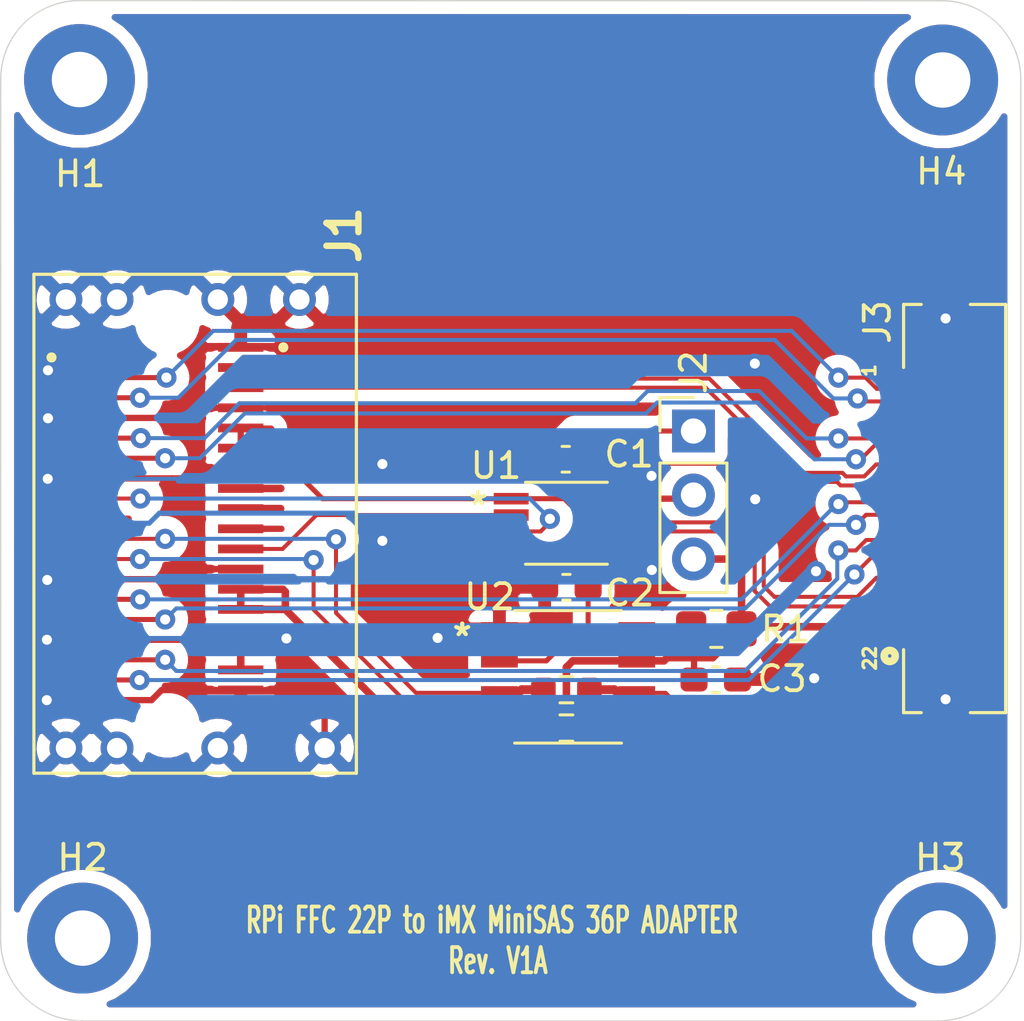
<source format=kicad_pcb>
(kicad_pcb (version 20171130) (host pcbnew 5.1.12-84ad8e8a86~92~ubuntu18.04.1)

  (general
    (thickness 1.6)
    (drawings 11)
    (tracks 372)
    (zones 0)
    (modules 15)
    (nets 29)
  )

  (page A4)
  (layers
    (0 F.Cu signal)
    (31 B.Cu signal)
    (32 B.Adhes user)
    (33 F.Adhes user)
    (34 B.Paste user)
    (35 F.Paste user)
    (36 B.SilkS user)
    (37 F.SilkS user)
    (38 B.Mask user)
    (39 F.Mask user)
    (40 Dwgs.User user)
    (41 Cmts.User user)
    (42 Eco1.User user)
    (43 Eco2.User user)
    (44 Edge.Cuts user)
    (45 Margin user)
    (46 B.CrtYd user)
    (47 F.CrtYd user)
    (48 B.Fab user)
    (49 F.Fab user)
  )

  (setup
    (last_trace_width 0.25)
    (user_trace_width 0.16)
    (user_trace_width 0.2)
    (user_trace_width 0.3)
    (user_trace_width 0.35)
    (trace_clearance 0.2)
    (zone_clearance 0.508)
    (zone_45_only no)
    (trace_min 0.16)
    (via_size 0.8)
    (via_drill 0.4)
    (via_min_size 0.4)
    (via_min_drill 0.3)
    (uvia_size 0.3)
    (uvia_drill 0.1)
    (uvias_allowed no)
    (uvia_min_size 0.2)
    (uvia_min_drill 0.1)
    (edge_width 0.05)
    (segment_width 0.2)
    (pcb_text_width 0.3)
    (pcb_text_size 1.5 1.5)
    (mod_edge_width 0.12)
    (mod_text_size 1 1)
    (mod_text_width 0.15)
    (pad_size 1.524 1.524)
    (pad_drill 0.762)
    (pad_to_mask_clearance 0)
    (aux_axis_origin 0 0)
    (visible_elements FFFFFF7F)
    (pcbplotparams
      (layerselection 0x010f0_ffffffff)
      (usegerberextensions false)
      (usegerberattributes true)
      (usegerberadvancedattributes true)
      (creategerberjobfile true)
      (excludeedgelayer true)
      (linewidth 0.100000)
      (plotframeref false)
      (viasonmask false)
      (mode 1)
      (useauxorigin false)
      (hpglpennumber 1)
      (hpglpenspeed 20)
      (hpglpendiameter 15.000000)
      (psnegative false)
      (psa4output false)
      (plotreference true)
      (plotvalue true)
      (plotinvisibletext false)
      (padsonsilk false)
      (subtractmaskfromsilk false)
      (outputformat 1)
      (mirror false)
      (drillshape 0)
      (scaleselection 1)
      (outputdirectory "prod/V1A/"))
  )

  (net 0 "")
  (net 1 GND)
  (net 2 /CSI_DN0__SD_LVDS0_N)
  (net 3 /CSI_DP0__SD_LVDS0_P)
  (net 4 /CSI_DN1__SD_LVDS1_N)
  (net 5 /CSI_DP1__SD_LVDS1_P)
  (net 6 /CSI_nRST_1V8)
  (net 7 /I2C_SDA_1V8)
  (net 8 /I2C_SCL_1V8)
  (net 9 /CSI_DN2__SD_LVDS2_N)
  (net 10 /CSI_DP2__SD_LVDS2_P)
  (net 11 /CSI_DN3__SD_LVDS3_N)
  (net 12 /CSI_DP3__SD_LVDS3_P)
  (net 13 /CSI_CLK_N__SPCLK_LVDS0_N)
  (net 14 /CSI_CLK_P__SPCLK_LVDS0_P)
  (net 15 +1V8)
  (net 16 /CSI_SYNC_1V8)
  (net 17 /CSI_PWDN_1V8)
  (net 18 +3V3)
  (net 19 +5V)
  (net 20 /I2C_DAT_3V3)
  (net 21 /I2C_CLK_3V3)
  (net 22 /SENS_EN_3V3)
  (net 23 /CSI_MCLK_1V8)
  (net 24 "Net-(J1-PadB8)")
  (net 25 "Net-(J1-PadB9)")
  (net 26 /SENS_LED_3V3)
  (net 27 "Net-(R1-Pad2)")
  (net 28 VCC)

  (net_class Default "This is the default net class."
    (clearance 0.2)
    (trace_width 0.25)
    (via_dia 0.8)
    (via_drill 0.4)
    (uvia_dia 0.3)
    (uvia_drill 0.1)
    (add_net +1V8)
    (add_net +3V3)
    (add_net +5V)
    (add_net /CSI_CLK_N__SPCLK_LVDS0_N)
    (add_net /CSI_CLK_P__SPCLK_LVDS0_P)
    (add_net /CSI_DN0__SD_LVDS0_N)
    (add_net /CSI_DN1__SD_LVDS1_N)
    (add_net /CSI_DN2__SD_LVDS2_N)
    (add_net /CSI_DN3__SD_LVDS3_N)
    (add_net /CSI_DP0__SD_LVDS0_P)
    (add_net /CSI_DP1__SD_LVDS1_P)
    (add_net /CSI_DP2__SD_LVDS2_P)
    (add_net /CSI_DP3__SD_LVDS3_P)
    (add_net /CSI_MCLK_1V8)
    (add_net /CSI_PWDN_1V8)
    (add_net /CSI_SYNC_1V8)
    (add_net /CSI_nRST_1V8)
    (add_net /I2C_CLK_3V3)
    (add_net /I2C_DAT_3V3)
    (add_net /I2C_SCL_1V8)
    (add_net /I2C_SDA_1V8)
    (add_net /SENS_EN_3V3)
    (add_net /SENS_LED_3V3)
    (add_net GND)
    (add_net "Net-(J1-PadB8)")
    (add_net "Net-(J1-PadB9)")
    (add_net "Net-(R1-Pad2)")
    (add_net VCC)
  )

  (module Connector_PinHeader_2.54mm:PinHeader_1x03_P2.54mm_Vertical (layer F.Cu) (tedit 59FED5CC) (tstamp 627D06B3)
    (at 129.7559 93.11386)
    (descr "Through hole straight pin header, 1x03, 2.54mm pitch, single row")
    (tags "Through hole pin header THT 1x03 2.54mm single row")
    (path /62829930)
    (fp_text reference J2 (at 0 -2.33 90) (layer F.SilkS)
      (effects (font (size 1 1) (thickness 0.15)))
    )
    (fp_text value Conn_01x03_Male (at 0 7.41) (layer F.Fab)
      (effects (font (size 1 1) (thickness 0.15)))
    )
    (fp_line (start 1.8 -1.8) (end -1.8 -1.8) (layer F.CrtYd) (width 0.05))
    (fp_line (start 1.8 6.85) (end 1.8 -1.8) (layer F.CrtYd) (width 0.05))
    (fp_line (start -1.8 6.85) (end 1.8 6.85) (layer F.CrtYd) (width 0.05))
    (fp_line (start -1.8 -1.8) (end -1.8 6.85) (layer F.CrtYd) (width 0.05))
    (fp_line (start -1.33 -1.33) (end 0 -1.33) (layer F.SilkS) (width 0.12))
    (fp_line (start -1.33 0) (end -1.33 -1.33) (layer F.SilkS) (width 0.12))
    (fp_line (start -1.33 1.27) (end 1.33 1.27) (layer F.SilkS) (width 0.12))
    (fp_line (start 1.33 1.27) (end 1.33 6.41) (layer F.SilkS) (width 0.12))
    (fp_line (start -1.33 1.27) (end -1.33 6.41) (layer F.SilkS) (width 0.12))
    (fp_line (start -1.33 6.41) (end 1.33 6.41) (layer F.SilkS) (width 0.12))
    (fp_line (start -1.27 -0.635) (end -0.635 -1.27) (layer F.Fab) (width 0.1))
    (fp_line (start -1.27 6.35) (end -1.27 -0.635) (layer F.Fab) (width 0.1))
    (fp_line (start 1.27 6.35) (end -1.27 6.35) (layer F.Fab) (width 0.1))
    (fp_line (start 1.27 -1.27) (end 1.27 6.35) (layer F.Fab) (width 0.1))
    (fp_line (start -0.635 -1.27) (end 1.27 -1.27) (layer F.Fab) (width 0.1))
    (fp_text user %R (at 0 2.54 90) (layer F.Fab)
      (effects (font (size 1 1) (thickness 0.15)))
    )
    (pad 3 thru_hole oval (at 0 5.08) (size 1.7 1.7) (drill 1) (layers *.Cu *.Mask)
      (net 18 +3V3))
    (pad 2 thru_hole oval (at 0 2.54) (size 1.7 1.7) (drill 1) (layers *.Cu *.Mask)
      (net 28 VCC))
    (pad 1 thru_hole rect (at 0 0) (size 1.7 1.7) (drill 1) (layers *.Cu *.Mask)
      (net 15 +1V8))
    (model ${KISYS3DMOD}/Connector_PinHeader_2.54mm.3dshapes/PinHeader_1x03_P2.54mm_Vertical.wrl
      (at (xyz 0 0 0))
      (scale (xyz 1 1 1))
      (rotate (xyz 0 0 0))
    )
  )

  (module Resistor_SMD:R_0603_1608Metric_Pad0.98x0.95mm_HandSolder (layer F.Cu) (tedit 5F68FEEE) (tstamp 627CE878)
    (at 124.714 104.902 180)
    (descr "Resistor SMD 0603 (1608 Metric), square (rectangular) end terminal, IPC_7351 nominal with elongated pad for handsoldering. (Body size source: IPC-SM-782 page 72, https://www.pcb-3d.com/wordpress/wp-content/uploads/ipc-sm-782a_amendment_1_and_2.pdf), generated with kicad-footprint-generator")
    (tags "resistor handsolder")
    (path /627E4AC0)
    (attr smd)
    (fp_text reference R3 (at 4.7498 0.0381) (layer F.SilkS) hide
      (effects (font (size 1 1) (thickness 0.15)))
    )
    (fp_text value 0 (at 0 1.43) (layer F.Fab)
      (effects (font (size 1 1) (thickness 0.15)))
    )
    (fp_line (start 1.65 0.73) (end -1.65 0.73) (layer F.CrtYd) (width 0.05))
    (fp_line (start 1.65 -0.73) (end 1.65 0.73) (layer F.CrtYd) (width 0.05))
    (fp_line (start -1.65 -0.73) (end 1.65 -0.73) (layer F.CrtYd) (width 0.05))
    (fp_line (start -1.65 0.73) (end -1.65 -0.73) (layer F.CrtYd) (width 0.05))
    (fp_line (start -0.254724 0.5225) (end 0.254724 0.5225) (layer F.SilkS) (width 0.12))
    (fp_line (start -0.254724 -0.5225) (end 0.254724 -0.5225) (layer F.SilkS) (width 0.12))
    (fp_line (start 0.8 0.4125) (end -0.8 0.4125) (layer F.Fab) (width 0.1))
    (fp_line (start 0.8 -0.4125) (end 0.8 0.4125) (layer F.Fab) (width 0.1))
    (fp_line (start -0.8 -0.4125) (end 0.8 -0.4125) (layer F.Fab) (width 0.1))
    (fp_line (start -0.8 0.4125) (end -0.8 -0.4125) (layer F.Fab) (width 0.1))
    (fp_text user %R (at 0 0) (layer F.Fab)
      (effects (font (size 0.4 0.4) (thickness 0.06)))
    )
    (pad 2 smd roundrect (at 0.9125 0 180) (size 0.975 0.95) (layers F.Cu F.Paste F.Mask) (roundrect_rratio 0.25)
      (net 8 /I2C_SCL_1V8))
    (pad 1 smd roundrect (at -0.9125 0 180) (size 0.975 0.95) (layers F.Cu F.Paste F.Mask) (roundrect_rratio 0.25)
      (net 21 /I2C_CLK_3V3))
    (model ${KISYS3DMOD}/Resistor_SMD.3dshapes/R_0603_1608Metric.wrl
      (at (xyz 0 0 0))
      (scale (xyz 1 1 1))
      (rotate (xyz 0 0 0))
    )
  )

  (module Resistor_SMD:R_0603_1608Metric_Pad0.98x0.95mm_HandSolder (layer F.Cu) (tedit 5F68FEEE) (tstamp 627CE867)
    (at 124.714 103.378 180)
    (descr "Resistor SMD 0603 (1608 Metric), square (rectangular) end terminal, IPC_7351 nominal with elongated pad for handsoldering. (Body size source: IPC-SM-782 page 72, https://www.pcb-3d.com/wordpress/wp-content/uploads/ipc-sm-782a_amendment_1_and_2.pdf), generated with kicad-footprint-generator")
    (tags "resistor handsolder")
    (path /627DBFD9)
    (attr smd)
    (fp_text reference R2 (at 4.8006 0) (layer F.SilkS) hide
      (effects (font (size 1 1) (thickness 0.15)))
    )
    (fp_text value 0 (at 0 1.43) (layer F.Fab)
      (effects (font (size 1 1) (thickness 0.15)))
    )
    (fp_line (start 1.65 0.73) (end -1.65 0.73) (layer F.CrtYd) (width 0.05))
    (fp_line (start 1.65 -0.73) (end 1.65 0.73) (layer F.CrtYd) (width 0.05))
    (fp_line (start -1.65 -0.73) (end 1.65 -0.73) (layer F.CrtYd) (width 0.05))
    (fp_line (start -1.65 0.73) (end -1.65 -0.73) (layer F.CrtYd) (width 0.05))
    (fp_line (start -0.254724 0.5225) (end 0.254724 0.5225) (layer F.SilkS) (width 0.12))
    (fp_line (start -0.254724 -0.5225) (end 0.254724 -0.5225) (layer F.SilkS) (width 0.12))
    (fp_line (start 0.8 0.4125) (end -0.8 0.4125) (layer F.Fab) (width 0.1))
    (fp_line (start 0.8 -0.4125) (end 0.8 0.4125) (layer F.Fab) (width 0.1))
    (fp_line (start -0.8 -0.4125) (end 0.8 -0.4125) (layer F.Fab) (width 0.1))
    (fp_line (start -0.8 0.4125) (end -0.8 -0.4125) (layer F.Fab) (width 0.1))
    (fp_text user %R (at 0 0) (layer F.Fab)
      (effects (font (size 0.4 0.4) (thickness 0.06)))
    )
    (pad 2 smd roundrect (at 0.9125 0 180) (size 0.975 0.95) (layers F.Cu F.Paste F.Mask) (roundrect_rratio 0.25)
      (net 7 /I2C_SDA_1V8))
    (pad 1 smd roundrect (at -0.9125 0 180) (size 0.975 0.95) (layers F.Cu F.Paste F.Mask) (roundrect_rratio 0.25)
      (net 20 /I2C_DAT_3V3))
    (model ${KISYS3DMOD}/Resistor_SMD.3dshapes/R_0603_1608Metric.wrl
      (at (xyz 0 0 0))
      (scale (xyz 1 1 1))
      (rotate (xyz 0 0 0))
    )
  )

  (module footprints:PCA9306D (layer F.Cu) (tedit 0) (tstamp 618C5B36)
    (at 124.78004 102.87)
    (path /6193C4E0)
    (fp_text reference U2 (at -3.11404 -3.175 180) (layer F.SilkS)
      (effects (font (size 1 1) (thickness 0.15)))
    )
    (fp_text value PCA9306D (at 0.11176 3.62458 180) (layer F.SilkS) hide
      (effects (font (size 1 1) (thickness 0.15)))
    )
    (fp_line (start -2.2479 2.4257) (end -3.7084 2.4257) (layer F.CrtYd) (width 0.05))
    (fp_line (start -2.2479 2.7559) (end -2.2479 2.4257) (layer F.CrtYd) (width 0.05))
    (fp_line (start 2.2479 2.7559) (end -2.2479 2.7559) (layer F.CrtYd) (width 0.05))
    (fp_line (start 2.2479 2.4257) (end 2.2479 2.7559) (layer F.CrtYd) (width 0.05))
    (fp_line (start 3.7084 2.4257) (end 2.2479 2.4257) (layer F.CrtYd) (width 0.05))
    (fp_line (start 3.7084 -2.4257) (end 3.7084 2.4257) (layer F.CrtYd) (width 0.05))
    (fp_line (start 2.2479 -2.4257) (end 3.7084 -2.4257) (layer F.CrtYd) (width 0.05))
    (fp_line (start 2.2479 -2.7559) (end 2.2479 -2.4257) (layer F.CrtYd) (width 0.05))
    (fp_line (start -2.2479 -2.7559) (end 2.2479 -2.7559) (layer F.CrtYd) (width 0.05))
    (fp_line (start -2.2479 -2.4257) (end -2.2479 -2.7559) (layer F.CrtYd) (width 0.05))
    (fp_line (start -3.7084 -2.4257) (end -2.2479 -2.4257) (layer F.CrtYd) (width 0.05))
    (fp_line (start -3.7084 2.4257) (end -3.7084 -2.4257) (layer F.CrtYd) (width 0.05))
    (fp_line (start -1.9939 -2.5019) (end -1.9939 2.5019) (layer F.Fab) (width 0.1))
    (fp_line (start 1.9939 -2.5019) (end -1.9939 -2.5019) (layer F.Fab) (width 0.1))
    (fp_line (start 1.9939 2.5019) (end 1.9939 -2.5019) (layer F.Fab) (width 0.1))
    (fp_line (start -1.9939 2.5019) (end 1.9939 2.5019) (layer F.Fab) (width 0.1))
    (fp_line (start 2.1209 -2.6289) (end -2.1209 -2.6289) (layer F.SilkS) (width 0.12))
    (fp_line (start -2.1209 2.6289) (end 2.1209 2.6289) (layer F.SilkS) (width 0.12))
    (fp_line (start 3.0988 -2.1463) (end 1.9939 -2.1463) (layer F.Fab) (width 0.1))
    (fp_line (start 3.0988 -1.6637) (end 3.0988 -2.1463) (layer F.Fab) (width 0.1))
    (fp_line (start 1.9939 -1.6637) (end 3.0988 -1.6637) (layer F.Fab) (width 0.1))
    (fp_line (start 1.9939 -2.1463) (end 1.9939 -1.6637) (layer F.Fab) (width 0.1))
    (fp_line (start 3.0988 -0.8763) (end 1.9939 -0.8763) (layer F.Fab) (width 0.1))
    (fp_line (start 3.0988 -0.3937) (end 3.0988 -0.8763) (layer F.Fab) (width 0.1))
    (fp_line (start 1.9939 -0.3937) (end 3.0988 -0.3937) (layer F.Fab) (width 0.1))
    (fp_line (start 1.9939 -0.8763) (end 1.9939 -0.3937) (layer F.Fab) (width 0.1))
    (fp_line (start 3.0988 0.3937) (end 1.9939 0.3937) (layer F.Fab) (width 0.1))
    (fp_line (start 3.0988 0.8763) (end 3.0988 0.3937) (layer F.Fab) (width 0.1))
    (fp_line (start 1.9939 0.8763) (end 3.0988 0.8763) (layer F.Fab) (width 0.1))
    (fp_line (start 1.9939 0.3937) (end 1.9939 0.8763) (layer F.Fab) (width 0.1))
    (fp_line (start 3.0988 1.6637) (end 1.9939 1.6637) (layer F.Fab) (width 0.1))
    (fp_line (start 3.0988 2.1463) (end 3.0988 1.6637) (layer F.Fab) (width 0.1))
    (fp_line (start 1.9939 2.1463) (end 3.0988 2.1463) (layer F.Fab) (width 0.1))
    (fp_line (start 1.9939 1.6637) (end 1.9939 2.1463) (layer F.Fab) (width 0.1))
    (fp_line (start -3.0988 2.1463) (end -1.9939 2.1463) (layer F.Fab) (width 0.1))
    (fp_line (start -3.0988 1.6637) (end -3.0988 2.1463) (layer F.Fab) (width 0.1))
    (fp_line (start -1.9939 1.6637) (end -3.0988 1.6637) (layer F.Fab) (width 0.1))
    (fp_line (start -1.9939 2.1463) (end -1.9939 1.6637) (layer F.Fab) (width 0.1))
    (fp_line (start -3.0988 0.8763) (end -1.9939 0.8763) (layer F.Fab) (width 0.1))
    (fp_line (start -3.0988 0.3937) (end -3.0988 0.8763) (layer F.Fab) (width 0.1))
    (fp_line (start -1.9939 0.3937) (end -3.0988 0.3937) (layer F.Fab) (width 0.1))
    (fp_line (start -1.9939 0.8763) (end -1.9939 0.3937) (layer F.Fab) (width 0.1))
    (fp_line (start -3.0988 -0.3937) (end -1.9939 -0.3937) (layer F.Fab) (width 0.1))
    (fp_line (start -3.0988 -0.8763) (end -3.0988 -0.3937) (layer F.Fab) (width 0.1))
    (fp_line (start -1.9939 -0.8763) (end -3.0988 -0.8763) (layer F.Fab) (width 0.1))
    (fp_line (start -1.9939 -0.3937) (end -1.9939 -0.8763) (layer F.Fab) (width 0.1))
    (fp_line (start -3.0988 -1.6637) (end -1.9939 -1.6637) (layer F.Fab) (width 0.1))
    (fp_line (start -3.0988 -2.1463) (end -3.0988 -1.6637) (layer F.Fab) (width 0.1))
    (fp_line (start -1.9939 -2.1463) (end -3.0988 -2.1463) (layer F.Fab) (width 0.1))
    (fp_line (start -1.9939 -1.6637) (end -1.9939 -2.1463) (layer F.Fab) (width 0.1))
    (fp_text user "Copyright 2021 Accelerated Designs. All rights reserved." (at 0 0) (layer Cmts.User)
      (effects (font (size 0.127 0.127) (thickness 0.002)))
    )
    (fp_text user * (at -4.19354 -1.57734) (layer F.SilkS)
      (effects (font (size 1 1) (thickness 0.15)))
    )
    (fp_text user * (at -1.6129 -2.4257) (layer F.Fab)
      (effects (font (size 1 1) (thickness 0.15)))
    )
    (fp_text user 0.05in/1.27mm (at -5.77215 -1.27) (layer Dwgs.User)
      (effects (font (size 1 1) (thickness 0.15)))
    )
    (fp_text user 0.021in/0.533mm (at 5.77215 -1.905) (layer Dwgs.User)
      (effects (font (size 1 1) (thickness 0.15)))
    )
    (fp_text user 0.214in/5.448mm (at 0 -4.9149) (layer Dwgs.User)
      (effects (font (size 1 1) (thickness 0.15)))
    )
    (fp_text user 0.058in/1.46mm (at -2.72415 4.9149) (layer Dwgs.User)
      (effects (font (size 1 1) (thickness 0.15)))
    )
    (fp_text user * (at -4.20878 -1.5748) (layer F.SilkS)
      (effects (font (size 1 1) (thickness 0.15)))
    )
    (fp_text user * (at -1.6129 -2.4257) (layer F.Fab)
      (effects (font (size 1 1) (thickness 0.15)))
    )
    (fp_arc (start 0 -2.5019) (end -0.332317 -2.5019) (angle -180) (layer F.CrtYd) (width 0.05))
    (fp_arc (start 0 -2.5019) (end -0.3048 -2.5019) (angle -180) (layer F.Fab) (width 0.1))
    (pad 1 smd rect (at -2.72415 -1.905) (size 1.4605 0.5334) (layers F.Cu F.Paste F.Mask)
      (net 1 GND))
    (pad 2 smd rect (at -2.72415 -0.635) (size 1.4605 0.5334) (layers F.Cu F.Paste F.Mask)
      (net 15 +1V8))
    (pad 3 smd rect (at -2.72415 0.635) (size 1.4605 0.5334) (layers F.Cu F.Paste F.Mask)
      (net 7 /I2C_SDA_1V8))
    (pad 4 smd rect (at -2.72415 1.905) (size 1.4605 0.5334) (layers F.Cu F.Paste F.Mask)
      (net 8 /I2C_SCL_1V8))
    (pad 5 smd rect (at 2.72415 1.905) (size 1.4605 0.5334) (layers F.Cu F.Paste F.Mask)
      (net 21 /I2C_CLK_3V3))
    (pad 6 smd rect (at 2.72415 0.635) (size 1.4605 0.5334) (layers F.Cu F.Paste F.Mask)
      (net 20 /I2C_DAT_3V3))
    (pad 7 smd rect (at 2.72415 -0.635) (size 1.4605 0.5334) (layers F.Cu F.Paste F.Mask)
      (net 18 +3V3))
    (pad 8 smd rect (at 2.72415 -1.905) (size 1.4605 0.5334) (layers F.Cu F.Paste F.Mask)
      (net 27 "Net-(R1-Pad2)"))
    (model ${KIPRJMOD}/3d_models/SO8_SOT96-1_NXP.step
      (at (xyz 0 0 0))
      (scale (xyz 1 1 1))
      (rotate (xyz 0 0 0))
    )
  )

  (module footprints:NLSX5012DMR2G (layer F.Cu) (tedit 0) (tstamp 618C5AC5)
    (at 124.714 96.774)
    (path /618CE481)
    (fp_text reference U1 (at -2.794 -2.286 180) (layer F.SilkS)
      (effects (font (size 1 1) (thickness 0.15)))
    )
    (fp_text value NLSX5012DMR2G (at -2.40665 2.547981) (layer F.SilkS) hide
      (effects (font (size 1 1) (thickness 0.15)))
    )
    (fp_line (start -1.4986 -0.7718) (end -1.4986 -1.1782) (layer F.Fab) (width 0.1))
    (fp_line (start -1.4986 -1.1782) (end -2.5273 -1.1782) (layer F.Fab) (width 0.1))
    (fp_line (start -2.5273 -1.1782) (end -2.5273 -0.7718) (layer F.Fab) (width 0.1))
    (fp_line (start -2.5273 -0.7718) (end -1.4986 -0.7718) (layer F.Fab) (width 0.1))
    (fp_line (start -1.4986 -0.1218) (end -1.4986 -0.5282) (layer F.Fab) (width 0.1))
    (fp_line (start -1.4986 -0.5282) (end -2.5273 -0.5282) (layer F.Fab) (width 0.1))
    (fp_line (start -2.5273 -0.5282) (end -2.5273 -0.1218) (layer F.Fab) (width 0.1))
    (fp_line (start -2.5273 -0.1218) (end -1.4986 -0.1218) (layer F.Fab) (width 0.1))
    (fp_line (start -1.4986 0.5282) (end -1.4986 0.1218) (layer F.Fab) (width 0.1))
    (fp_line (start -1.4986 0.1218) (end -2.5273 0.1218) (layer F.Fab) (width 0.1))
    (fp_line (start -2.5273 0.1218) (end -2.5273 0.5282) (layer F.Fab) (width 0.1))
    (fp_line (start -2.5273 0.5282) (end -1.4986 0.5282) (layer F.Fab) (width 0.1))
    (fp_line (start -1.4986 1.1782) (end -1.4986 0.7718) (layer F.Fab) (width 0.1))
    (fp_line (start -1.4986 0.7718) (end -2.5273 0.7718) (layer F.Fab) (width 0.1))
    (fp_line (start -2.5273 0.7718) (end -2.5273 1.1782) (layer F.Fab) (width 0.1))
    (fp_line (start -2.5273 1.1782) (end -1.4986 1.1782) (layer F.Fab) (width 0.1))
    (fp_line (start 1.4986 0.7718) (end 1.4986 1.1782) (layer F.Fab) (width 0.1))
    (fp_line (start 1.4986 1.1782) (end 2.5273 1.1782) (layer F.Fab) (width 0.1))
    (fp_line (start 2.5273 1.1782) (end 2.5273 0.7718) (layer F.Fab) (width 0.1))
    (fp_line (start 2.5273 0.7718) (end 1.4986 0.7718) (layer F.Fab) (width 0.1))
    (fp_line (start 1.4986 0.1218) (end 1.4986 0.5282) (layer F.Fab) (width 0.1))
    (fp_line (start 1.4986 0.5282) (end 2.5273 0.5282) (layer F.Fab) (width 0.1))
    (fp_line (start 2.5273 0.5282) (end 2.5273 0.1218) (layer F.Fab) (width 0.1))
    (fp_line (start 2.5273 0.1218) (end 1.4986 0.1218) (layer F.Fab) (width 0.1))
    (fp_line (start 1.4986 -0.5282) (end 1.4986 -0.1218) (layer F.Fab) (width 0.1))
    (fp_line (start 1.4986 -0.1218) (end 2.5273 -0.1218) (layer F.Fab) (width 0.1))
    (fp_line (start 2.5273 -0.1218) (end 2.5273 -0.5282) (layer F.Fab) (width 0.1))
    (fp_line (start 2.5273 -0.5282) (end 1.4986 -0.5282) (layer F.Fab) (width 0.1))
    (fp_line (start 1.4986 -1.1782) (end 1.4986 -0.7718) (layer F.Fab) (width 0.1))
    (fp_line (start 1.4986 -0.7718) (end 2.5273 -0.7718) (layer F.Fab) (width 0.1))
    (fp_line (start 2.5273 -0.7718) (end 2.5273 -1.1782) (layer F.Fab) (width 0.1))
    (fp_line (start 2.5273 -1.1782) (end 1.4986 -1.1782) (layer F.Fab) (width 0.1))
    (fp_line (start -1.6256 1.6256) (end 1.6256 1.6256) (layer F.SilkS) (width 0.12))
    (fp_line (start 1.6256 -1.6256) (end -1.6256 -1.6256) (layer F.SilkS) (width 0.12))
    (fp_line (start -1.4986 1.4986) (end 1.4986 1.4986) (layer F.Fab) (width 0.1))
    (fp_line (start 1.4986 1.4986) (end 1.4986 -1.4986) (layer F.Fab) (width 0.1))
    (fp_line (start 1.4986 -1.4986) (end -1.4986 -1.4986) (layer F.Fab) (width 0.1))
    (fp_line (start -1.4986 -1.4986) (end -1.4986 1.4986) (layer F.Fab) (width 0.1))
    (fp_line (start -3.1369 1.4576) (end -3.1369 -1.4576) (layer F.CrtYd) (width 0.05))
    (fp_line (start -3.1369 -1.4576) (end -1.7526 -1.4576) (layer F.CrtYd) (width 0.05))
    (fp_line (start -1.7526 -1.4576) (end -1.7526 -1.7526) (layer F.CrtYd) (width 0.05))
    (fp_line (start -1.7526 -1.7526) (end 1.7526 -1.7526) (layer F.CrtYd) (width 0.05))
    (fp_line (start 1.7526 -1.7526) (end 1.7526 -1.4576) (layer F.CrtYd) (width 0.05))
    (fp_line (start 1.7526 -1.4576) (end 3.1369 -1.4576) (layer F.CrtYd) (width 0.05))
    (fp_line (start 3.1369 -1.4576) (end 3.1369 1.4576) (layer F.CrtYd) (width 0.05))
    (fp_line (start 3.1369 1.4576) (end 1.7526 1.4576) (layer F.CrtYd) (width 0.05))
    (fp_line (start 1.7526 1.4576) (end 1.7526 1.7526) (layer F.CrtYd) (width 0.05))
    (fp_line (start 1.7526 1.7526) (end -1.7526 1.7526) (layer F.CrtYd) (width 0.05))
    (fp_line (start -1.7526 1.7526) (end -1.7526 1.4576) (layer F.CrtYd) (width 0.05))
    (fp_line (start -1.7526 1.4576) (end -3.1369 1.4576) (layer F.CrtYd) (width 0.05))
    (fp_arc (start 0 -1.4986) (end -0.3048 -1.4986) (angle -180) (layer F.Fab) (width 0.1))
    (fp_arc (start 0 -1.4986) (end -0.249767 -1.4986) (angle -180) (layer F.CrtYd) (width 0.05))
    (fp_text user * (at -1.1176 -1.4224) (layer F.Fab)
      (effects (font (size 1 1) (thickness 0.15)))
    )
    (fp_text user * (at -3.50139 -0.690519) (layer F.SilkS)
      (effects (font (size 1 1) (thickness 0.15)))
    )
    (fp_text user 0.054in/1.384mm (at -2.19075 3.9116) (layer Dwgs.User)
      (effects (font (size 1 1) (thickness 0.15)))
    )
    (fp_text user 0.172in/4.382mm (at 0 -3.9116) (layer Dwgs.User)
      (effects (font (size 1 1) (thickness 0.15)))
    )
    (fp_text user 0.018in/0.457mm (at 5.23875 -0.975) (layer Dwgs.User)
      (effects (font (size 1 1) (thickness 0.15)))
    )
    (fp_text user 0.026in/0.65mm (at -5.23875 -0.65) (layer Dwgs.User)
      (effects (font (size 1 1) (thickness 0.15)))
    )
    (fp_text user * (at -1.1176 -1.4224) (layer F.Fab)
      (effects (font (size 1 1) (thickness 0.15)))
    )
    (fp_text user * (at -3.48615 -0.690519) (layer F.SilkS)
      (effects (font (size 1 1) (thickness 0.15)))
    )
    (fp_text user "Copyright 2021 Accelerated Designs. All rights reserved." (at 0 0) (layer Cmts.User)
      (effects (font (size 0.127 0.127) (thickness 0.002)))
    )
    (pad 8 smd rect (at 2.19075 -0.974999) (size 1.3843 0.4572) (layers F.Cu F.Paste F.Mask)
      (net 28 VCC))
    (pad 7 smd rect (at 2.19075 -0.325001) (size 1.3843 0.4572) (layers F.Cu F.Paste F.Mask)
      (net 22 /SENS_EN_3V3))
    (pad 6 smd rect (at 2.19075 0.325001) (size 1.3843 0.4572) (layers F.Cu F.Paste F.Mask)
      (net 26 /SENS_LED_3V3))
    (pad 5 smd rect (at 2.19075 0.974999) (size 1.3843 0.4572) (layers F.Cu F.Paste F.Mask)
      (net 15 +1V8))
    (pad 4 smd rect (at -2.19075 0.974999) (size 1.3843 0.4572) (layers F.Cu F.Paste F.Mask)
      (net 1 GND))
    (pad 3 smd rect (at -2.19075 0.325001) (size 1.3843 0.4572) (layers F.Cu F.Paste F.Mask)
      (net 23 /CSI_MCLK_1V8))
    (pad 2 smd rect (at -2.19075 -0.325001) (size 1.3843 0.4572) (layers F.Cu F.Paste F.Mask)
      (net 17 /CSI_PWDN_1V8))
    (pad 1 smd rect (at -2.19075 -0.974999) (size 1.3843 0.4572) (layers F.Cu F.Paste F.Mask)
      (net 15 +1V8))
    (model ${KIPRJMOD}/3d_models/MICRO8_3P10X3P10_ONS.step
      (at (xyz 0 0 0))
      (scale (xyz 1 1 1))
      (rotate (xyz 0 0 0))
    )
  )

  (module Resistor_SMD:R_0805_2012Metric_Pad1.20x1.40mm_HandSolder (layer F.Cu) (tedit 5F68FEEE) (tstamp 618C5472)
    (at 130.66522 100.965 180)
    (descr "Resistor SMD 0805 (2012 Metric), square (rectangular) end terminal, IPC_7351 nominal with elongated pad for handsoldering. (Body size source: IPC-SM-782 page 72, https://www.pcb-3d.com/wordpress/wp-content/uploads/ipc-sm-782a_amendment_1_and_2.pdf), generated with kicad-footprint-generator")
    (tags "resistor handsolder")
    (path /619C89CA)
    (attr smd)
    (fp_text reference R1 (at -2.74828 -0.0127 180) (layer F.SilkS)
      (effects (font (size 1 1) (thickness 0.15)))
    )
    (fp_text value 200K (at 0 1.65) (layer F.Fab)
      (effects (font (size 1 1) (thickness 0.15)))
    )
    (fp_line (start -1 0.625) (end -1 -0.625) (layer F.Fab) (width 0.1))
    (fp_line (start -1 -0.625) (end 1 -0.625) (layer F.Fab) (width 0.1))
    (fp_line (start 1 -0.625) (end 1 0.625) (layer F.Fab) (width 0.1))
    (fp_line (start 1 0.625) (end -1 0.625) (layer F.Fab) (width 0.1))
    (fp_line (start -0.227064 -0.735) (end 0.227064 -0.735) (layer F.SilkS) (width 0.12))
    (fp_line (start -0.227064 0.735) (end 0.227064 0.735) (layer F.SilkS) (width 0.12))
    (fp_line (start -1.85 0.95) (end -1.85 -0.95) (layer F.CrtYd) (width 0.05))
    (fp_line (start -1.85 -0.95) (end 1.85 -0.95) (layer F.CrtYd) (width 0.05))
    (fp_line (start 1.85 -0.95) (end 1.85 0.95) (layer F.CrtYd) (width 0.05))
    (fp_line (start 1.85 0.95) (end -1.85 0.95) (layer F.CrtYd) (width 0.05))
    (fp_text user %R (at 0 0) (layer F.Fab)
      (effects (font (size 0.5 0.5) (thickness 0.08)))
    )
    (pad 2 smd roundrect (at 1 0 180) (size 1.2 1.4) (layers F.Cu F.Paste F.Mask) (roundrect_rratio 0.2083325)
      (net 27 "Net-(R1-Pad2)"))
    (pad 1 smd roundrect (at -1 0 180) (size 1.2 1.4) (layers F.Cu F.Paste F.Mask) (roundrect_rratio 0.2083325)
      (net 18 +3V3))
    (model ${KISYS3DMOD}/Resistor_SMD.3dshapes/R_0805_2012Metric.wrl
      (at (xyz 0 0 0))
      (scale (xyz 1 1 1))
      (rotate (xyz 0 0 0))
    )
  )

  (module Capacitor_SMD:C_0603_1608Metric_Pad1.08x0.95mm_HandSolder (layer F.Cu) (tedit 5F68FEEF) (tstamp 618C52F9)
    (at 130.64236 102.97668)
    (descr "Capacitor SMD 0603 (1608 Metric), square (rectangular) end terminal, IPC_7351 nominal with elongated pad for handsoldering. (Body size source: IPC-SM-782 page 76, https://www.pcb-3d.com/wordpress/wp-content/uploads/ipc-sm-782a_amendment_1_and_2.pdf), generated with kicad-footprint-generator")
    (tags "capacitor handsolder")
    (path /619AC978)
    (attr smd)
    (fp_text reference C3 (at 2.63144 -0.03048 180) (layer F.SilkS)
      (effects (font (size 1 1) (thickness 0.15)))
    )
    (fp_text value C (at 0 1.43 90) (layer F.Fab)
      (effects (font (size 1 1) (thickness 0.15)))
    )
    (fp_line (start -0.8 0.4) (end -0.8 -0.4) (layer F.Fab) (width 0.1))
    (fp_line (start -0.8 -0.4) (end 0.8 -0.4) (layer F.Fab) (width 0.1))
    (fp_line (start 0.8 -0.4) (end 0.8 0.4) (layer F.Fab) (width 0.1))
    (fp_line (start 0.8 0.4) (end -0.8 0.4) (layer F.Fab) (width 0.1))
    (fp_line (start -0.146267 -0.51) (end 0.146267 -0.51) (layer F.SilkS) (width 0.12))
    (fp_line (start -0.146267 0.51) (end 0.146267 0.51) (layer F.SilkS) (width 0.12))
    (fp_line (start -1.65 0.73) (end -1.65 -0.73) (layer F.CrtYd) (width 0.05))
    (fp_line (start -1.65 -0.73) (end 1.65 -0.73) (layer F.CrtYd) (width 0.05))
    (fp_line (start 1.65 -0.73) (end 1.65 0.73) (layer F.CrtYd) (width 0.05))
    (fp_line (start 1.65 0.73) (end -1.65 0.73) (layer F.CrtYd) (width 0.05))
    (fp_text user %R (at 0 0) (layer F.Fab)
      (effects (font (size 0.4 0.4) (thickness 0.06)))
    )
    (pad 2 smd roundrect (at 0.8625 0) (size 1.075 0.95) (layers F.Cu F.Paste F.Mask) (roundrect_rratio 0.25)
      (net 1 GND))
    (pad 1 smd roundrect (at -0.8625 0) (size 1.075 0.95) (layers F.Cu F.Paste F.Mask) (roundrect_rratio 0.25)
      (net 18 +3V3))
    (model ${KISYS3DMOD}/Capacitor_SMD.3dshapes/C_0603_1608Metric.wrl
      (at (xyz 0 0 0))
      (scale (xyz 1 1 1))
      (rotate (xyz 0 0 0))
    )
  )

  (module Capacitor_SMD:C_0603_1608Metric_Pad1.08x0.95mm_HandSolder (layer F.Cu) (tedit 5F68FEEF) (tstamp 610D385C)
    (at 124.714 99.314 180)
    (descr "Capacitor SMD 0603 (1608 Metric), square (rectangular) end terminal, IPC_7351 nominal with elongated pad for handsoldering. (Body size source: IPC-SM-782 page 76, https://www.pcb-3d.com/wordpress/wp-content/uploads/ipc-sm-782a_amendment_1_and_2.pdf), generated with kicad-footprint-generator")
    (tags "capacitor handsolder")
    (path /619778C4)
    (attr smd)
    (fp_text reference C2 (at -2.50952 -0.23114) (layer F.SilkS)
      (effects (font (size 1 1) (thickness 0.15)))
    )
    (fp_text value C (at 0 1.43) (layer F.Fab)
      (effects (font (size 1 1) (thickness 0.15)))
    )
    (fp_line (start 1.65 0.73) (end -1.65 0.73) (layer F.CrtYd) (width 0.05))
    (fp_line (start 1.65 -0.73) (end 1.65 0.73) (layer F.CrtYd) (width 0.05))
    (fp_line (start -1.65 -0.73) (end 1.65 -0.73) (layer F.CrtYd) (width 0.05))
    (fp_line (start -1.65 0.73) (end -1.65 -0.73) (layer F.CrtYd) (width 0.05))
    (fp_line (start -0.146267 0.51) (end 0.146267 0.51) (layer F.SilkS) (width 0.12))
    (fp_line (start -0.146267 -0.51) (end 0.146267 -0.51) (layer F.SilkS) (width 0.12))
    (fp_line (start 0.8 0.4) (end -0.8 0.4) (layer F.Fab) (width 0.1))
    (fp_line (start 0.8 -0.4) (end 0.8 0.4) (layer F.Fab) (width 0.1))
    (fp_line (start -0.8 -0.4) (end 0.8 -0.4) (layer F.Fab) (width 0.1))
    (fp_line (start -0.8 0.4) (end -0.8 -0.4) (layer F.Fab) (width 0.1))
    (fp_text user %R (at 0 0) (layer F.Fab)
      (effects (font (size 0.4 0.4) (thickness 0.06)))
    )
    (pad 2 smd roundrect (at 0.8625 0 180) (size 1.075 0.95) (layers F.Cu F.Paste F.Mask) (roundrect_rratio 0.25)
      (net 1 GND))
    (pad 1 smd roundrect (at -0.8625 0 180) (size 1.075 0.95) (layers F.Cu F.Paste F.Mask) (roundrect_rratio 0.25)
      (net 15 +1V8))
    (model ${KISYS3DMOD}/Capacitor_SMD.3dshapes/C_0603_1608Metric.wrl
      (at (xyz 0 0 0))
      (scale (xyz 1 1 1))
      (rotate (xyz 0 0 0))
    )
  )

  (module Capacitor_SMD:C_0603_1608Metric_Pad1.08x0.95mm_HandSolder (layer F.Cu) (tedit 5F68FEEF) (tstamp 610D384B)
    (at 124.6886 94.234 180)
    (descr "Capacitor SMD 0603 (1608 Metric), square (rectangular) end terminal, IPC_7351 nominal with elongated pad for handsoldering. (Body size source: IPC-SM-782 page 76, https://www.pcb-3d.com/wordpress/wp-content/uploads/ipc-sm-782a_amendment_1_and_2.pdf), generated with kicad-footprint-generator")
    (tags "capacitor handsolder")
    (path /619130F9)
    (attr smd)
    (fp_text reference C1 (at -2.51206 0.20066 180) (layer F.SilkS)
      (effects (font (size 1 1) (thickness 0.15)))
    )
    (fp_text value C (at 0 1.43) (layer F.Fab)
      (effects (font (size 1 1) (thickness 0.15)))
    )
    (fp_line (start 1.65 0.73) (end -1.65 0.73) (layer F.CrtYd) (width 0.05))
    (fp_line (start 1.65 -0.73) (end 1.65 0.73) (layer F.CrtYd) (width 0.05))
    (fp_line (start -1.65 -0.73) (end 1.65 -0.73) (layer F.CrtYd) (width 0.05))
    (fp_line (start -1.65 0.73) (end -1.65 -0.73) (layer F.CrtYd) (width 0.05))
    (fp_line (start -0.146267 0.51) (end 0.146267 0.51) (layer F.SilkS) (width 0.12))
    (fp_line (start -0.146267 -0.51) (end 0.146267 -0.51) (layer F.SilkS) (width 0.12))
    (fp_line (start 0.8 0.4) (end -0.8 0.4) (layer F.Fab) (width 0.1))
    (fp_line (start 0.8 -0.4) (end 0.8 0.4) (layer F.Fab) (width 0.1))
    (fp_line (start -0.8 -0.4) (end 0.8 -0.4) (layer F.Fab) (width 0.1))
    (fp_line (start -0.8 0.4) (end -0.8 -0.4) (layer F.Fab) (width 0.1))
    (fp_text user %R (at 0 0) (layer F.Fab)
      (effects (font (size 0.4 0.4) (thickness 0.06)))
    )
    (pad 2 smd roundrect (at 0.8625 0 180) (size 1.075 0.95) (layers F.Cu F.Paste F.Mask) (roundrect_rratio 0.25)
      (net 1 GND))
    (pad 1 smd roundrect (at -0.8625 0 180) (size 1.075 0.95) (layers F.Cu F.Paste F.Mask) (roundrect_rratio 0.25)
      (net 28 VCC))
    (model ${KISYS3DMOD}/Capacitor_SMD.3dshapes/C_0603_1608Metric.wrl
      (at (xyz 0 0 0))
      (scale (xyz 1 1 1))
      (rotate (xyz 0 0 0))
    )
  )

  (module MountingHole:MountingHole_2.2mm_M2_Pad (layer F.Cu) (tedit 56D1B4CB) (tstamp 60ABCE35)
    (at 139.64666 79.18196)
    (descr "Mounting Hole 2.2mm, M2")
    (tags "mounting hole 2.2mm m2")
    (path /60CC780D)
    (attr virtual)
    (fp_text reference H4 (at -0.0508 3.6322) (layer F.SilkS)
      (effects (font (size 1 1) (thickness 0.15)))
    )
    (fp_text value MountingHole (at -7.63524 -0.05588) (layer F.Fab)
      (effects (font (size 1 1) (thickness 0.15)))
    )
    (fp_circle (center 0 0) (end 2.2 0) (layer Cmts.User) (width 0.15))
    (fp_circle (center 0 0) (end 2.45 0) (layer F.CrtYd) (width 0.05))
    (fp_text user %R (at 0.3 0) (layer F.Fab)
      (effects (font (size 1 1) (thickness 0.15)))
    )
    (pad 1 thru_hole circle (at 0 0) (size 4.4 4.4) (drill 2.2) (layers *.Cu *.Mask))
  )

  (module MountingHole:MountingHole_2.2mm_M2_Pad (layer F.Cu) (tedit 56D1B4CB) (tstamp 60ABCE2D)
    (at 139.55268 113.23574)
    (descr "Mounting Hole 2.2mm, M2")
    (tags "mounting hole 2.2mm m2")
    (path /60CC7807)
    (attr virtual)
    (fp_text reference H3 (at 0 -3.2) (layer F.SilkS)
      (effects (font (size 1 1) (thickness 0.15)))
    )
    (fp_text value MountingHole (at -7.88416 -0.25654) (layer F.Fab)
      (effects (font (size 1 1) (thickness 0.15)))
    )
    (fp_circle (center 0 0) (end 2.2 0) (layer Cmts.User) (width 0.15))
    (fp_circle (center 0 0) (end 2.45 0) (layer F.CrtYd) (width 0.05))
    (fp_text user %R (at 0.3 0) (layer F.Fab)
      (effects (font (size 1 1) (thickness 0.15)))
    )
    (pad 1 thru_hole circle (at 0 0) (size 4.4 4.4) (drill 2.2) (layers *.Cu *.Mask))
  )

  (module MountingHole:MountingHole_2.2mm_M2_Pad (layer F.Cu) (tedit 56D1B4CB) (tstamp 60ABADE0)
    (at 105.51414 113.23828)
    (descr "Mounting Hole 2.2mm, M2")
    (tags "mounting hole 2.2mm m2")
    (path /60AE35B5)
    (attr virtual)
    (fp_text reference H2 (at 0 -3.2) (layer F.SilkS)
      (effects (font (size 1 1) (thickness 0.15)))
    )
    (fp_text value MountingHole (at 7.46252 -0.14224) (layer F.Fab)
      (effects (font (size 1 1) (thickness 0.15)))
    )
    (fp_circle (center 0 0) (end 2.2 0) (layer Cmts.User) (width 0.15))
    (fp_circle (center 0 0) (end 2.45 0) (layer F.CrtYd) (width 0.05))
    (fp_text user %R (at 0.3 0) (layer F.Fab)
      (effects (font (size 1 1) (thickness 0.15)))
    )
    (pad 1 thru_hole circle (at 0 0) (size 4.4 4.4) (drill 2.2) (layers *.Cu *.Mask))
  )

  (module MountingHole:MountingHole_2.2mm_M2_Pad (layer F.Cu) (tedit 56D1B4CB) (tstamp 60ABADD8)
    (at 105.38968 79.16418)
    (descr "Mounting Hole 2.2mm, M2")
    (tags "mounting hole 2.2mm m2")
    (path /60AE2E30)
    (attr virtual)
    (fp_text reference H1 (at 0.0254 3.74142 180) (layer F.SilkS)
      (effects (font (size 1 1) (thickness 0.15)))
    )
    (fp_text value MountingHole (at 7.6708 0.02794) (layer F.Fab)
      (effects (font (size 1 1) (thickness 0.15)))
    )
    (fp_circle (center 0 0) (end 2.2 0) (layer Cmts.User) (width 0.15))
    (fp_circle (center 0 0) (end 2.45 0) (layer F.CrtYd) (width 0.05))
    (fp_text user %R (at 0.3 0) (layer F.Fab)
      (effects (font (size 1 1) (thickness 0.15)))
    )
    (pad 1 thru_hole circle (at 0 0) (size 4.4 4.4) (drill 2.2) (layers *.Cu *.Mask))
  )

  (module footprints:TE_1888863-4 (layer F.Cu) (tedit 5F360A12) (tstamp 60AB6FAC)
    (at 108.8794 96.7935 270)
    (path /60AAB188)
    (fp_text reference J1 (at -11.45458 -7.00556 90) (layer F.SilkS)
      (effects (font (size 1.27 1.27) (thickness 0.254)))
    )
    (fp_text value 1888863-4 (at -0.95 5.29 90) (layer F.Fab)
      (effects (font (size 1 1) (thickness 0.015)))
    )
    (fp_line (start -10.15 5.55) (end -10.15 -7.75) (layer F.CrtYd) (width 0.05))
    (fp_line (start 10.15 5.55) (end -10.15 5.55) (layer F.CrtYd) (width 0.05))
    (fp_line (start 10.15 -7.75) (end 10.15 5.55) (layer F.CrtYd) (width 0.05))
    (fp_line (start -10.15 -7.75) (end 10.15 -7.75) (layer F.CrtYd) (width 0.05))
    (fp_circle (center -7 -4.6) (end -6.9 -4.6) (layer F.Fab) (width 0.2))
    (fp_circle (center -7 -4.6) (end -6.9 -4.6) (layer F.SilkS) (width 0.2))
    (fp_circle (center -6.6 4.6) (end -6.5 4.6) (layer F.Fab) (width 0.2))
    (fp_circle (center -6.6 4.6) (end -6.5 4.6) (layer F.SilkS) (width 0.2))
    (fp_line (start 9.9 5.3) (end -9.9 5.3) (layer F.SilkS) (width 0.127))
    (fp_line (start 9.9 -7.5) (end 9.9 5.3) (layer F.SilkS) (width 0.127))
    (fp_line (start -9.9 -7.5) (end 9.9 -7.5) (layer F.SilkS) (width 0.127))
    (fp_line (start -9.9 5.3) (end -9.9 -7.5) (layer F.SilkS) (width 0.127))
    (fp_line (start -9.9 5.3) (end -9.9 -7.5) (layer F.Fab) (width 0.127))
    (fp_line (start 9.9 5.3) (end -9.9 5.3) (layer F.Fab) (width 0.127))
    (fp_line (start 9.9 -7.5) (end 9.9 5.3) (layer F.Fab) (width 0.127))
    (fp_line (start -9.9 -7.5) (end 9.9 -7.5) (layer F.Fab) (width 0.127))
    (fp_poly (pts (xy 8.65 4.69) (xy 9.15 4.69) (xy 9.15 5.3) (xy 8.65 5.3)) (layer Dwgs.User) (width 0.01))
    (fp_poly (pts (xy 8.65 2.66) (xy 9.15 2.66) (xy 9.15 3.37) (xy 8.65 3.37)) (layer Dwgs.User) (width 0.01))
    (fp_poly (pts (xy 8.65 -1.34) (xy 9.15 -1.34) (xy 9.15 1.34) (xy 8.65 1.34)) (layer Dwgs.User) (width 0.01))
    (fp_poly (pts (xy 8.65 -5.58) (xy 9.15 -5.58) (xy 9.15 -2.66) (xy 8.65 -2.66)) (layer Dwgs.User) (width 0.01))
    (fp_poly (pts (xy 8.65 -7.5) (xy 9.15 -7.5) (xy 9.15 -6.9) (xy 8.65 -6.9)) (layer Dwgs.User) (width 0.01))
    (fp_poly (pts (xy 8.65 -7.5) (xy 9.15 -7.5) (xy 9.15 -6.9) (xy 8.65 -6.9)) (layer Dwgs.User) (width 0.01))
    (fp_poly (pts (xy 8.65 4.69) (xy 9.15 4.69) (xy 9.15 5.3) (xy 8.65 5.3)) (layer Dwgs.User) (width 0.01))
    (fp_poly (pts (xy 8.65 2.66) (xy 9.15 2.66) (xy 9.15 3.37) (xy 8.65 3.37)) (layer Dwgs.User) (width 0.01))
    (fp_poly (pts (xy 8.65 -1.34) (xy 9.15 -1.34) (xy 9.15 1.34) (xy 8.65 1.34)) (layer Dwgs.User) (width 0.01))
    (fp_poly (pts (xy 8.65 -5.58) (xy 9.15 -5.58) (xy 9.15 -2.66) (xy 8.65 -2.66)) (layer Dwgs.User) (width 0.01))
    (fp_poly (pts (xy -9.15 4.69) (xy -8.65 4.69) (xy -8.65 5.3) (xy -9.15 5.3)) (layer Dwgs.User) (width 0.01))
    (fp_poly (pts (xy -9.15 2.66) (xy -8.65 2.66) (xy -8.65 3.37) (xy -9.15 3.37)) (layer Dwgs.User) (width 0.01))
    (fp_poly (pts (xy -9.15 -1.34) (xy -8.65 -1.34) (xy -8.65 1.34) (xy -9.15 1.34)) (layer Dwgs.User) (width 0.01))
    (fp_poly (pts (xy -9.15 -4.58) (xy -8.65 -4.58) (xy -8.65 -2.66) (xy -9.15 -2.66)) (layer Dwgs.User) (width 0.01))
    (fp_poly (pts (xy -9.15 -7.5) (xy -8.65 -7.5) (xy -8.65 -5.9) (xy -9.15 -5.9)) (layer Dwgs.User) (width 0.01))
    (fp_poly (pts (xy -9.15 -7.5) (xy -8.65 -7.5) (xy -8.65 -5.9) (xy -9.15 -5.9)) (layer Dwgs.User) (width 0.01))
    (fp_poly (pts (xy -9.15 4.69) (xy -8.65 4.69) (xy -8.65 5.3) (xy -9.15 5.3)) (layer Dwgs.User) (width 0.01))
    (fp_poly (pts (xy -9.15 2.66) (xy -8.65 2.66) (xy -8.65 3.37) (xy -9.15 3.37)) (layer Dwgs.User) (width 0.01))
    (fp_poly (pts (xy -9.15 -1.34) (xy -8.65 -1.34) (xy -8.65 1.34) (xy -9.15 1.34)) (layer Dwgs.User) (width 0.01))
    (fp_poly (pts (xy -9.15 -4.58) (xy -8.65 -4.58) (xy -8.65 -2.66) (xy -9.15 -2.66)) (layer Dwgs.User) (width 0.01))
    (fp_text user A1 (at -7.5 4.4 90) (layer F.Fab)
      (effects (font (size 0.32 0.32) (thickness 0.015)))
    )
    (fp_text user B1 (at -7.8 -4 90) (layer F.Fab)
      (effects (font (size 0.32 0.32) (thickness 0.015)))
    )
    (pad S8 thru_hole circle (at 8.9 4.03 270) (size 1.308 1.308) (drill 0.8) (layers *.Cu *.Mask)
      (net 1 GND))
    (pad S7 thru_hole circle (at 8.9 2 270) (size 1.308 1.308) (drill 0.8) (layers *.Cu *.Mask)
      (net 1 GND))
    (pad S6 thru_hole circle (at 8.9 -2 270) (size 1.308 1.308) (drill 0.8) (layers *.Cu *.Mask)
      (net 1 GND))
    (pad S5 thru_hole circle (at 8.9 -6.24 270) (size 1.308 1.308) (drill 0.8) (layers *.Cu *.Mask)
      (net 1 GND))
    (pad S4 thru_hole circle (at -8.9 4.03 270) (size 1.308 1.308) (drill 0.8) (layers *.Cu *.Mask)
      (net 1 GND))
    (pad S3 thru_hole circle (at -8.9 2 270) (size 1.308 1.308) (drill 0.8) (layers *.Cu *.Mask)
      (net 1 GND))
    (pad S2 thru_hole circle (at -8.9 -2 270) (size 1.308 1.308) (drill 0.8) (layers *.Cu *.Mask)
      (net 1 GND))
    (pad S1 thru_hole circle (at -8.9 -5.24 270) (size 1.308 1.308) (drill 0.8) (layers *.Cu *.Mask)
      (net 1 GND))
    (pad A18 smd rect (at 7 2.91 270) (size 0.35 1.8) (layers F.Cu F.Paste F.Mask)
      (net 1 GND))
    (pad A17 smd rect (at 6.2 2.91 270) (size 0.35 1.8) (layers F.Cu F.Paste F.Mask)
      (net 12 /CSI_DP3__SD_LVDS3_P))
    (pad A16 smd rect (at 5.4 2.91 270) (size 0.35 1.8) (layers F.Cu F.Paste F.Mask)
      (net 11 /CSI_DN3__SD_LVDS3_N))
    (pad A15 smd rect (at 4.6 2.91 270) (size 0.35 1.8) (layers F.Cu F.Paste F.Mask)
      (net 1 GND))
    (pad A14 smd rect (at 3.8 2.91 270) (size 0.35 1.8) (layers F.Cu F.Paste F.Mask)
      (net 10 /CSI_DP2__SD_LVDS2_P))
    (pad A13 smd rect (at 3 2.91 270) (size 0.35 1.8) (layers F.Cu F.Paste F.Mask)
      (net 9 /CSI_DN2__SD_LVDS2_N))
    (pad A12 smd rect (at 2.2 2.91 270) (size 0.35 1.8) (layers F.Cu F.Paste F.Mask)
      (net 1 GND))
    (pad A11 smd rect (at 1.4 2.91 270) (size 0.35 1.8) (layers F.Cu F.Paste F.Mask)
      (net 8 /I2C_SCL_1V8))
    (pad A10 smd rect (at 0.6 2.91 270) (size 0.35 1.8) (layers F.Cu F.Paste F.Mask)
      (net 7 /I2C_SDA_1V8))
    (pad A9 smd rect (at -0.2 2.91 270) (size 0.35 1.8) (layers F.Cu F.Paste F.Mask)
      (net 6 /CSI_nRST_1V8))
    (pad A8 smd rect (at -1 2.91 270) (size 0.35 1.8) (layers F.Cu F.Paste F.Mask)
      (net 23 /CSI_MCLK_1V8))
    (pad A7 smd rect (at -1.8 2.91 270) (size 0.35 1.8) (layers F.Cu F.Paste F.Mask)
      (net 1 GND))
    (pad A6 smd rect (at -2.6 2.91 270) (size 0.35 1.8) (layers F.Cu F.Paste F.Mask)
      (net 5 /CSI_DP1__SD_LVDS1_P))
    (pad A5 smd rect (at -3.4 2.91 270) (size 0.35 1.8) (layers F.Cu F.Paste F.Mask)
      (net 4 /CSI_DN1__SD_LVDS1_N))
    (pad A4 smd rect (at -4.2 2.91 270) (size 0.35 1.8) (layers F.Cu F.Paste F.Mask)
      (net 1 GND))
    (pad A3 smd rect (at -5 2.91 270) (size 0.35 1.8) (layers F.Cu F.Paste F.Mask)
      (net 3 /CSI_DP0__SD_LVDS0_P))
    (pad A2 smd rect (at -5.8 2.91 270) (size 0.35 1.8) (layers F.Cu F.Paste F.Mask)
      (net 2 /CSI_DN0__SD_LVDS0_N))
    (pad A1 smd rect (at -6.6 2.91 270) (size 0.35 1.8) (layers F.Cu F.Paste F.Mask)
      (net 1 GND))
    (pad B18 smd rect (at 6.6 -2.91 270) (size 0.35 1.8) (layers F.Cu F.Paste F.Mask)
      (net 1 GND))
    (pad B17 smd rect (at 5.8 -2.91 270) (size 0.35 1.8) (layers F.Cu F.Paste F.Mask)
      (net 19 +5V))
    (pad B16 smd rect (at 5 -2.91 270) (size 0.35 1.8) (layers F.Cu F.Paste F.Mask)
      (net 19 +5V))
    (pad B15 smd rect (at 4.2 -2.91 270) (size 0.35 1.8) (layers F.Cu F.Paste F.Mask)
      (net 1 GND))
    (pad B14 smd rect (at 3.4 -2.91 270) (size 0.35 1.8) (layers F.Cu F.Paste F.Mask)
      (net 18 +3V3))
    (pad B13 smd rect (at 2.6 -2.91 270) (size 0.35 1.8) (layers F.Cu F.Paste F.Mask)
      (net 18 +3V3))
    (pad B12 smd rect (at 1.8 -2.91 270) (size 0.35 1.8) (layers F.Cu F.Paste F.Mask)
      (net 1 GND))
    (pad B11 smd rect (at 1 -2.91 270) (size 0.35 1.8) (layers F.Cu F.Paste F.Mask)
      (net 17 /CSI_PWDN_1V8))
    (pad B10 smd rect (at 0.2 -2.91 270) (size 0.35 1.8) (layers F.Cu F.Paste F.Mask)
      (net 16 /CSI_SYNC_1V8))
    (pad B9 smd rect (at -0.6 -2.91 270) (size 0.35 1.8) (layers F.Cu F.Paste F.Mask)
      (net 25 "Net-(J1-PadB9)"))
    (pad B8 smd rect (at -1.4 -2.91 270) (size 0.35 1.8) (layers F.Cu F.Paste F.Mask)
      (net 24 "Net-(J1-PadB8)"))
    (pad B7 smd rect (at -2.2 -2.91 270) (size 0.35 1.8) (layers F.Cu F.Paste F.Mask)
      (net 1 GND))
    (pad B6 smd rect (at -3 -2.91 270) (size 0.35 1.8) (layers F.Cu F.Paste F.Mask)
      (net 15 +1V8))
    (pad B5 smd rect (at -3.8 -2.91 270) (size 0.35 1.8) (layers F.Cu F.Paste F.Mask)
      (net 15 +1V8))
    (pad B4 smd rect (at -4.6 -2.91 270) (size 0.35 1.8) (layers F.Cu F.Paste F.Mask)
      (net 1 GND))
    (pad B3 smd rect (at -5.4 -2.91 270) (size 0.35 1.8) (layers F.Cu F.Paste F.Mask)
      (net 14 /CSI_CLK_P__SPCLK_LVDS0_P))
    (pad B2 smd rect (at -6.2 -2.91 270) (size 0.35 1.8) (layers F.Cu F.Paste F.Mask)
      (net 13 /CSI_CLK_N__SPCLK_LVDS0_N))
    (pad B1 smd rect (at -7 -2.91 270) (size 0.35 1.8) (layers F.Cu F.Paste F.Mask)
      (net 1 GND))
    (pad None np_thru_hole circle (at 8 0 270) (size 1.55 1.55) (drill 1.55) (layers *.Cu *.Mask))
    (pad None np_thru_hole circle (at -8 0 270) (size 1.55 1.55) (drill 1.55) (layers *.Cu *.Mask))
    (model /home/khang/Workspace/Dev/Dynimlabs/dynim_imx8_camera_adapters/libraries/KiCad/Connectors/TE/1888863-4/1888863-4/c-1888863-4-a-3d.stp
      (offset (xyz 0 0 9))
      (scale (xyz 1 1 1))
      (rotate (xyz 0 0 0))
    )
    (model ${KIPRJMOD}/3d_models/c-1888863-4-a-3d.stp
      (offset (xyz 0 0 9))
      (scale (xyz 1 1 1))
      (rotate (xyz 0 0 0))
    )
  )

  (module footprints:MOLEX_54548-2271 (layer F.Cu) (tedit 627BB3C9) (tstamp 627C20C3)
    (at 137.8458 96.1898 90)
    (path /627DEC01)
    (fp_text reference J3 (at 7.4041 -0.7874 90) (layer F.SilkS)
      (effects (font (size 1.00174 1.00174) (thickness 0.15)))
    )
    (fp_text value 54548-2271 (at -1.1557 2.3622 90) (layer F.Fab)
      (effects (font (size 1.001929 1.001929) (thickness 0.15)))
    )
    (fp_line (start -8.1 0.25) (end 8.1 0.25) (layer F.Fab) (width 0.127))
    (fp_line (start 8.1 0.25) (end 8.1 3.15) (layer F.Fab) (width 0.127))
    (fp_line (start 8.1 3.15) (end 8.1 4.3) (layer F.Fab) (width 0.127))
    (fp_line (start 8.1 4.3) (end -8.1 4.3) (layer F.Fab) (width 0.127))
    (fp_line (start -8.1 4.3) (end -8.1 3.15) (layer F.Fab) (width 0.127))
    (fp_line (start -8.1 3.15) (end -8.1 0.25) (layer F.Fab) (width 0.127))
    (fp_line (start 8.1 3.15) (end -8.1 3.15) (layer F.Fab) (width 0.127))
    (fp_line (start 8.1 3.15) (end 10.05 3.15) (layer F.Fab) (width 0.127))
    (fp_line (start -5.6 0.25) (end -8.1 0.25) (layer F.SilkS) (width 0.127))
    (fp_line (start -8.1 0.25) (end -8.1 0.95) (layer F.SilkS) (width 0.127))
    (fp_line (start 5.6 0.25) (end 8.1 0.25) (layer F.SilkS) (width 0.127))
    (fp_line (start 8.1 0.25) (end 8.1 0.95) (layer F.SilkS) (width 0.127))
    (fp_line (start 8.1 2.9) (end 8.1 4.3) (layer F.SilkS) (width 0.127))
    (fp_line (start 8.1 4.3) (end -8.1 4.3) (layer F.SilkS) (width 0.127))
    (fp_line (start -8.1 4.3) (end -8.1 2.9) (layer F.SilkS) (width 0.127))
    (fp_circle (center -5.85 -0.3) (end -5.779291 -0.3) (layer F.SilkS) (width 0.3))
    (fp_line (start -5.65 -0.75) (end 5.65 -0.75) (layer F.CrtYd) (width 0.05))
    (fp_line (start 5.65 -0.75) (end 5.65 0) (layer F.CrtYd) (width 0.05))
    (fp_line (start 5.65 0) (end 8.35 0) (layer F.CrtYd) (width 0.05))
    (fp_line (start 8.35 0) (end 8.35 1) (layer F.CrtYd) (width 0.05))
    (fp_line (start 8.35 1) (end 8.6 1) (layer F.CrtYd) (width 0.05))
    (fp_line (start 8.6 1) (end 8.6 2.8) (layer F.CrtYd) (width 0.05))
    (fp_line (start 8.6 2.8) (end 8.35 2.8) (layer F.CrtYd) (width 0.05))
    (fp_line (start 8.35 2.8) (end 8.35 4.55) (layer F.CrtYd) (width 0.05))
    (fp_line (start 8.35 4.55) (end -8.35 4.55) (layer F.CrtYd) (width 0.05))
    (fp_line (start -8.35 4.55) (end -8.35 2.8) (layer F.CrtYd) (width 0.05))
    (fp_line (start -8.35 2.8) (end -8.6 2.8) (layer F.CrtYd) (width 0.05))
    (fp_line (start -8.6 2.8) (end -8.6 1) (layer F.CrtYd) (width 0.05))
    (fp_line (start -8.6 1) (end -8.35 1) (layer F.CrtYd) (width 0.05))
    (fp_line (start -8.35 1) (end -8.35 0) (layer F.CrtYd) (width 0.05))
    (fp_line (start -8.35 0) (end -5.65 0) (layer F.CrtYd) (width 0.05))
    (fp_line (start -5.65 0) (end -5.65 -0.75) (layer F.CrtYd) (width 0.05))
    (fp_circle (center -5.85 -0.3) (end -5.779291 -0.3) (layer F.Fab) (width 0.3))
    (fp_text user Actuator~Locked (at 9.00698 3.00233 90) (layer F.Fab)
      (effects (font (size 0.788016 0.788016) (thickness 0.15)))
    )
    (pad 22 smd rect (at 5.25 0 180) (size 1 0.3) (layers F.Cu F.Paste F.Mask)
      (net 1 GND))
    (pad 21 smd rect (at 4.75 0 180) (size 1 0.3) (layers F.Cu F.Paste F.Mask)
      (net 2 /CSI_DN0__SD_LVDS0_N))
    (pad 20 smd rect (at 4.25 0 180) (size 1 0.3) (layers F.Cu F.Paste F.Mask)
      (net 3 /CSI_DP0__SD_LVDS0_P))
    (pad 19 smd rect (at 3.75 0 180) (size 1 0.3) (layers F.Cu F.Paste F.Mask)
      (net 1 GND))
    (pad 18 smd rect (at 3.25 0 180) (size 1 0.3) (layers F.Cu F.Paste F.Mask)
      (net 4 /CSI_DN1__SD_LVDS1_N))
    (pad 17 smd rect (at 2.75 0 180) (size 1 0.3) (layers F.Cu F.Paste F.Mask)
      (net 5 /CSI_DP1__SD_LVDS1_P))
    (pad 16 smd rect (at 2.25 0 180) (size 1 0.3) (layers F.Cu F.Paste F.Mask)
      (net 1 GND))
    (pad 15 smd rect (at 1.75 0 180) (size 1 0.3) (layers F.Cu F.Paste F.Mask)
      (net 13 /CSI_CLK_N__SPCLK_LVDS0_N))
    (pad 14 smd rect (at 1.25 0 180) (size 1 0.3) (layers F.Cu F.Paste F.Mask)
      (net 14 /CSI_CLK_P__SPCLK_LVDS0_P))
    (pad 13 smd rect (at 0.75 0 180) (size 1 0.3) (layers F.Cu F.Paste F.Mask)
      (net 1 GND))
    (pad 12 smd rect (at 0.25 0 180) (size 1 0.3) (layers F.Cu F.Paste F.Mask)
      (net 9 /CSI_DN2__SD_LVDS2_N))
    (pad 11 smd rect (at -0.25 0 180) (size 1 0.3) (layers F.Cu F.Paste F.Mask)
      (net 10 /CSI_DP2__SD_LVDS2_P))
    (pad 10 smd rect (at -0.75 0 180) (size 1 0.3) (layers F.Cu F.Paste F.Mask)
      (net 1 GND))
    (pad 9 smd rect (at -1.25 0 180) (size 1 0.3) (layers F.Cu F.Paste F.Mask)
      (net 11 /CSI_DN3__SD_LVDS3_N))
    (pad 8 smd rect (at -1.75 0 180) (size 1 0.3) (layers F.Cu F.Paste F.Mask)
      (net 12 /CSI_DP3__SD_LVDS3_P))
    (pad 7 smd rect (at -2.25 0 180) (size 1 0.3) (layers F.Cu F.Paste F.Mask)
      (net 1 GND))
    (pad 6 smd rect (at -2.75 0 180) (size 1 0.3) (layers F.Cu F.Paste F.Mask)
      (net 22 /SENS_EN_3V3))
    (pad 5 smd rect (at -3.25 0 180) (size 1 0.3) (layers F.Cu F.Paste F.Mask)
      (net 26 /SENS_LED_3V3))
    (pad 4 smd rect (at -3.75 0 180) (size 1 0.3) (layers F.Cu F.Paste F.Mask)
      (net 1 GND))
    (pad 3 smd rect (at -4.25 0 180) (size 1 0.3) (layers F.Cu F.Paste F.Mask)
      (net 21 /I2C_CLK_3V3))
    (pad 2 smd rect (at -4.75 0 180) (size 1 0.3) (layers F.Cu F.Paste F.Mask)
      (net 20 /I2C_DAT_3V3))
    (pad SH2 smd rect (at 7.525 1.9 180) (size 1.3 1.65) (layers F.Cu F.Paste F.Mask)
      (net 1 GND))
    (pad SH1 smd rect (at -7.525 1.9 180) (size 1.3 1.65) (layers F.Cu F.Paste F.Mask)
      (net 1 GND))
    (pad 1 smd rect (at -5.25 0 180) (size 1 0.3) (layers F.Cu F.Paste F.Mask)
      (net 18 +3V3))
    (model ${KIPRJMOD}/3d_models/545482271.stp
      (offset (xyz 0 -0.1 0))
      (scale (xyz 1 1 1))
      (rotate (xyz -90 0 0))
    )
  )

  (gr_text 22 (at 136.75868 102.12832 90) (layer F.SilkS)
    (effects (font (size 0.5 0.5) (thickness 0.125)))
  )
  (gr_text 1 (at 136.73836 90.71356 90) (layer F.SilkS)
    (effects (font (size 0.5 0.5) (thickness 0.125)))
  )
  (gr_text "RPi FFC 22P to iMX MiniSAS 36P ADAPTER\n Rev. V1A" (at 121.76506 113.3348) (layer F.SilkS)
    (effects (font (size 1 0.6) (thickness 0.15)))
  )
  (gr_arc (start 139.46124 113.2332) (end 139.46124 116.51996) (angle -90) (layer Edge.Cuts) (width 0.05))
  (gr_arc (start 105.48112 113.29924) (end 102.2604 113.29924) (angle -90) (layer Edge.Cuts) (width 0.05))
  (gr_arc (start 105.37444 79.14132) (end 105.37444 76.03236) (angle -90) (layer Edge.Cuts) (width 0.05))
  (gr_arc (start 139.61872 79.16672) (end 142.748 79.16164) (angle -90) (layer Edge.Cuts) (width 0.05))
  (gr_line (start 142.748 79.16164) (end 142.748 113.2332) (layer Edge.Cuts) (width 0.05))
  (gr_line (start 105.37444 76.03236) (end 139.61364 76.03744) (layer Edge.Cuts) (width 0.05) (tstamp 60ABACA2))
  (gr_line (start 102.2604 113.29924) (end 102.26548 79.14132) (layer Edge.Cuts) (width 0.05))
  (gr_line (start 139.46124 116.51996) (end 105.48112 116.51996) (layer Edge.Cuts) (width 0.05))

  (via (at 139.7635 103.759) (size 0.8) (drill 0.4) (layers F.Cu B.Cu) (net 1))
  (via (at 139.7635 88.646) (size 0.8) (drill 0.4) (layers F.Cu B.Cu) (net 1))
  (via (at 134.54888 102.92588) (size 0.8) (drill 0.4) (layers F.Cu B.Cu) (net 1))
  (segment (start 105.9694 89.2135) (end 105.9894 89.1935) (width 0.25) (layer F.Cu) (net 1))
  (segment (start 105.9694 90.1935) (end 105.9694 89.2135) (width 0.25) (layer F.Cu) (net 1) (status 10))
  (segment (start 105.9694 94.9935) (end 107.7894 94.9935) (width 0.25) (layer F.Cu) (net 1) (status 10))
  (segment (start 105.9694 101.3935) (end 107.7894 101.3935) (width 0.25) (layer F.Cu) (net 1) (status 10))
  (segment (start 105.9694 92.5935) (end 107.008 92.5935) (width 0.2) (layer F.Cu) (net 1))
  (segment (start 109.90778 100.9935) (end 111.7894 100.9935) (width 0.25) (layer F.Cu) (net 1))
  (segment (start 110.10274 94.5935) (end 110.10392 94.59232) (width 0.25) (layer F.Cu) (net 1))
  (via (at 104.12984 95.01124) (size 0.8) (drill 0.4) (layers F.Cu B.Cu) (net 1))
  (via (at 104.14 92.6084) (size 0.8) (drill 0.4) (layers F.Cu B.Cu) (net 1))
  (via (at 104.10952 99.02444) (size 0.8) (drill 0.4) (layers F.Cu B.Cu) (net 1))
  (via (at 104.09174 103.79456) (size 0.8) (drill 0.4) (layers F.Cu B.Cu) (net 1))
  (via (at 104.14 90.7034) (size 0.8) (drill 0.4) (layers F.Cu B.Cu) (net 1))
  (via (at 104.09682 101.3968) (size 0.8) (drill 0.4) (layers F.Cu B.Cu) (net 1))
  (segment (start 104.1679 94.9935) (end 104.14 95.0214) (width 0.25) (layer F.Cu) (net 1))
  (segment (start 107.7894 94.9935) (end 104.1679 94.9935) (width 0.25) (layer F.Cu) (net 1))
  (segment (start 104.1549 92.5935) (end 104.14 92.6084) (width 0.25) (layer F.Cu) (net 1))
  (segment (start 105.9694 92.5935) (end 104.1549 92.5935) (width 0.25) (layer F.Cu) (net 1))
  (segment (start 104.1049 98.9935) (end 104.06888 99.02952) (width 0.25) (layer F.Cu) (net 1))
  (segment (start 105.9694 98.9935) (end 104.1049 98.9935) (width 0.25) (layer F.Cu) (net 1))
  (segment (start 104.11282 101.3935) (end 104.06888 101.43744) (width 0.25) (layer F.Cu) (net 1))
  (segment (start 105.9694 101.3935) (end 104.11282 101.3935) (width 0.25) (layer F.Cu) (net 1))
  (segment (start 109.90778 100.9935) (end 109.88492 100.9935) (width 0.25) (layer F.Cu) (net 1))
  (segment (start 109.48492 101.3935) (end 107.7894 101.3935) (width 0.25) (layer F.Cu) (net 1))
  (segment (start 109.88492 100.9935) (end 109.48492 101.3935) (width 0.25) (layer F.Cu) (net 1))
  (segment (start 105.9694 98.9935) (end 108.7394 98.9935) (width 0.25) (layer F.Cu) (net 1))
  (segment (start 107.008 92.5935) (end 108.7894 92.5935) (width 0.25) (layer F.Cu) (net 1))
  (segment (start 109.139399 98.593501) (end 108.7394 98.9935) (width 0.25) (layer F.Cu) (net 1))
  (segment (start 111.7894 98.5935) (end 109.139399 98.593501) (width 0.25) (layer F.Cu) (net 1))
  (segment (start 109.189399 92.193501) (end 108.7894 92.5935) (width 0.25) (layer F.Cu) (net 1))
  (segment (start 111.7894 92.1935) (end 109.189399 92.193501) (width 0.25) (layer F.Cu) (net 1))
  (segment (start 109.062402 94.9935) (end 107.7894 94.9935) (width 0.25) (layer F.Cu) (net 1))
  (segment (start 110.78854 94.5935) (end 110.10274 94.5935) (width 0.25) (layer F.Cu) (net 1))
  (segment (start 111.7894 94.5935) (end 110.78854 94.5935) (width 0.25) (layer F.Cu) (net 1))
  (segment (start 109.70274 94.9935) (end 110.10392 94.59232) (width 0.25) (layer F.Cu) (net 1))
  (segment (start 109.062402 94.9935) (end 109.70274 94.9935) (width 0.25) (layer F.Cu) (net 1))
  (segment (start 104.14 95.00108) (end 104.12984 95.01124) (width 0.25) (layer F.Cu) (net 1))
  (segment (start 104.14 92.6084) (end 104.14 95.00108) (width 0.25) (layer F.Cu) (net 1))
  (segment (start 104.15524 92.59316) (end 104.14 92.6084) (width 0.25) (layer F.Cu) (net 1))
  (segment (start 104.15524 90.19032) (end 104.15524 92.59316) (width 0.25) (layer F.Cu) (net 1))
  (segment (start 105.96622 90.19032) (end 105.9694 90.1935) (width 0.25) (layer F.Cu) (net 1))
  (segment (start 104.10952 101.42474) (end 104.09682 101.43744) (width 0.25) (layer F.Cu) (net 1))
  (segment (start 104.10952 99.02444) (end 104.10952 101.42474) (width 0.25) (layer F.Cu) (net 1))
  (segment (start 104.09174 101.44252) (end 104.09682 101.43744) (width 0.25) (layer F.Cu) (net 1))
  (segment (start 104.09174 103.79456) (end 104.09174 101.44252) (width 0.25) (layer F.Cu) (net 1))
  (segment (start 104.0928 103.7935) (end 104.09174 103.79456) (width 0.25) (layer F.Cu) (net 1))
  (segment (start 105.9694 103.7935) (end 104.0928 103.7935) (width 0.25) (layer F.Cu) (net 1))
  (segment (start 110.0805 100.9935) (end 109.7407 101.3333) (width 0.25) (layer F.Cu) (net 1))
  (segment (start 109.6805 101.3935) (end 110.0805 100.9935) (width 0.25) (layer F.Cu) (net 1))
  (segment (start 107.7894 101.3935) (end 109.6805 101.3935) (width 0.25) (layer F.Cu) (net 1))
  (segment (start 111.7894 100.9935) (end 110.0805 100.9935) (width 0.25) (layer F.Cu) (net 1))
  (segment (start 108.651398 103.3935) (end 111.7894 103.3935) (width 0.25) (layer F.Cu) (net 1))
  (segment (start 108.251398 103.7935) (end 108.651398 103.3935) (width 0.25) (layer F.Cu) (net 1))
  (segment (start 105.9694 103.7935) (end 108.251398 103.7935) (width 0.25) (layer F.Cu) (net 1))
  (segment (start 115.1194 103.1735) (end 115.1194 105.6935) (width 0.25) (layer F.Cu) (net 1))
  (segment (start 112.9394 100.9935) (end 113.66895 101.72305) (width 0.25) (layer F.Cu) (net 1))
  (segment (start 111.7894 100.9935) (end 112.9394 100.9935) (width 0.25) (layer F.Cu) (net 1))
  (segment (start 111.7939 89.789) (end 111.7894 89.7935) (width 0.25) (layer F.Cu) (net 1))
  (segment (start 104.14076 101.3935) (end 104.09682 101.43744) (width 0.25) (layer B.Cu) (net 1))
  (segment (start 107.7894 101.3935) (end 104.10012 101.3935) (width 0.25) (layer B.Cu) (net 1))
  (segment (start 104.10012 101.3935) (end 104.09682 101.3968) (width 0.25) (layer B.Cu) (net 1))
  (segment (start 104.6499 90.1935) (end 104.14 90.7034) (width 0.25) (layer F.Cu) (net 1))
  (segment (start 105.9694 90.1935) (end 104.6499 90.1935) (width 0.25) (layer F.Cu) (net 1))
  (segment (start 122.48165 97.7935) (end 122.48515 97.79) (width 0.2) (layer F.Cu) (net 1))
  (segment (start 123.8515 99.314) (end 123.8515 100.6845) (width 0.2) (layer F.Cu) (net 1))
  (segment (start 123.571 100.965) (end 122.05589 100.965) (width 0.2) (layer F.Cu) (net 1))
  (segment (start 123.8515 100.6845) (end 123.571 100.965) (width 0.2) (layer F.Cu) (net 1))
  (segment (start 122.52325 97.748999) (end 123.656999 97.748999) (width 0.2) (layer F.Cu) (net 1))
  (segment (start 123.8515 97.9435) (end 123.8515 99.314) (width 0.2) (layer F.Cu) (net 1))
  (segment (start 123.656999 97.748999) (end 123.8515 97.9435) (width 0.2) (layer F.Cu) (net 1))
  (segment (start 111.7894 88.8035) (end 110.8794 87.8935) (width 0.3) (layer F.Cu) (net 1))
  (segment (start 111.7894 89.7935) (end 111.7894 88.8035) (width 0.3) (layer F.Cu) (net 1))
  (segment (start 137.8458 90.9398) (end 137.8458 89.1032) (width 0.3) (layer F.Cu) (net 1))
  (segment (start 138.2842 88.6648) (end 139.7458 88.6648) (width 0.3) (layer F.Cu) (net 1))
  (segment (start 137.8458 89.1032) (end 138.2842 88.6648) (width 0.3) (layer F.Cu) (net 1))
  (via (at 117.4115 97.4725) (size 0.8) (drill 0.4) (layers F.Cu B.Cu) (net 1))
  (segment (start 139.7635 103.6971) (end 139.7458 103.7148) (width 0.2) (layer F.Cu) (net 1))
  (segment (start 139.7557 90.9398) (end 139.7635 90.932) (width 0.2) (layer F.Cu) (net 1))
  (segment (start 137.8458 90.9398) (end 139.7557 90.9398) (width 0.2) (layer F.Cu) (net 1))
  (segment (start 139.7635 88.646) (end 139.7635 90.932) (width 0.2) (layer F.Cu) (net 1))
  (segment (start 139.7162 92.4398) (end 139.7635 92.3925) (width 0.2) (layer F.Cu) (net 1))
  (segment (start 139.7635 90.932) (end 139.7635 92.3925) (width 0.2) (layer F.Cu) (net 1))
  (segment (start 139.7388 96.9398) (end 139.7635 96.9645) (width 0.2) (layer F.Cu) (net 1))
  (segment (start 139.7092 99.9398) (end 139.7635 99.8855) (width 0.2) (layer F.Cu) (net 1))
  (segment (start 112.776 93.4085) (end 128.27 93.4085) (width 0.16) (layer B.Cu) (net 1))
  (segment (start 111.17326 95.01124) (end 112.776 93.4085) (width 0.16) (layer B.Cu) (net 1))
  (segment (start 104.12984 95.01124) (end 111.17326 95.01124) (width 0.16) (layer B.Cu) (net 1))
  (segment (start 117.4115 97.4725) (end 115.824 99.06) (width 0.16) (layer B.Cu) (net 1))
  (segment (start 115.8875 98.9965) (end 113.6015 98.9965) (width 0.25) (layer B.Cu) (net 1))
  (segment (start 117.4115 97.4725) (end 115.8875 98.9965) (width 0.16) (layer B.Cu) (net 1))
  (via (at 117.4115 94.4245) (size 0.8) (drill 0.4) (layers F.Cu B.Cu) (net 1))
  (via (at 132.207 95.8215) (size 0.8) (drill 0.4) (layers F.Cu B.Cu) (net 1))
  (segment (start 104.13746 98.9965) (end 104.10952 99.02444) (width 0.2) (layer B.Cu) (net 1))
  (segment (start 113.6015 98.9965) (end 104.13746 98.9965) (width 0.2) (layer B.Cu) (net 1))
  (segment (start 113.66895 101.72305) (end 115.1194 103.1735) (width 0.25) (layer F.Cu) (net 1) (tstamp 627CA814))
  (via (at 113.6015 101.346) (size 0.8) (drill 0.4) (layers F.Cu B.Cu) (net 1))
  (segment (start 104.14762 101.346) (end 104.09682 101.3968) (width 0.2) (layer B.Cu) (net 1))
  (segment (start 113.6015 101.346) (end 104.14762 101.346) (width 0.2) (layer B.Cu) (net 1))
  (via (at 134.62 98.679) (size 0.8) (drill 0.4) (layers F.Cu B.Cu) (net 1))
  (segment (start 115.1805 92.1935) (end 117.4115 94.4245) (width 0.2) (layer F.Cu) (net 1))
  (segment (start 111.7894 92.1935) (end 115.1805 92.1935) (width 0.2) (layer F.Cu) (net 1))
  (segment (start 139.7635 99.8855) (end 139.7635 103.6971) (width 0.2) (layer F.Cu) (net 1))
  (segment (start 137.8458 99.9398) (end 139.7092 99.9398) (width 0.2) (layer F.Cu) (net 1))
  (segment (start 137.8458 98.4398) (end 139.6852 98.4398) (width 0.2) (layer F.Cu) (net 1))
  (segment (start 139.6852 98.4398) (end 139.7635 98.3615) (width 0.2) (layer F.Cu) (net 1))
  (segment (start 139.7635 96.9645) (end 139.7635 98.3615) (width 0.2) (layer F.Cu) (net 1))
  (segment (start 139.7635 95.377) (end 139.7635 96.9645) (width 0.2) (layer F.Cu) (net 1))
  (segment (start 139.7007 95.4398) (end 139.7635 95.377) (width 0.2) (layer F.Cu) (net 1))
  (segment (start 137.8458 96.9398) (end 139.7388 96.9398) (width 0.2) (layer F.Cu) (net 1))
  (segment (start 137.8458 92.4398) (end 139.7162 92.4398) (width 0.2) (layer F.Cu) (net 1))
  (segment (start 137.8458 95.4398) (end 139.7007 95.4398) (width 0.2) (layer F.Cu) (net 1))
  (segment (start 139.7635 93.98) (end 139.7635 95.377) (width 0.2) (layer F.Cu) (net 1))
  (segment (start 139.7233 93.9398) (end 139.7635 93.98) (width 0.2) (layer F.Cu) (net 1))
  (segment (start 137.8458 93.9398) (end 139.7233 93.9398) (width 0.2) (layer F.Cu) (net 1))
  (segment (start 139.7635 92.3925) (end 139.7635 93.98) (width 0.2) (layer F.Cu) (net 1))
  (segment (start 139.7635 98.3615) (end 139.7635 99.8855) (width 0.2) (layer F.Cu) (net 1))
  (via (at 128.1049 98.6282) (size 0.8) (drill 0.4) (layers F.Cu B.Cu) (net 1))
  (via (at 132.19176 90.4367) (size 0.8) (drill 0.4) (layers F.Cu B.Cu) (net 1))
  (via (at 128.0922 94.8944) (size 0.8) (drill 0.4) (layers F.Cu B.Cu) (net 1))
  (segment (start 104.12984 95.01124) (end 103.88346 95.01124) (width 0.25) (layer F.Cu) (net 1))
  (segment (start 103.88346 95.01124) (end 103.7463 95.1484) (width 0.25) (layer F.Cu) (net 1))
  (segment (start 103.7463 98.66122) (end 104.10952 99.02444) (width 0.25) (layer F.Cu) (net 1))
  (segment (start 103.7463 95.1484) (end 103.7463 98.66122) (width 0.25) (layer F.Cu) (net 1))
  (segment (start 132.207 95.8215) (end 130.7973 94.4118) (width 0.16) (layer F.Cu) (net 1))
  (segment (start 128.63576 94.4118) (end 128.15316 94.8944) (width 0.16) (layer F.Cu) (net 1))
  (segment (start 130.7973 94.4118) (end 128.63576 94.4118) (width 0.16) (layer F.Cu) (net 1))
  (via (at 119.60352 101.32568) (size 0.8) (drill 0.4) (layers F.Cu B.Cu) (net 1))
  (segment (start 117.4115 97.4725) (end 116.31168 96.37268) (width 0.2) (layer B.Cu) (net 1))
  (segment (start 116.31168 96.37268) (end 108.5596 96.37268) (width 0.2) (layer B.Cu) (net 1))
  (segment (start 108.5596 96.37268) (end 108.15828 96.774) (width 0.2) (layer B.Cu) (net 1))
  (segment (start 108.15828 96.774) (end 104.14 96.774) (width 0.2) (layer B.Cu) (net 1))
  (via (at 135.509 90.9955) (size 0.8) (drill 0.4) (layers F.Cu B.Cu) (net 2))
  (via (at 108.8394 90.9935) (size 0.8) (drill 0.4) (layers F.Cu B.Cu) (net 2))
  (segment (start 105.9694 90.9935) (end 108.8394 90.9935) (width 0.2) (layer F.Cu) (net 2))
  (segment (start 137.8458 91.4398) (end 137.0328 91.4398) (width 0.16) (layer F.Cu) (net 2))
  (segment (start 136.5885 90.9955) (end 135.509 90.9955) (width 0.16) (layer F.Cu) (net 2))
  (segment (start 137.0328 91.4398) (end 136.5885 90.9955) (width 0.16) (layer F.Cu) (net 2))
  (segment (start 108.8394 90.9935) (end 110.693471 89.139429) (width 0.16) (layer B.Cu) (net 2))
  (segment (start 135.109001 90.595501) (end 135.509 90.9955) (width 0.16) (layer B.Cu) (net 2))
  (segment (start 110.693471 89.139429) (end 133.652929 89.139429) (width 0.16) (layer B.Cu) (net 2))
  (segment (start 133.652929 89.139429) (end 135.109001 90.595501) (width 0.16) (layer B.Cu) (net 2))
  (via (at 136.271 91.821) (size 0.8) (drill 0.4) (layers F.Cu B.Cu) (net 3))
  (via (at 107.7894 91.7935) (size 0.8) (drill 0.4) (layers F.Cu B.Cu) (net 3))
  (segment (start 107.7894 91.7935) (end 105.9694 91.7935) (width 0.2) (layer F.Cu) (net 3))
  (segment (start 136.3898 91.9398) (end 136.271 91.821) (width 0.16) (layer F.Cu) (net 3))
  (segment (start 137.8458 91.9398) (end 136.3898 91.9398) (width 0.16) (layer F.Cu) (net 3))
  (segment (start 109.311 91.7935) (end 107.7894 91.7935) (width 0.16) (layer B.Cu) (net 3))
  (segment (start 111.60506 89.49944) (end 109.311 91.7935) (width 0.16) (layer B.Cu) (net 3))
  (segment (start 132.98678 89.49944) (end 111.60506 89.49944) (width 0.16) (layer B.Cu) (net 3))
  (segment (start 136.271 91.821) (end 135.30834 91.821) (width 0.16) (layer B.Cu) (net 3))
  (segment (start 135.30834 91.821) (end 132.98678 89.49944) (width 0.16) (layer B.Cu) (net 3))
  (via (at 135.509 93.4085) (size 0.8) (drill 0.4) (layers F.Cu B.Cu) (net 4))
  (via (at 107.82046 93.3958) (size 0.8) (drill 0.4) (layers F.Cu B.Cu) (net 4))
  (segment (start 105.9717 93.3958) (end 105.9694 93.3935) (width 0.2) (layer F.Cu) (net 4))
  (segment (start 107.82046 93.3958) (end 105.9717 93.3958) (width 0.2) (layer F.Cu) (net 4))
  (segment (start 137.8458 92.9398) (end 137.1842 92.9398) (width 0.16) (layer F.Cu) (net 4))
  (segment (start 136.7155 93.4085) (end 135.509 93.4085) (width 0.16) (layer F.Cu) (net 4))
  (segment (start 137.1842 92.9398) (end 136.7155 93.4085) (width 0.16) (layer F.Cu) (net 4))
  (segment (start 110.3503 93.3958) (end 107.82046 93.3958) (width 0.16) (layer B.Cu) (net 4))
  (segment (start 134.24662 93.4085) (end 132.36448 91.52636) (width 0.16) (layer B.Cu) (net 4))
  (segment (start 127.93726 91.52636) (end 127.45212 92.0115) (width 0.16) (layer B.Cu) (net 4))
  (segment (start 135.509 93.4085) (end 134.24662 93.4085) (width 0.16) (layer B.Cu) (net 4))
  (segment (start 127.45212 92.0115) (end 111.7346 92.0115) (width 0.16) (layer B.Cu) (net 4))
  (segment (start 132.36448 91.52636) (end 127.93726 91.52636) (width 0.16) (layer B.Cu) (net 4))
  (segment (start 111.7346 92.0115) (end 110.3503 93.3958) (width 0.16) (layer B.Cu) (net 4))
  (via (at 136.2075 94.234) (size 0.8) (drill 0.4) (layers F.Cu B.Cu) (net 5))
  (via (at 108.7894 94.1935) (size 0.8) (drill 0.4) (layers F.Cu B.Cu) (net 5))
  (segment (start 105.9694 94.1935) (end 108.7894 94.1935) (width 0.2) (layer F.Cu) (net 5))
  (segment (start 136.39913 94.234) (end 136.2075 94.234) (width 0.16) (layer F.Cu) (net 5))
  (segment (start 137.19333 93.4398) (end 136.39913 94.234) (width 0.16) (layer F.Cu) (net 5))
  (segment (start 137.8458 93.4398) (end 137.19333 93.4398) (width 0.16) (layer F.Cu) (net 5))
  (segment (start 136.2075 94.234) (end 134.5565 94.234) (width 0.16) (layer B.Cu) (net 5))
  (segment (start 134.5565 94.234) (end 132.306359 91.983859) (width 0.16) (layer B.Cu) (net 5))
  (segment (start 110.168412 94.1935) (end 109.355085 94.1935) (width 0.16) (layer B.Cu) (net 5))
  (segment (start 109.355085 94.1935) (end 108.7894 94.1935) (width 0.16) (layer B.Cu) (net 5))
  (segment (start 111.947222 92.41469) (end 110.168412 94.1935) (width 0.16) (layer B.Cu) (net 5))
  (segment (start 127.880642 92.41469) (end 111.947222 92.41469) (width 0.16) (layer B.Cu) (net 5))
  (segment (start 128.311473 91.983859) (end 127.880642 92.41469) (width 0.16) (layer B.Cu) (net 5))
  (segment (start 132.306359 91.983859) (end 128.311473 91.983859) (width 0.16) (layer B.Cu) (net 5))
  (segment (start 105.9694 96.5935) (end 104.68372 96.5935) (width 0.25) (layer F.Cu) (net 6))
  (segment (start 105.9694 96.5935) (end 107.34024 96.5935) (width 0.25) (layer F.Cu) (net 6))
  (via (at 115.57 97.409) (size 0.8) (drill 0.4) (layers F.Cu B.Cu) (net 7))
  (via (at 108.7894 97.3935) (size 0.8) (drill 0.4) (layers F.Cu B.Cu) (net 7))
  (segment (start 105.9694 97.3935) (end 108.7894 97.3935) (width 0.16) (layer F.Cu) (net 7) (status 10))
  (segment (start 115.5545 97.3935) (end 115.57 97.409) (width 0.16) (layer B.Cu) (net 7))
  (segment (start 108.7894 97.3935) (end 115.5545 97.3935) (width 0.16) (layer B.Cu) (net 7))
  (segment (start 122.05589 103.505) (end 118.745 103.505) (width 0.16) (layer F.Cu) (net 7))
  (segment (start 115.57 100.33) (end 115.57 97.409) (width 0.16) (layer F.Cu) (net 7))
  (segment (start 118.745 103.505) (end 115.57 100.33) (width 0.16) (layer F.Cu) (net 7))
  (segment (start 122.05589 103.505) (end 122.809 103.505) (width 0.16) (layer F.Cu) (net 7))
  (segment (start 122.936 103.378) (end 123.8015 103.378) (width 0.35) (layer F.Cu) (net 7))
  (segment (start 122.809 103.505) (end 122.936 103.378) (width 0.35) (layer F.Cu) (net 7))
  (via (at 114.681 98.2345) (size 0.8) (drill 0.4) (layers F.Cu B.Cu) (net 8))
  (segment (start 105.9694 98.1935) (end 107.7894 98.1935) (width 0.16) (layer F.Cu) (net 8) (status 10))
  (via (at 107.7894 98.1935) (size 0.8) (drill 0.4) (layers F.Cu B.Cu) (net 8))
  (segment (start 107.78976 98.19386) (end 107.7894 98.1935) (width 0.2) (layer B.Cu) (net 8))
  (segment (start 114.64 98.1935) (end 114.681 98.2345) (width 0.16) (layer B.Cu) (net 8))
  (segment (start 107.7894 98.1935) (end 114.64 98.1935) (width 0.16) (layer B.Cu) (net 8))
  (segment (start 122.05589 104.775) (end 119.253 104.775) (width 0.16) (layer F.Cu) (net 8))
  (segment (start 114.681 100.203) (end 114.681 98.2345) (width 0.16) (layer F.Cu) (net 8))
  (segment (start 119.253 104.775) (end 114.681 100.203) (width 0.16) (layer F.Cu) (net 8))
  (segment (start 122.05589 104.775) (end 122.936 104.775) (width 0.35) (layer F.Cu) (net 8))
  (segment (start 123.063 104.902) (end 123.8015 104.902) (width 0.35) (layer F.Cu) (net 8))
  (segment (start 122.936 104.775) (end 123.063 104.902) (width 0.35) (layer F.Cu) (net 8))
  (via (at 135.509 96.012) (size 0.8) (drill 0.4) (layers F.Cu B.Cu) (net 9))
  (via (at 107.7976 99.79406) (size 0.8) (drill 0.4) (layers F.Cu B.Cu) (net 9))
  (segment (start 107.79704 99.7935) (end 107.7976 99.79406) (width 0.2) (layer F.Cu) (net 9))
  (segment (start 105.9694 99.7935) (end 107.79704 99.7935) (width 0.2) (layer F.Cu) (net 9))
  (segment (start 107.7976 99.79406) (end 131.66344 99.79406) (width 0.16) (layer B.Cu) (net 9))
  (segment (start 135.5177 95.9398) (end 135.509 95.9485) (width 0.16) (layer F.Cu) (net 9))
  (segment (start 135.5812 95.9398) (end 135.509 96.012) (width 0.16) (layer F.Cu) (net 9))
  (segment (start 137.8458 95.9398) (end 135.5812 95.9398) (width 0.16) (layer F.Cu) (net 9))
  (segment (start 135.4455 96.012) (end 131.66344 99.79406) (width 0.16) (layer B.Cu) (net 9))
  (segment (start 135.509 96.012) (end 135.4455 96.012) (width 0.16) (layer B.Cu) (net 9))
  (via (at 136.2075 96.8375) (size 0.8) (drill 0.4) (layers F.Cu B.Cu) (net 10))
  (segment (start 131.812561 100.15407) (end 109.22883 100.15407) (width 0.16) (layer B.Cu) (net 10))
  (via (at 108.7894 100.5935) (size 0.8) (drill 0.4) (layers F.Cu B.Cu) (net 10))
  (segment (start 105.9694 100.5935) (end 108.7894 100.5935) (width 0.2) (layer F.Cu) (net 10) (status 10))
  (segment (start 109.22883 100.15407) (end 108.7894 100.5935) (width 0.16) (layer B.Cu) (net 10))
  (segment (start 135.129131 96.8375) (end 136.2075 96.8375) (width 0.16) (layer B.Cu) (net 10))
  (segment (start 131.812561 100.15407) (end 135.129131 96.8375) (width 0.16) (layer B.Cu) (net 10))
  (segment (start 137.8458 96.4398) (end 137.1132 96.4398) (width 0.16) (layer F.Cu) (net 10))
  (segment (start 136.6052 96.4398) (end 136.2075 96.8375) (width 0.16) (layer F.Cu) (net 10))
  (segment (start 137.8458 96.4398) (end 136.6052 96.4398) (width 0.16) (layer F.Cu) (net 10))
  (via (at 135.509 97.8535) (size 0.8) (drill 0.4) (layers F.Cu B.Cu) (net 11))
  (via (at 108.7894 102.1935) (size 0.8) (drill 0.4) (layers F.Cu B.Cu) (net 11))
  (segment (start 105.9694 102.1935) (end 108.7894 102.1935) (width 0.2) (layer F.Cu) (net 11))
  (segment (start 109.23289 102.63699) (end 108.7894 102.1935) (width 0.16) (layer B.Cu) (net 11))
  (segment (start 131.80388 102.63699) (end 109.23289 102.63699) (width 0.16) (layer B.Cu) (net 11))
  (segment (start 135.463999 98.976871) (end 131.80388 102.63699) (width 0.16) (layer B.Cu) (net 11))
  (segment (start 135.463999 97.898501) (end 135.509 97.8535) (width 0.16) (layer B.Cu) (net 11))
  (segment (start 135.463999 98.976871) (end 135.463999 97.898501) (width 0.16) (layer B.Cu) (net 11))
  (segment (start 136.197902 97.8535) (end 135.509 97.8535) (width 0.16) (layer F.Cu) (net 11))
  (segment (start 136.611602 97.4398) (end 136.197902 97.8535) (width 0.16) (layer F.Cu) (net 11))
  (segment (start 137.8458 97.4398) (end 136.611602 97.4398) (width 0.16) (layer F.Cu) (net 11))
  (via (at 136.144 98.806) (size 0.8) (drill 0.4) (layers F.Cu B.Cu) (net 12))
  (via (at 107.7722 102.997) (size 0.8) (drill 0.4) (layers F.Cu B.Cu) (net 12))
  (segment (start 107.7687 102.9935) (end 107.7722 102.997) (width 0.2) (layer F.Cu) (net 12))
  (segment (start 105.9694 102.9935) (end 107.7687 102.9935) (width 0.2) (layer F.Cu) (net 12))
  (segment (start 137.0102 97.9398) (end 137.8458 97.9398) (width 0.16) (layer F.Cu) (net 12))
  (segment (start 136.144 98.806) (end 137.0102 97.9398) (width 0.16) (layer F.Cu) (net 12))
  (segment (start 131.953 102.997) (end 107.7722 102.997) (width 0.16) (layer B.Cu) (net 12))
  (segment (start 136.144 98.806) (end 131.953 102.997) (width 0.16) (layer B.Cu) (net 12))
  (segment (start 113.32199 91.03349) (end 112.882 90.5935) (width 0.16) (layer F.Cu) (net 13))
  (segment (start 129.831991 91.03349) (end 113.32199 91.03349) (width 0.16) (layer F.Cu) (net 13))
  (segment (start 112.882 90.5935) (end 111.7894 90.5935) (width 0.16) (layer F.Cu) (net 13))
  (segment (start 135.808001 94.914001) (end 135.66775 94.77375) (width 0.16) (layer F.Cu) (net 13))
  (segment (start 136.533901 94.914001) (end 135.808001 94.914001) (width 0.16) (layer F.Cu) (net 13))
  (segment (start 137.008102 94.4398) (end 136.533901 94.914001) (width 0.16) (layer F.Cu) (net 13))
  (segment (start 137.8458 94.4398) (end 137.008102 94.4398) (width 0.16) (layer F.Cu) (net 13))
  (segment (start 134.128924 94.77375) (end 130.386234 91.03106) (width 0.16) (layer F.Cu) (net 13))
  (segment (start 135.66775 94.77375) (end 134.128924 94.77375) (width 0.16) (layer F.Cu) (net 13))
  (segment (start 129.834421 91.03106) (end 129.831991 91.03349) (width 0.16) (layer F.Cu) (net 13))
  (segment (start 130.386234 91.03106) (end 129.834421 91.03106) (width 0.16) (layer F.Cu) (net 13))
  (segment (start 135.596511 95.274011) (end 135.45626 95.13376) (width 0.16) (layer F.Cu) (net 14))
  (segment (start 136.683022 95.274011) (end 135.596511 95.274011) (width 0.16) (layer F.Cu) (net 14))
  (segment (start 137.017232 94.9398) (end 136.683022 95.274011) (width 0.16) (layer F.Cu) (net 14))
  (segment (start 137.8458 94.9398) (end 137.017232 94.9398) (width 0.16) (layer F.Cu) (net 14))
  (segment (start 133.979802 95.13376) (end 135.45626 95.13376) (width 0.16) (layer F.Cu) (net 14))
  (segment (start 130.239542 91.3935) (end 133.979802 95.13376) (width 0.16) (layer F.Cu) (net 14))
  (segment (start 111.7894 91.3935) (end 130.239542 91.3935) (width 0.16) (layer F.Cu) (net 14))
  (segment (start 111.7894 93.7935) (end 111.7894 92.9935) (width 0.25) (layer F.Cu) (net 15))
  (segment (start 115.031501 95.799001) (end 113.026 93.7935) (width 0.2) (layer F.Cu) (net 15))
  (segment (start 122.52325 95.799001) (end 115.031501 95.799001) (width 0.2) (layer F.Cu) (net 15))
  (segment (start 111.7894 93.7935) (end 113.026 93.7935) (width 0.2) (layer F.Cu) (net 15))
  (segment (start 113.026 93.027) (end 113.026 93.7935) (width 0.2) (layer F.Cu) (net 15))
  (segment (start 112.9925 92.9935) (end 113.026 93.027) (width 0.2) (layer F.Cu) (net 15))
  (segment (start 111.7894 92.9935) (end 112.9925 92.9935) (width 0.2) (layer F.Cu) (net 15))
  (segment (start 129.7559 93.11386) (end 125.05944 93.11386) (width 0.2) (layer F.Cu) (net 15))
  (segment (start 124.66361 95.76775) (end 124.632359 95.799001) (width 0.2) (layer F.Cu) (net 15))
  (segment (start 124.66361 93.50969) (end 124.66361 95.76775) (width 0.2) (layer F.Cu) (net 15))
  (segment (start 125.05944 93.11386) (end 124.66361 93.50969) (width 0.2) (layer F.Cu) (net 15))
  (segment (start 124.632359 95.799001) (end 122.52325 95.799001) (width 0.2) (layer F.Cu) (net 15))
  (segment (start 126.90475 97.748999) (end 125.536599 97.748999) (width 0.2) (layer F.Cu) (net 15))
  (segment (start 125.5765 97.7889) (end 125.536599 97.748999) (width 0.2) (layer F.Cu) (net 15))
  (segment (start 125.5765 99.314) (end 125.5765 97.7889) (width 0.2) (layer F.Cu) (net 15))
  (segment (start 125.5765 96.743142) (end 124.632359 95.799001) (width 0.2) (layer F.Cu) (net 15))
  (segment (start 125.5765 97.7889) (end 125.5765 96.743142) (width 0.2) (layer F.Cu) (net 15))
  (segment (start 124.51334 101.64064) (end 123.91898 102.235) (width 0.2) (layer F.Cu) (net 15))
  (segment (start 123.91898 102.235) (end 122.05589 102.235) (width 0.2) (layer F.Cu) (net 15))
  (segment (start 125.5765 101.5122) (end 125.44806 101.64064) (width 0.2) (layer F.Cu) (net 15))
  (segment (start 125.44806 101.64064) (end 124.51334 101.64064) (width 0.2) (layer F.Cu) (net 15))
  (segment (start 125.5765 99.314) (end 125.5765 101.5122) (width 0.2) (layer F.Cu) (net 15))
  (segment (start 111.7894 96.9935) (end 113.40232 96.9935) (width 0.25) (layer F.Cu) (net 16))
  (segment (start 113.448702 97.7935) (end 114.793203 96.448999) (width 0.16) (layer F.Cu) (net 17))
  (segment (start 114.793203 96.448999) (end 122.52325 96.448999) (width 0.16) (layer F.Cu) (net 17))
  (segment (start 111.7894 97.7935) (end 113.448702 97.7935) (width 0.16) (layer F.Cu) (net 17))
  (segment (start 111.7894 100.1935) (end 111.7894 99.3935) (width 0.3) (layer F.Cu) (net 18))
  (segment (start 127.50419 102.235) (end 128.5875 102.235) (width 0.3) (layer F.Cu) (net 18))
  (segment (start 128.5875 102.235) (end 128.7145 102.108) (width 0.3) (layer F.Cu) (net 18))
  (segment (start 130.52222 102.108) (end 131.66522 100.965) (width 0.3) (layer F.Cu) (net 18))
  (segment (start 129.77986 102.15736) (end 129.7305 102.108) (width 0.25) (layer F.Cu) (net 18))
  (segment (start 129.77986 102.97668) (end 129.77986 102.15736) (width 0.25) (layer F.Cu) (net 18))
  (segment (start 128.7145 102.108) (end 129.7305 102.108) (width 0.3) (layer F.Cu) (net 18))
  (segment (start 129.7305 102.108) (end 130.52222 102.108) (width 0.3) (layer F.Cu) (net 18))
  (segment (start 111.7894 100.1935) (end 113.559002 100.1935) (width 0.3) (layer F.Cu) (net 18))
  (segment (start 111.7894 99.3935) (end 113.4585 99.3935) (width 0.3) (layer F.Cu) (net 18))
  (segment (start 113.559002 99.494002) (end 113.559002 100.1935) (width 0.3) (layer F.Cu) (net 18))
  (segment (start 113.4585 99.3935) (end 113.559002 99.494002) (width 0.3) (layer F.Cu) (net 18))
  (segment (start 135.42518 100.88118) (end 131.66522 100.88118) (width 0.3) (layer F.Cu) (net 18))
  (segment (start 137.8458 101.4398) (end 135.9838 101.4398) (width 0.3) (layer F.Cu) (net 18))
  (segment (start 135.9838 101.4398) (end 135.42518 100.88118) (width 0.3) (layer F.Cu) (net 18))
  (segment (start 119.232702 105.8672) (end 113.559002 100.1935) (width 0.3) (layer F.Cu) (net 18))
  (segment (start 124.154666 105.8672) (end 123.9774 105.8672) (width 0.3) (layer F.Cu) (net 18))
  (segment (start 123.9774 105.8672) (end 119.232702 105.8672) (width 0.3) (layer F.Cu) (net 18))
  (segment (start 124.968 102.235) (end 127.50419 102.235) (width 0.3) (layer F.Cu) (net 18))
  (segment (start 124.714 102.489) (end 124.968 102.235) (width 0.3) (layer F.Cu) (net 18))
  (segment (start 124.714 105.5116) (end 124.714 102.489) (width 0.3) (layer F.Cu) (net 18))
  (segment (start 123.9774 105.8672) (end 124.3584 105.8672) (width 0.3) (layer F.Cu) (net 18))
  (segment (start 124.3584 105.8672) (end 124.714 105.5116) (width 0.3) (layer F.Cu) (net 18))
  (segment (start 131.17576 98.19386) (end 131.66522 98.68332) (width 0.3) (layer F.Cu) (net 18))
  (segment (start 129.7559 98.19386) (end 131.17576 98.19386) (width 0.3) (layer F.Cu) (net 18))
  (segment (start 131.66522 100.965) (end 131.66522 98.68332) (width 0.3) (layer F.Cu) (net 18))
  (segment (start 111.7894 101.7935) (end 111.7894 102.5935) (width 0.3) (layer F.Cu) (net 19))
  (segment (start 138.499802 100.9398) (end 137.8458 100.9398) (width 0.16) (layer F.Cu) (net 20))
  (segment (start 136.261292 104.33371) (end 138.684 101.911002) (width 0.16) (layer F.Cu) (net 20))
  (segment (start 138.684 101.911002) (end 138.684 101.123998) (width 0.16) (layer F.Cu) (net 20))
  (segment (start 138.684 101.123998) (end 138.499802 100.9398) (width 0.16) (layer F.Cu) (net 20))
  (segment (start 136.261292 104.33371) (end 129.47971 104.33371) (width 0.16) (layer F.Cu) (net 20))
  (segment (start 128.651 103.505) (end 127.50419 103.505) (width 0.16) (layer F.Cu) (net 20))
  (segment (start 129.47971 104.33371) (end 128.651 103.505) (width 0.16) (layer F.Cu) (net 20))
  (segment (start 127.50419 103.505) (end 126.746 103.505) (width 0.16) (layer F.Cu) (net 20))
  (segment (start 126.619 103.378) (end 125.6265 103.378) (width 0.35) (layer F.Cu) (net 20))
  (segment (start 126.746 103.505) (end 126.619 103.378) (width 0.35) (layer F.Cu) (net 20))
  (segment (start 136.329132 104.775) (end 127.50419 104.775) (width 0.16) (layer F.Cu) (net 21))
  (segment (start 139.04401 102.060123) (end 136.329132 104.775) (width 0.16) (layer F.Cu) (net 21))
  (segment (start 138.5398 100.4398) (end 137.8458 100.4398) (width 0.16) (layer F.Cu) (net 21))
  (segment (start 139.04401 100.94401) (end 138.5398 100.4398) (width 0.16) (layer F.Cu) (net 21))
  (segment (start 139.04401 102.060123) (end 139.04401 100.94401) (width 0.16) (layer F.Cu) (net 21))
  (segment (start 127.50419 104.775) (end 126.365 104.775) (width 0.35) (layer F.Cu) (net 21))
  (segment (start 126.238 104.902) (end 125.6265 104.902) (width 0.35) (layer F.Cu) (net 21))
  (segment (start 126.365 104.775) (end 126.238 104.902) (width 0.35) (layer F.Cu) (net 21))
  (segment (start 128.0795 96.738991) (end 127.789508 96.448999) (width 0.16) (layer F.Cu) (net 22))
  (segment (start 131.473491 96.738991) (end 128.0795 96.738991) (width 0.16) (layer F.Cu) (net 22))
  (segment (start 132.53847 97.866339) (end 132.53847 97.80397) (width 0.16) (layer F.Cu) (net 22))
  (segment (start 137.8458 98.9398) (end 137.016602 98.9398) (width 0.16) (layer F.Cu) (net 22))
  (segment (start 137.016602 98.9398) (end 136.261402 99.695) (width 0.16) (layer F.Cu) (net 22))
  (segment (start 136.261402 99.695) (end 132.969 99.695) (width 0.16) (layer F.Cu) (net 22))
  (segment (start 127.789508 96.448999) (end 126.90475 96.448999) (width 0.16) (layer F.Cu) (net 22))
  (segment (start 132.969 99.695) (end 132.54669 99.27269) (width 0.16) (layer F.Cu) (net 22))
  (segment (start 132.53847 97.80397) (end 131.473491 96.738991) (width 0.16) (layer F.Cu) (net 22))
  (segment (start 132.54669 99.27269) (end 132.54669 97.874559) (width 0.16) (layer F.Cu) (net 22))
  (segment (start 132.54669 97.874559) (end 132.53847 97.866339) (width 0.16) (layer F.Cu) (net 22))
  (via (at 107.80268 95.79356) (size 0.8) (drill 0.4) (layers F.Cu B.Cu) (net 23))
  (via (at 124.05868 96.59874) (size 0.8) (drill 0.4) (layers F.Cu B.Cu) (net 23))
  (segment (start 123.96724 96.5073) (end 124.05868 96.59874) (width 0.16) (layer B.Cu) (net 23))
  (segment (start 124.05868 96.59874) (end 124.05868 96.73082) (width 0.16) (layer F.Cu) (net 23))
  (segment (start 123.690499 97.099001) (end 122.52325 97.099001) (width 0.16) (layer F.Cu) (net 23))
  (segment (start 124.05868 96.73082) (end 123.690499 97.099001) (width 0.16) (layer F.Cu) (net 23))
  (segment (start 124.05868 96.59874) (end 124.05868 96.49968) (width 0.16) (layer B.Cu) (net 23))
  (segment (start 107.80262 95.7935) (end 107.80268 95.79356) (width 0.16) (layer F.Cu) (net 23))
  (segment (start 105.9694 95.7935) (end 107.80262 95.7935) (width 0.16) (layer F.Cu) (net 23))
  (segment (start 123.2535 95.79356) (end 124.05868 96.59874) (width 0.16) (layer B.Cu) (net 23))
  (segment (start 107.80268 95.79356) (end 123.2535 95.79356) (width 0.16) (layer B.Cu) (net 23))
  (segment (start 111.7894 95.3935) (end 113.3767 95.3935) (width 0.3) (layer F.Cu) (net 24))
  (segment (start 111.7894 96.1935) (end 113.37406 96.1935) (width 0.3) (layer F.Cu) (net 25))
  (segment (start 131.262001 97.099001) (end 126.90475 97.099001) (width 0.16) (layer F.Cu) (net 26))
  (segment (start 137.8458 99.4398) (end 137.025732 99.4398) (width 0.16) (layer F.Cu) (net 26))
  (segment (start 132.79628 100.076) (end 132.18668 99.4664) (width 0.16) (layer F.Cu) (net 26))
  (segment (start 132.18668 99.4664) (end 132.18668 98.02368) (width 0.16) (layer F.Cu) (net 26))
  (segment (start 137.025732 99.4398) (end 136.389532 100.076) (width 0.16) (layer F.Cu) (net 26))
  (segment (start 136.389532 100.076) (end 132.79628 100.076) (width 0.16) (layer F.Cu) (net 26))
  (segment (start 132.18668 98.02368) (end 131.262001 97.099001) (width 0.16) (layer F.Cu) (net 26))
  (segment (start 129.66522 100.965) (end 127.50419 100.965) (width 0.25) (layer F.Cu) (net 27))
  (segment (start 130.152501 95.799001) (end 130.175 95.8215) (width 0.3) (layer F.Cu) (net 28))
  (segment (start 129.610759 95.799001) (end 129.7559 95.65386) (width 0.25) (layer F.Cu) (net 28))
  (segment (start 126.90475 95.799001) (end 129.610759 95.799001) (width 0.25) (layer F.Cu) (net 28))
  (segment (start 126.90475 95.799001) (end 125.887841 95.799001) (width 0.25) (layer F.Cu) (net 28))
  (segment (start 125.5511 95.46226) (end 125.5511 94.234) (width 0.25) (layer F.Cu) (net 28))
  (segment (start 125.887841 95.799001) (end 125.5511 95.46226) (width 0.25) (layer F.Cu) (net 28))

  (zone (net 1) (net_name GND) (layer F.Cu) (tstamp 627F3CED) (hatch edge 0.508)
    (connect_pads (clearance 0.508))
    (min_thickness 0.254)
    (fill yes (arc_segments 32) (thermal_gap 0.508) (thermal_bridge_width 0.508))
    (polygon
      (pts
        (xy 142.875 116.3955) (xy 102.2985 116.3955) (xy 102.235 76.2635) (xy 142.875 76.2)
      )
    )
    (filled_polygon
      (pts
        (xy 138.262444 76.697239) (xy 137.839453 76.979872) (xy 137.444572 77.374753) (xy 137.134316 77.839084) (xy 136.920608 78.355021)
        (xy 136.81166 78.902737) (xy 136.81166 79.461183) (xy 136.920608 80.008899) (xy 137.134316 80.524836) (xy 137.444572 80.989167)
        (xy 137.839453 81.384048) (xy 138.303784 81.694304) (xy 138.819721 81.908012) (xy 139.367437 82.01696) (xy 139.925883 82.01696)
        (xy 140.473599 81.908012) (xy 140.989536 81.694304) (xy 141.453867 81.384048) (xy 141.848748 80.989167) (xy 142.088 80.631101)
        (xy 142.088001 111.948335) (xy 142.065024 111.892864) (xy 141.754768 111.428533) (xy 141.359887 111.033652) (xy 140.895556 110.723396)
        (xy 140.379619 110.509688) (xy 139.831903 110.40074) (xy 139.273457 110.40074) (xy 138.725741 110.509688) (xy 138.209804 110.723396)
        (xy 137.745473 111.033652) (xy 137.350592 111.428533) (xy 137.040336 111.892864) (xy 136.826628 112.408801) (xy 136.71768 112.956517)
        (xy 136.71768 113.514963) (xy 136.826628 114.062679) (xy 137.040336 114.578616) (xy 137.350592 115.042947) (xy 137.745473 115.437828)
        (xy 138.209804 115.748084) (xy 138.479897 115.85996) (xy 106.593055 115.85996) (xy 106.857016 115.750624) (xy 107.321347 115.440368)
        (xy 107.716228 115.045487) (xy 108.026484 114.581156) (xy 108.240192 114.065219) (xy 108.34914 113.517503) (xy 108.34914 112.959057)
        (xy 108.240192 112.411341) (xy 108.026484 111.895404) (xy 107.716228 111.431073) (xy 107.321347 111.036192) (xy 106.857016 110.725936)
        (xy 106.341079 110.512228) (xy 105.793363 110.40328) (xy 105.234917 110.40328) (xy 104.687201 110.512228) (xy 104.171264 110.725936)
        (xy 103.706933 111.036192) (xy 103.312052 111.431073) (xy 103.001796 111.895404) (xy 102.920579 112.091478) (xy 102.921398 106.581887)
        (xy 104.140618 106.581887) (xy 104.194493 106.810968) (xy 104.425084 106.917263) (xy 104.671981 106.976528) (xy 104.925696 106.986488)
        (xy 105.176479 106.946759) (xy 105.414693 106.858868) (xy 105.504307 106.810968) (xy 105.558182 106.581887) (xy 106.170618 106.581887)
        (xy 106.224493 106.810968) (xy 106.455084 106.917263) (xy 106.701981 106.976528) (xy 106.955696 106.986488) (xy 107.206479 106.946759)
        (xy 107.444693 106.858868) (xy 107.534307 106.810968) (xy 107.588182 106.581887) (xy 110.170618 106.581887) (xy 110.224493 106.810968)
        (xy 110.455084 106.917263) (xy 110.701981 106.976528) (xy 110.955696 106.986488) (xy 111.206479 106.946759) (xy 111.444693 106.858868)
        (xy 111.534307 106.810968) (xy 111.588182 106.581887) (xy 114.410618 106.581887) (xy 114.464493 106.810968) (xy 114.695084 106.917263)
        (xy 114.941981 106.976528) (xy 115.195696 106.986488) (xy 115.446479 106.946759) (xy 115.684693 106.858868) (xy 115.774307 106.810968)
        (xy 115.828182 106.581887) (xy 115.1194 105.873105) (xy 114.410618 106.581887) (xy 111.588182 106.581887) (xy 110.8794 105.873105)
        (xy 110.170618 106.581887) (xy 107.588182 106.581887) (xy 106.8794 105.873105) (xy 106.170618 106.581887) (xy 105.558182 106.581887)
        (xy 104.8494 105.873105) (xy 104.140618 106.581887) (xy 102.921398 106.581887) (xy 102.921519 105.769796) (xy 103.556412 105.769796)
        (xy 103.596141 106.020579) (xy 103.684032 106.258793) (xy 103.731932 106.348407) (xy 103.961013 106.402282) (xy 104.669795 105.6935)
        (xy 105.029005 105.6935) (xy 105.737787 106.402282) (xy 105.8644 106.372505) (xy 105.991013 106.402282) (xy 106.699795 105.6935)
        (xy 105.991013 104.984718) (xy 105.8644 105.014495) (xy 105.737787 104.984718) (xy 105.029005 105.6935) (xy 104.669795 105.6935)
        (xy 103.961013 104.984718) (xy 103.731932 105.038593) (xy 103.625637 105.269184) (xy 103.566372 105.516081) (xy 103.556412 105.769796)
        (xy 102.921519 105.769796) (xy 102.921662 104.805113) (xy 104.140618 104.805113) (xy 104.8494 105.513895) (xy 105.558182 104.805113)
        (xy 105.510969 104.60436) (xy 105.68365 104.6035) (xy 105.8424 104.44475) (xy 105.8424 103.8415) (xy 104.59315 103.8415)
        (xy 104.4344 104.00025) (xy 104.445265 104.10113) (xy 104.483132 104.220345) (xy 104.543529 104.329881) (xy 104.623082 104.424278)
        (xy 104.522321 104.440241) (xy 104.284107 104.528132) (xy 104.194493 104.576032) (xy 104.140618 104.805113) (xy 102.921662 104.805113)
        (xy 102.922883 96.5935) (xy 103.920043 96.5935) (xy 103.934717 96.742486) (xy 103.978174 96.885747) (xy 104.048746 97.017776)
        (xy 104.143719 97.133501) (xy 104.259444 97.228474) (xy 104.391473 97.299046) (xy 104.431328 97.311136) (xy 104.431328 97.5685)
        (xy 104.443588 97.692982) (xy 104.47408 97.7935) (xy 104.443588 97.894018) (xy 104.431328 98.0185) (xy 104.431328 98.3685)
        (xy 104.443588 98.492982) (xy 104.474336 98.594346) (xy 104.445265 98.68587) (xy 104.4344 98.78675) (xy 104.59315 98.9455)
        (xy 104.801831 98.9455) (xy 104.82522 98.958002) (xy 104.942241 98.9935) (xy 104.82522 99.028998) (xy 104.801831 99.0415)
        (xy 104.59315 99.0415) (xy 104.4344 99.20025) (xy 104.445265 99.30113) (xy 104.474336 99.392654) (xy 104.443588 99.494018)
        (xy 104.431328 99.6185) (xy 104.431328 99.9685) (xy 104.443588 100.092982) (xy 104.47408 100.1935) (xy 104.443588 100.294018)
        (xy 104.431328 100.4185) (xy 104.431328 100.7685) (xy 104.443588 100.892982) (xy 104.474336 100.994346) (xy 104.445265 101.08587)
        (xy 104.4344 101.18675) (xy 104.59315 101.3455) (xy 104.801831 101.3455) (xy 104.82522 101.358002) (xy 104.942241 101.3935)
        (xy 104.82522 101.428998) (xy 104.801831 101.4415) (xy 104.59315 101.4415) (xy 104.4344 101.60025) (xy 104.445265 101.70113)
        (xy 104.474336 101.792654) (xy 104.443588 101.894018) (xy 104.431328 102.0185) (xy 104.431328 102.3685) (xy 104.443588 102.492982)
        (xy 104.47408 102.5935) (xy 104.443588 102.694018) (xy 104.431328 102.8185) (xy 104.431328 103.1685) (xy 104.443588 103.292982)
        (xy 104.474336 103.394346) (xy 104.445265 103.48587) (xy 104.4344 103.58675) (xy 104.59315 103.7455) (xy 104.801831 103.7455)
        (xy 104.82522 103.758002) (xy 104.944918 103.794312) (xy 105.0694 103.806572) (xy 106.1164 103.806572) (xy 106.1164 103.8415)
        (xy 106.0964 103.8415) (xy 106.0964 104.44475) (xy 106.226571 104.574921) (xy 106.224493 104.576032) (xy 106.170618 104.805113)
        (xy 106.8794 105.513895) (xy 106.893543 105.499753) (xy 107.073148 105.679358) (xy 107.059005 105.6935) (xy 107.767787 106.402282)
        (xy 107.996868 106.348407) (xy 108.103163 106.117816) (xy 108.133611 105.990971) (xy 108.211515 106.043025) (xy 108.468118 106.149314)
        (xy 108.740527 106.2035) (xy 109.018273 106.2035) (xy 109.290682 106.149314) (xy 109.547285 106.043025) (xy 109.621808 105.99323)
        (xy 109.626141 106.020579) (xy 109.714032 106.258793) (xy 109.761932 106.348407) (xy 109.991013 106.402282) (xy 110.699795 105.6935)
        (xy 111.059005 105.6935) (xy 111.767787 106.402282) (xy 111.996868 106.348407) (xy 112.103163 106.117816) (xy 112.162428 105.870919)
        (xy 112.166397 105.769796) (xy 113.826412 105.769796) (xy 113.866141 106.020579) (xy 113.954032 106.258793) (xy 114.001932 106.348407)
        (xy 114.231013 106.402282) (xy 114.939795 105.6935) (xy 115.299005 105.6935) (xy 116.007787 106.402282) (xy 116.236868 106.348407)
        (xy 116.343163 106.117816) (xy 116.402428 105.870919) (xy 116.412388 105.617204) (xy 116.372659 105.366421) (xy 116.284768 105.128207)
        (xy 116.236868 105.038593) (xy 116.007787 104.984718) (xy 115.299005 105.6935) (xy 114.939795 105.6935) (xy 114.231013 104.984718)
        (xy 114.001932 105.038593) (xy 113.895637 105.269184) (xy 113.836372 105.516081) (xy 113.826412 105.769796) (xy 112.166397 105.769796)
        (xy 112.172388 105.617204) (xy 112.132659 105.366421) (xy 112.044768 105.128207) (xy 111.996868 105.038593) (xy 111.767787 104.984718)
        (xy 111.059005 105.6935) (xy 110.699795 105.6935) (xy 110.685653 105.679358) (xy 110.865258 105.499753) (xy 110.8794 105.513895)
        (xy 111.588182 104.805113) (xy 114.410618 104.805113) (xy 115.1194 105.513895) (xy 115.828182 104.805113) (xy 115.774307 104.576032)
        (xy 115.543716 104.469737) (xy 115.296819 104.410472) (xy 115.043104 104.400512) (xy 114.792321 104.440241) (xy 114.554107 104.528132)
        (xy 114.464493 104.576032) (xy 114.410618 104.805113) (xy 111.588182 104.805113) (xy 111.534307 104.576032) (xy 111.303716 104.469737)
        (xy 111.056819 104.410472) (xy 110.803104 104.400512) (xy 110.552321 104.440241) (xy 110.314107 104.528132) (xy 110.269031 104.552226)
        (xy 110.235214 104.382218) (xy 110.128925 104.125615) (xy 109.974618 103.894678) (xy 109.778222 103.698282) (xy 109.631507 103.60025)
        (xy 110.2544 103.60025) (xy 110.265265 103.70113) (xy 110.303132 103.820345) (xy 110.363529 103.929881) (xy 110.444136 104.025529)
        (xy 110.541853 104.103614) (xy 110.652927 104.161135) (xy 110.773088 104.195881) (xy 110.897719 104.206518) (xy 111.50365 104.2035)
        (xy 111.6624 104.04475) (xy 111.6624 103.4415) (xy 111.9164 103.4415) (xy 111.9164 104.04475) (xy 112.07515 104.2035)
        (xy 112.681081 104.206518) (xy 112.805712 104.195881) (xy 112.925873 104.161135) (xy 113.036947 104.103614) (xy 113.134664 104.025529)
        (xy 113.215271 103.929881) (xy 113.275668 103.820345) (xy 113.313535 103.70113) (xy 113.3244 103.60025) (xy 113.16565 103.4415)
        (xy 111.9164 103.4415) (xy 111.6624 103.4415) (xy 110.41315 103.4415) (xy 110.2544 103.60025) (xy 109.631507 103.60025)
        (xy 109.547285 103.543975) (xy 109.290682 103.437686) (xy 109.018273 103.3835) (xy 108.740527 103.3835) (xy 108.731651 103.385266)
        (xy 108.767426 103.298898) (xy 108.781429 103.2285) (xy 108.891339 103.2285) (xy 109.091298 103.188726) (xy 109.279656 103.110705)
        (xy 109.449174 102.997437) (xy 109.593337 102.853274) (xy 109.706605 102.683756) (xy 109.784626 102.495398) (xy 109.8244 102.295439)
        (xy 109.8244 102.091561) (xy 109.784626 101.891602) (xy 109.706605 101.703244) (xy 109.593337 101.533726) (xy 109.453111 101.3935)
        (xy 109.593337 101.253274) (xy 109.706605 101.083756) (xy 109.784626 100.895398) (xy 109.8244 100.695439) (xy 109.8244 100.491561)
        (xy 109.784626 100.291602) (xy 109.706605 100.103244) (xy 109.593337 99.933726) (xy 109.449174 99.789563) (xy 109.279656 99.676295)
        (xy 109.091298 99.598274) (xy 108.891339 99.5585) (xy 108.806021 99.5585) (xy 108.792826 99.492162) (xy 108.714805 99.303804)
        (xy 108.601537 99.134286) (xy 108.457374 98.990123) (xy 108.456843 98.989768) (xy 108.593337 98.853274) (xy 108.706605 98.683756)
        (xy 108.784626 98.495398) (xy 108.797933 98.4285) (xy 108.891339 98.4285) (xy 109.091298 98.388726) (xy 109.279656 98.310705)
        (xy 109.449174 98.197437) (xy 109.593337 98.053274) (xy 109.706605 97.883756) (xy 109.784626 97.695398) (xy 109.8244 97.495439)
        (xy 109.8244 97.291561) (xy 109.784626 97.091602) (xy 109.706605 96.903244) (xy 109.593337 96.733726) (xy 109.449174 96.589563)
        (xy 109.279656 96.476295) (xy 109.091298 96.398274) (xy 108.891339 96.3585) (xy 108.687461 96.3585) (xy 108.667304 96.362509)
        (xy 108.719885 96.283816) (xy 108.797906 96.095458) (xy 108.83768 95.895499) (xy 108.83768 95.691621) (xy 108.797906 95.491662)
        (xy 108.719885 95.303304) (xy 108.667211 95.224472) (xy 108.687461 95.2285) (xy 108.891339 95.2285) (xy 109.091298 95.188726)
        (xy 109.279656 95.110705) (xy 109.449174 94.997437) (xy 109.593337 94.853274) (xy 109.706605 94.683756) (xy 109.784626 94.495398)
        (xy 109.8244 94.295439) (xy 109.8244 94.091561) (xy 109.784626 93.891602) (xy 109.706605 93.703244) (xy 109.593337 93.533726)
        (xy 109.449174 93.389563) (xy 109.279656 93.276295) (xy 109.091298 93.198274) (xy 108.891339 93.1585) (xy 108.828535 93.1585)
        (xy 108.815686 93.093902) (xy 108.737665 92.905544) (xy 108.624397 92.736026) (xy 108.480234 92.591863) (xy 108.464956 92.581655)
        (xy 108.593337 92.453274) (xy 108.706605 92.283756) (xy 108.784626 92.095398) (xy 108.797933 92.0285) (xy 108.941339 92.0285)
        (xy 109.141298 91.988726) (xy 109.329656 91.910705) (xy 109.499174 91.797437) (xy 109.643337 91.653274) (xy 109.756605 91.483756)
        (xy 109.834626 91.295398) (xy 109.8744 91.095439) (xy 109.8744 90.891561) (xy 109.834626 90.691602) (xy 109.756605 90.503244)
        (xy 109.699982 90.4185) (xy 110.251328 90.4185) (xy 110.251328 90.7685) (xy 110.263588 90.892982) (xy 110.29408 90.9935)
        (xy 110.263588 91.094018) (xy 110.251328 91.2185) (xy 110.251328 91.5685) (xy 110.263588 91.692982) (xy 110.294336 91.794346)
        (xy 110.265265 91.88587) (xy 110.2544 91.98675) (xy 110.41315 92.1455) (xy 110.621831 92.1455) (xy 110.64522 92.158002)
        (xy 110.762241 92.1935) (xy 110.64522 92.228998) (xy 110.621831 92.2415) (xy 110.41315 92.2415) (xy 110.2544 92.40025)
        (xy 110.265265 92.50113) (xy 110.294336 92.592654) (xy 110.263588 92.694018) (xy 110.251328 92.8185) (xy 110.251328 93.1685)
        (xy 110.263588 93.292982) (xy 110.29408 93.3935) (xy 110.263588 93.494018) (xy 110.251328 93.6185) (xy 110.251328 93.9685)
        (xy 110.263588 94.092982) (xy 110.294336 94.194346) (xy 110.265265 94.28587) (xy 110.2544 94.38675) (xy 110.41315 94.5455)
        (xy 110.621831 94.5455) (xy 110.64522 94.558002) (xy 110.762241 94.5935) (xy 110.64522 94.628998) (xy 110.621831 94.6415)
        (xy 110.41315 94.6415) (xy 110.2544 94.80025) (xy 110.265265 94.90113) (xy 110.294336 94.992654) (xy 110.263588 95.094018)
        (xy 110.251328 95.2185) (xy 110.251328 95.5685) (xy 110.263588 95.692982) (xy 110.29408 95.7935) (xy 110.263588 95.894018)
        (xy 110.251328 96.0185) (xy 110.251328 96.3685) (xy 110.263588 96.492982) (xy 110.29408 96.5935) (xy 110.263588 96.694018)
        (xy 110.251328 96.8185) (xy 110.251328 97.1685) (xy 110.263588 97.292982) (xy 110.29408 97.3935) (xy 110.263588 97.494018)
        (xy 110.251328 97.6185) (xy 110.251328 97.9685) (xy 110.263588 98.092982) (xy 110.294336 98.194346) (xy 110.265265 98.28587)
        (xy 110.2544 98.38675) (xy 110.41315 98.5455) (xy 110.621831 98.5455) (xy 110.64522 98.558002) (xy 110.762241 98.5935)
        (xy 110.64522 98.628998) (xy 110.621831 98.6415) (xy 110.41315 98.6415) (xy 110.2544 98.80025) (xy 110.265265 98.90113)
        (xy 110.294336 98.992654) (xy 110.263588 99.094018) (xy 110.251328 99.2185) (xy 110.251328 99.5685) (xy 110.263588 99.692982)
        (xy 110.29408 99.7935) (xy 110.263588 99.894018) (xy 110.251328 100.0185) (xy 110.251328 100.3685) (xy 110.263588 100.492982)
        (xy 110.294336 100.594346) (xy 110.265265 100.68587) (xy 110.2544 100.78675) (xy 110.41315 100.9455) (xy 110.621831 100.9455)
        (xy 110.64522 100.958002) (xy 110.762241 100.9935) (xy 110.64522 101.028998) (xy 110.621831 101.0415) (xy 110.41315 101.0415)
        (xy 110.2544 101.20025) (xy 110.265265 101.30113) (xy 110.294336 101.392654) (xy 110.263588 101.494018) (xy 110.251328 101.6185)
        (xy 110.251328 101.9685) (xy 110.263588 102.092982) (xy 110.29408 102.1935) (xy 110.263588 102.294018) (xy 110.251328 102.4185)
        (xy 110.251328 102.7685) (xy 110.263588 102.892982) (xy 110.294336 102.994346) (xy 110.265265 103.08587) (xy 110.2544 103.18675)
        (xy 110.41315 103.3455) (xy 110.621831 103.3455) (xy 110.64522 103.358002) (xy 110.764918 103.394312) (xy 110.8894 103.406572)
        (xy 112.6894 103.406572) (xy 112.813882 103.394312) (xy 112.93358 103.358002) (xy 112.956969 103.3455) (xy 113.16565 103.3455)
        (xy 113.3244 103.18675) (xy 113.313535 103.08587) (xy 113.284464 102.994346) (xy 113.315212 102.892982) (xy 113.327472 102.7685)
        (xy 113.327472 102.4185) (xy 113.315212 102.294018) (xy 113.28472 102.1935) (xy 113.315212 102.092982) (xy 113.327472 101.9685)
        (xy 113.327472 101.6185) (xy 113.315212 101.494018) (xy 113.284464 101.392654) (xy 113.313535 101.30113) (xy 113.3244 101.20025)
        (xy 113.244652 101.120502) (xy 113.3244 101.120502) (xy 113.3244 101.069055) (xy 118.65036 106.395016) (xy 118.674938 106.424964)
        (xy 118.704886 106.449542) (xy 118.704889 106.449545) (xy 118.722455 106.463961) (xy 118.794469 106.523062) (xy 118.930842 106.595954)
        (xy 119.044374 106.630394) (xy 119.078814 106.640841) (xy 119.093192 106.642257) (xy 119.194141 106.6522) (xy 119.194148 106.6522)
        (xy 119.232701 106.655997) (xy 119.271254 106.6522) (xy 124.319847 106.6522) (xy 124.3584 106.655997) (xy 124.396953 106.6522)
        (xy 124.396961 106.6522) (xy 124.512287 106.640841) (xy 124.66026 106.595954) (xy 124.796633 106.523062) (xy 124.916164 106.424964)
        (xy 124.940747 106.39501) (xy 125.241811 106.093946) (xy 125.271764 106.069364) (xy 125.320822 106.009588) (xy 125.3765 106.015072)
        (xy 125.8765 106.015072) (xy 126.047316 105.998248) (xy 126.211567 105.948423) (xy 126.362942 105.867512) (xy 126.495623 105.758623)
        (xy 126.586155 105.648309) (xy 126.649458 105.667512) (xy 126.77394 105.679772) (xy 128.23444 105.679772) (xy 128.358922 105.667512)
        (xy 128.47862 105.631202) (xy 128.588934 105.572237) (xy 128.685625 105.492885) (xy 128.687993 105.49) (xy 136.294022 105.49)
        (xy 136.329132 105.493458) (xy 136.364242 105.49) (xy 136.364252 105.49) (xy 136.469296 105.479654) (xy 136.604074 105.43877)
        (xy 136.728286 105.372377) (xy 136.837159 105.283027) (xy 136.859548 105.255746) (xy 137.575494 104.5398) (xy 138.457728 104.5398)
        (xy 138.469988 104.664282) (xy 138.506298 104.78398) (xy 138.565263 104.894294) (xy 138.644615 104.990985) (xy 138.741306 105.070337)
        (xy 138.85162 105.129302) (xy 138.971318 105.165612) (xy 139.0958 105.177872) (xy 139.46005 105.1748) (xy 139.6188 105.01605)
        (xy 139.6188 103.8418) (xy 139.8728 103.8418) (xy 139.8728 105.01605) (xy 140.03155 105.1748) (xy 140.3958 105.177872)
        (xy 140.520282 105.165612) (xy 140.63998 105.129302) (xy 140.750294 105.070337) (xy 140.846985 104.990985) (xy 140.926337 104.894294)
        (xy 140.985302 104.78398) (xy 141.021612 104.664282) (xy 141.033872 104.5398) (xy 141.0308 104.00055) (xy 140.87205 103.8418)
        (xy 139.8728 103.8418) (xy 139.6188 103.8418) (xy 138.61955 103.8418) (xy 138.4608 104.00055) (xy 138.457728 104.5398)
        (xy 137.575494 104.5398) (xy 138.573523 103.541773) (xy 138.61955 103.5878) (xy 139.6188 103.5878) (xy 139.6188 102.486799)
        (xy 139.641386 102.459278) (xy 139.641387 102.459277) (xy 139.665828 102.41355) (xy 139.8728 102.41355) (xy 139.8728 103.5878)
        (xy 140.87205 103.5878) (xy 141.0308 103.42905) (xy 141.033872 102.8898) (xy 141.021612 102.765318) (xy 140.985302 102.64562)
        (xy 140.926337 102.535306) (xy 140.846985 102.438615) (xy 140.750294 102.359263) (xy 140.63998 102.300298) (xy 140.520282 102.263988)
        (xy 140.3958 102.251728) (xy 140.03155 102.2548) (xy 139.8728 102.41355) (xy 139.665828 102.41355) (xy 139.70778 102.335065)
        (xy 139.746774 102.206518) (xy 139.748664 102.200288) (xy 139.750731 102.179302) (xy 139.75901 102.095243) (xy 139.75901 102.095235)
        (xy 139.762468 102.060123) (xy 139.75901 102.025011) (xy 139.75901 100.979122) (xy 139.762468 100.94401) (xy 139.75901 100.908898)
        (xy 139.75901 100.90889) (xy 139.748664 100.803846) (xy 139.744248 100.789286) (xy 139.728564 100.737585) (xy 139.70778 100.669068)
        (xy 139.641387 100.544856) (xy 139.616884 100.514999) (xy 139.574425 100.463262) (xy 139.574421 100.463258) (xy 139.552037 100.435983)
        (xy 139.524761 100.413598) (xy 139.07022 99.959059) (xy 139.047827 99.931773) (xy 138.9808 99.876765) (xy 138.9808 99.812798)
        (xy 138.941727 99.812798) (xy 138.948553 99.790297) (xy 138.9808 99.75805) (xy 138.973624 99.693858) (xy 138.983872 99.5898)
        (xy 138.983872 99.2898) (xy 138.974023 99.1898) (xy 138.983872 99.0898) (xy 138.983872 98.7898) (xy 138.973624 98.685742)
        (xy 138.9808 98.62155) (xy 138.948553 98.589303) (xy 138.935302 98.54562) (xy 138.878739 98.4398) (xy 138.935302 98.33398)
        (xy 138.948553 98.290297) (xy 138.9808 98.25805) (xy 138.973624 98.193858) (xy 138.983872 98.0898) (xy 138.983872 97.7898)
        (xy 138.974023 97.6898) (xy 138.983872 97.5898) (xy 138.983872 97.2898) (xy 138.973624 97.185742) (xy 138.9808 97.12155)
        (xy 138.948553 97.089303) (xy 138.935302 97.04562) (xy 138.878739 96.9398) (xy 138.935302 96.83398) (xy 138.948553 96.790297)
        (xy 138.9808 96.75805) (xy 138.973624 96.693858) (xy 138.983872 96.5898) (xy 138.983872 96.2898) (xy 138.974023 96.1898)
        (xy 138.983872 96.0898) (xy 138.983872 95.7898) (xy 138.973624 95.685742) (xy 138.9808 95.62155) (xy 138.948553 95.589303)
        (xy 138.935302 95.54562) (xy 138.878739 95.4398) (xy 138.935302 95.33398) (xy 138.948553 95.290297) (xy 138.9808 95.25805)
        (xy 138.973624 95.193858) (xy 138.983872 95.0898) (xy 138.983872 94.7898) (xy 138.974023 94.6898) (xy 138.983872 94.5898)
        (xy 138.983872 94.2898) (xy 138.973624 94.185742) (xy 138.9808 94.12155) (xy 138.948553 94.089303) (xy 138.935302 94.04562)
        (xy 138.878739 93.9398) (xy 138.935302 93.83398) (xy 138.948553 93.790297) (xy 138.9808 93.75805) (xy 138.973624 93.693858)
        (xy 138.983872 93.5898) (xy 138.983872 93.2898) (xy 138.974023 93.1898) (xy 138.983872 93.0898) (xy 138.983872 92.7898)
        (xy 138.973624 92.685742) (xy 138.9808 92.62155) (xy 138.948553 92.589303) (xy 138.935302 92.54562) (xy 138.878739 92.4398)
        (xy 138.935302 92.33398) (xy 138.948553 92.290297) (xy 138.9808 92.25805) (xy 138.973624 92.193858) (xy 138.983872 92.0898)
        (xy 138.983872 91.7898) (xy 138.974023 91.6898) (xy 138.983872 91.5898) (xy 138.983872 91.2898) (xy 138.973624 91.185742)
        (xy 138.9808 91.12155) (xy 138.948553 91.089303) (xy 138.935302 91.04562) (xy 138.876337 90.935306) (xy 138.843525 90.895325)
        (xy 138.9808 90.75805) (xy 138.969077 90.653191) (xy 138.93045 90.534221) (xy 138.869355 90.425072) (xy 138.78814 90.32994)
        (xy 138.689926 90.25248) (xy 138.578488 90.195669) (xy 138.458108 90.161689) (xy 138.333412 90.151848) (xy 138.13155 90.1548)
        (xy 137.9728 90.31355) (xy 137.9728 90.651728) (xy 137.7188 90.651728) (xy 137.7188 90.31355) (xy 137.56005 90.1548)
        (xy 137.358188 90.151848) (xy 137.233492 90.161689) (xy 137.113112 90.195669) (xy 137.001674 90.25248) (xy 136.90346 90.32994)
        (xy 136.889872 90.345857) (xy 136.863442 90.33173) (xy 136.728664 90.290846) (xy 136.62362 90.2805) (xy 136.62361 90.2805)
        (xy 136.5885 90.277042) (xy 136.55339 90.2805) (xy 136.257711 90.2805) (xy 136.168774 90.191563) (xy 135.999256 90.078295)
        (xy 135.810898 90.000274) (xy 135.610939 89.9605) (xy 135.407061 89.9605) (xy 135.207102 90.000274) (xy 135.018744 90.078295)
        (xy 134.849226 90.191563) (xy 134.705063 90.335726) (xy 134.591795 90.505244) (xy 134.513774 90.693602) (xy 134.474 90.893561)
        (xy 134.474 91.097439) (xy 134.513774 91.297398) (xy 134.591795 91.485756) (xy 134.705063 91.655274) (xy 134.849226 91.799437)
        (xy 135.018744 91.912705) (xy 135.207102 91.990726) (xy 135.251229 91.999503) (xy 135.275774 92.122898) (xy 135.353795 92.311256)
        (xy 135.396755 92.37555) (xy 135.207102 92.413274) (xy 135.018744 92.491295) (xy 134.849226 92.604563) (xy 134.705063 92.748726)
        (xy 134.591795 92.918244) (xy 134.513774 93.106602) (xy 134.474 93.306561) (xy 134.474 93.510439) (xy 134.513774 93.710398)
        (xy 134.591795 93.898756) (xy 134.698699 94.05875) (xy 134.425086 94.05875) (xy 130.916655 90.550319) (xy 130.894261 90.523033)
        (xy 130.785388 90.433683) (xy 130.661176 90.36729) (xy 130.526398 90.326406) (xy 130.421354 90.31606) (xy 130.421344 90.31606)
        (xy 130.386234 90.312602) (xy 130.351124 90.31606) (xy 129.869533 90.31606) (xy 129.834421 90.312602) (xy 129.799309 90.31606)
        (xy 129.799301 90.31606) (xy 129.774629 90.31849) (xy 113.618152 90.31849) (xy 113.41242 90.112759) (xy 113.390027 90.085473)
        (xy 113.321296 90.029067) (xy 113.3244 90.00025) (xy 113.16565 89.8415) (xy 112.956969 89.8415) (xy 112.93358 89.828998)
        (xy 112.813882 89.792688) (xy 112.6894 89.780428) (xy 110.8894 89.780428) (xy 110.764918 89.792688) (xy 110.64522 89.828998)
        (xy 110.621831 89.8415) (xy 110.41315 89.8415) (xy 110.2544 90.00025) (xy 110.265265 90.10113) (xy 110.294336 90.192654)
        (xy 110.263588 90.294018) (xy 110.251328 90.4185) (xy 109.699982 90.4185) (xy 109.643337 90.333726) (xy 109.499174 90.189563)
        (xy 109.382202 90.111405) (xy 109.547285 90.043025) (xy 109.778222 89.888718) (xy 109.974618 89.692322) (xy 110.128925 89.461385)
        (xy 110.235214 89.204782) (xy 110.269628 89.031774) (xy 110.455084 89.117263) (xy 110.489208 89.125454) (xy 110.444136 89.161471)
        (xy 110.363529 89.257119) (xy 110.303132 89.366655) (xy 110.265265 89.48587) (xy 110.2544 89.58675) (xy 110.41315 89.7455)
        (xy 111.6624 89.7455) (xy 111.6624 89.14225) (xy 111.9164 89.14225) (xy 111.9164 89.7455) (xy 113.16565 89.7455)
        (xy 113.3244 89.58675) (xy 113.313959 89.4898) (xy 138.457728 89.4898) (xy 138.469988 89.614282) (xy 138.506298 89.73398)
        (xy 138.565263 89.844294) (xy 138.644615 89.940985) (xy 138.741306 90.020337) (xy 138.85162 90.079302) (xy 138.971318 90.115612)
        (xy 139.0958 90.127872) (xy 139.46005 90.1248) (xy 139.6188 89.96605) (xy 139.6188 88.7918) (xy 139.8728 88.7918)
        (xy 139.8728 89.96605) (xy 140.03155 90.1248) (xy 140.3958 90.127872) (xy 140.520282 90.115612) (xy 140.63998 90.079302)
        (xy 140.750294 90.020337) (xy 140.846985 89.940985) (xy 140.926337 89.844294) (xy 140.985302 89.73398) (xy 141.021612 89.614282)
        (xy 141.033872 89.4898) (xy 141.0308 88.95055) (xy 140.87205 88.7918) (xy 139.8728 88.7918) (xy 139.6188 88.7918)
        (xy 138.61955 88.7918) (xy 138.4608 88.95055) (xy 138.457728 89.4898) (xy 113.313959 89.4898) (xy 113.313535 89.48587)
        (xy 113.275668 89.366655) (xy 113.215271 89.257119) (xy 113.134664 89.161471) (xy 113.036947 89.083386) (xy 112.925873 89.025865)
        (xy 112.805712 88.991119) (xy 112.681081 88.980482) (xy 112.07515 88.9835) (xy 111.9164 89.14225) (xy 111.6624 89.14225)
        (xy 111.532229 89.012079) (xy 111.534307 89.010968) (xy 111.588182 88.781887) (xy 113.410618 88.781887) (xy 113.464493 89.010968)
        (xy 113.695084 89.117263) (xy 113.941981 89.176528) (xy 114.195696 89.186488) (xy 114.446479 89.146759) (xy 114.684693 89.058868)
        (xy 114.774307 89.010968) (xy 114.828182 88.781887) (xy 114.1194 88.073105) (xy 113.410618 88.781887) (xy 111.588182 88.781887)
        (xy 110.8794 88.073105) (xy 110.865258 88.087248) (xy 110.685653 87.907643) (xy 110.699795 87.8935) (xy 111.059005 87.8935)
        (xy 111.767787 88.602282) (xy 111.996868 88.548407) (xy 112.103163 88.317816) (xy 112.162428 88.070919) (xy 112.166397 87.969796)
        (xy 112.826412 87.969796) (xy 112.866141 88.220579) (xy 112.954032 88.458793) (xy 113.001932 88.548407) (xy 113.231013 88.602282)
        (xy 113.939795 87.8935) (xy 114.299005 87.8935) (xy 115.007787 88.602282) (xy 115.236868 88.548407) (xy 115.343163 88.317816)
        (xy 115.402428 88.070919) (xy 115.4115 87.8398) (xy 138.457728 87.8398) (xy 138.4608 88.37905) (xy 138.61955 88.5378)
        (xy 139.6188 88.5378) (xy 139.6188 87.36355) (xy 139.8728 87.36355) (xy 139.8728 88.5378) (xy 140.87205 88.5378)
        (xy 141.0308 88.37905) (xy 141.033872 87.8398) (xy 141.021612 87.715318) (xy 140.985302 87.59562) (xy 140.926337 87.485306)
        (xy 140.846985 87.388615) (xy 140.750294 87.309263) (xy 140.63998 87.250298) (xy 140.520282 87.213988) (xy 140.3958 87.201728)
        (xy 140.03155 87.2048) (xy 139.8728 87.36355) (xy 139.6188 87.36355) (xy 139.46005 87.2048) (xy 139.0958 87.201728)
        (xy 138.971318 87.213988) (xy 138.85162 87.250298) (xy 138.741306 87.309263) (xy 138.644615 87.388615) (xy 138.565263 87.485306)
        (xy 138.506298 87.59562) (xy 138.469988 87.715318) (xy 138.457728 87.8398) (xy 115.4115 87.8398) (xy 115.412388 87.817204)
        (xy 115.372659 87.566421) (xy 115.284768 87.328207) (xy 115.236868 87.238593) (xy 115.007787 87.184718) (xy 114.299005 87.8935)
        (xy 113.939795 87.8935) (xy 113.231013 87.184718) (xy 113.001932 87.238593) (xy 112.895637 87.469184) (xy 112.836372 87.716081)
        (xy 112.826412 87.969796) (xy 112.166397 87.969796) (xy 112.172388 87.817204) (xy 112.132659 87.566421) (xy 112.044768 87.328207)
        (xy 111.996868 87.238593) (xy 111.767787 87.184718) (xy 111.059005 87.8935) (xy 110.699795 87.8935) (xy 109.991013 87.184718)
        (xy 109.761932 87.238593) (xy 109.655637 87.469184) (xy 109.625189 87.596029) (xy 109.547285 87.543975) (xy 109.290682 87.437686)
        (xy 109.018273 87.3835) (xy 108.740527 87.3835) (xy 108.468118 87.437686) (xy 108.211515 87.543975) (xy 108.136992 87.59377)
        (xy 108.132659 87.566421) (xy 108.044768 87.328207) (xy 107.996868 87.238593) (xy 107.767787 87.184718) (xy 107.059005 87.8935)
        (xy 107.073148 87.907643) (xy 106.893543 88.087248) (xy 106.8794 88.073105) (xy 106.170618 88.781887) (xy 106.224493 89.010968)
        (xy 106.455084 89.117263) (xy 106.701981 89.176528) (xy 106.955696 89.186488) (xy 107.206479 89.146759) (xy 107.444693 89.058868)
        (xy 107.489769 89.034774) (xy 107.523586 89.204782) (xy 107.629875 89.461385) (xy 107.784182 89.692322) (xy 107.980578 89.888718)
        (xy 108.211515 90.043025) (xy 108.327213 90.090949) (xy 108.179626 90.189563) (xy 108.110689 90.2585) (xy 107.36265 90.2585)
        (xy 107.34565 90.2415) (xy 107.136969 90.2415) (xy 107.11358 90.228998) (xy 106.993882 90.192688) (xy 106.8694 90.180428)
        (xy 105.0694 90.180428) (xy 104.944918 90.192688) (xy 104.82522 90.228998) (xy 104.801831 90.2415) (xy 104.59315 90.2415)
        (xy 104.4344 90.40025) (xy 104.445265 90.50113) (xy 104.474336 90.592654) (xy 104.443588 90.694018) (xy 104.431328 90.8185)
        (xy 104.431328 91.1685) (xy 104.443588 91.292982) (xy 104.47408 91.3935) (xy 104.443588 91.494018) (xy 104.431328 91.6185)
        (xy 104.431328 91.9685) (xy 104.443588 92.092982) (xy 104.474336 92.194346) (xy 104.445265 92.28587) (xy 104.4344 92.38675)
        (xy 104.59315 92.5455) (xy 104.801831 92.5455) (xy 104.82522 92.558002) (xy 104.942241 92.5935) (xy 104.82522 92.628998)
        (xy 104.801831 92.6415) (xy 104.59315 92.6415) (xy 104.4344 92.80025) (xy 104.445265 92.90113) (xy 104.474336 92.992654)
        (xy 104.443588 93.094018) (xy 104.431328 93.2185) (xy 104.431328 93.5685) (xy 104.443588 93.692982) (xy 104.47408 93.7935)
        (xy 104.443588 93.894018) (xy 104.431328 94.0185) (xy 104.431328 94.3685) (xy 104.443588 94.492982) (xy 104.474336 94.594346)
        (xy 104.445265 94.68587) (xy 104.4344 94.78675) (xy 104.59315 94.9455) (xy 104.801831 94.9455) (xy 104.82522 94.958002)
        (xy 104.942241 94.9935) (xy 104.82522 95.028998) (xy 104.801831 95.0415) (xy 104.59315 95.0415) (xy 104.4344 95.20025)
        (xy 104.445265 95.30113) (xy 104.474336 95.392654) (xy 104.443588 95.494018) (xy 104.431328 95.6185) (xy 104.431328 95.875864)
        (xy 104.391473 95.887954) (xy 104.259444 95.958526) (xy 104.143719 96.053499) (xy 104.048746 96.169224) (xy 103.978174 96.301253)
        (xy 103.934717 96.444514) (xy 103.920043 96.5935) (xy 102.922883 96.5935) (xy 102.923864 89.98675) (xy 104.4344 89.98675)
        (xy 104.59315 90.1455) (xy 105.8424 90.1455) (xy 105.8424 89.54225) (xy 106.0964 89.54225) (xy 106.0964 90.1455)
        (xy 107.34565 90.1455) (xy 107.5044 89.98675) (xy 107.493535 89.88587) (xy 107.455668 89.766655) (xy 107.395271 89.657119)
        (xy 107.314664 89.561471) (xy 107.216947 89.483386) (xy 107.105873 89.425865) (xy 106.985712 89.391119) (xy 106.861081 89.380482)
        (xy 106.25515 89.3835) (xy 106.0964 89.54225) (xy 105.8424 89.54225) (xy 105.68365 89.3835) (xy 105.077719 89.380482)
        (xy 104.953088 89.391119) (xy 104.832927 89.425865) (xy 104.721853 89.483386) (xy 104.624136 89.561471) (xy 104.543529 89.657119)
        (xy 104.483132 89.766655) (xy 104.445265 89.88587) (xy 104.4344 89.98675) (xy 102.923864 89.98675) (xy 102.924044 88.781887)
        (xy 104.140618 88.781887) (xy 104.194493 89.010968) (xy 104.425084 89.117263) (xy 104.671981 89.176528) (xy 104.925696 89.186488)
        (xy 105.176479 89.146759) (xy 105.414693 89.058868) (xy 105.504307 89.010968) (xy 105.558182 88.781887) (xy 104.8494 88.073105)
        (xy 104.140618 88.781887) (xy 102.924044 88.781887) (xy 102.924165 87.969796) (xy 103.556412 87.969796) (xy 103.596141 88.220579)
        (xy 103.684032 88.458793) (xy 103.731932 88.548407) (xy 103.961013 88.602282) (xy 104.669795 87.8935) (xy 105.029005 87.8935)
        (xy 105.737787 88.602282) (xy 105.8644 88.572505) (xy 105.991013 88.602282) (xy 106.699795 87.8935) (xy 105.991013 87.184718)
        (xy 105.8644 87.214495) (xy 105.737787 87.184718) (xy 105.029005 87.8935) (xy 104.669795 87.8935) (xy 103.961013 87.184718)
        (xy 103.731932 87.238593) (xy 103.625637 87.469184) (xy 103.566372 87.716081) (xy 103.556412 87.969796) (xy 102.924165 87.969796)
        (xy 102.924308 87.005113) (xy 104.140618 87.005113) (xy 104.8494 87.713895) (xy 105.558182 87.005113) (xy 106.170618 87.005113)
        (xy 106.8794 87.713895) (xy 107.588182 87.005113) (xy 110.170618 87.005113) (xy 110.8794 87.713895) (xy 111.588182 87.005113)
        (xy 113.410618 87.005113) (xy 114.1194 87.713895) (xy 114.828182 87.005113) (xy 114.774307 86.776032) (xy 114.543716 86.669737)
        (xy 114.296819 86.610472) (xy 114.043104 86.600512) (xy 113.792321 86.640241) (xy 113.554107 86.728132) (xy 113.464493 86.776032)
        (xy 113.410618 87.005113) (xy 111.588182 87.005113) (xy 111.534307 86.776032) (xy 111.303716 86.669737) (xy 111.056819 86.610472)
        (xy 110.803104 86.600512) (xy 110.552321 86.640241) (xy 110.314107 86.728132) (xy 110.224493 86.776032) (xy 110.170618 87.005113)
        (xy 107.588182 87.005113) (xy 107.534307 86.776032) (xy 107.303716 86.669737) (xy 107.056819 86.610472) (xy 106.803104 86.600512)
        (xy 106.552321 86.640241) (xy 106.314107 86.728132) (xy 106.224493 86.776032) (xy 106.170618 87.005113) (xy 105.558182 87.005113)
        (xy 105.504307 86.776032) (xy 105.273716 86.669737) (xy 105.026819 86.610472) (xy 104.773104 86.600512) (xy 104.522321 86.640241)
        (xy 104.284107 86.728132) (xy 104.194493 86.776032) (xy 104.140618 87.005113) (xy 102.924308 87.005113) (xy 102.925265 80.578787)
        (xy 103.187592 80.971387) (xy 103.582473 81.366268) (xy 104.046804 81.676524) (xy 104.562741 81.890232) (xy 105.110457 81.99918)
        (xy 105.668903 81.99918) (xy 106.216619 81.890232) (xy 106.732556 81.676524) (xy 107.196887 81.366268) (xy 107.591768 80.971387)
        (xy 107.902024 80.507056) (xy 108.115732 79.991119) (xy 108.22468 79.443403) (xy 108.22468 78.884957) (xy 108.115732 78.337241)
        (xy 107.902024 77.821304) (xy 107.591768 77.356973) (xy 107.196887 76.962092) (xy 106.793519 76.69257)
      )
    )
    (filled_polygon
      (pts
        (xy 135.401457 101.967615) (xy 135.426036 101.997564) (xy 135.455984 102.022142) (xy 135.455987 102.022145) (xy 135.470966 102.034438)
        (xy 135.545567 102.095662) (xy 135.66806 102.161135) (xy 135.68194 102.168554) (xy 135.829913 102.213442) (xy 135.904826 102.22082)
        (xy 135.945239 102.2248) (xy 135.945244 102.2248) (xy 135.9838 102.228597) (xy 136.022355 102.2248) (xy 137.314608 102.2248)
        (xy 137.3458 102.227872) (xy 137.355968 102.227872) (xy 135.965131 103.61871) (xy 132.655265 103.61871) (xy 132.668172 103.576162)
        (xy 132.680432 103.45168) (xy 132.67736 103.26243) (xy 132.51861 103.10368) (xy 131.63186 103.10368) (xy 131.63186 103.12368)
        (xy 131.37786 103.12368) (xy 131.37786 103.10368) (xy 131.35786 103.10368) (xy 131.35786 102.84968) (xy 131.37786 102.84968)
        (xy 131.37786 102.82968) (xy 131.63186 102.82968) (xy 131.63186 102.84968) (xy 132.51861 102.84968) (xy 132.67736 102.69093)
        (xy 132.680432 102.50168) (xy 132.668172 102.377198) (xy 132.631862 102.2575) (xy 132.572897 102.147186) (xy 132.550073 102.119375)
        (xy 132.643182 102.042962) (xy 132.753625 101.908387) (xy 132.835692 101.754851) (xy 132.86259 101.66618) (xy 135.100023 101.66618)
      )
    )
    (filled_polygon
      (pts
        (xy 121.193028 97.327601) (xy 121.202831 97.427139) (xy 121.1961 97.488649) (xy 121.225211 97.51776) (xy 121.241598 97.571781)
        (xy 121.300563 97.682095) (xy 121.379915 97.778786) (xy 121.46742 97.850599) (xy 121.35485 97.850599) (xy 121.1961 98.009349)
        (xy 121.207323 98.111904) (xy 121.24551 98.231016) (xy 121.306201 98.34039) (xy 121.387064 98.435822) (xy 121.484991 98.513644)
        (xy 121.596218 98.570867) (xy 121.716472 98.60529) (xy 121.841131 98.615592) (xy 122.2375 98.612599) (xy 122.39625 98.453849)
        (xy 122.39625 97.965673) (xy 122.65025 97.965673) (xy 122.65025 98.453849) (xy 122.74774 98.551339) (xy 122.724498 98.59482)
        (xy 122.688188 98.714518) (xy 122.675928 98.839) (xy 122.679 99.02825) (xy 122.83775 99.187) (xy 123.7245 99.187)
        (xy 123.7245 98.36275) (xy 123.722796 98.361046) (xy 123.740299 98.34039) (xy 123.80099 98.231016) (xy 123.839177 98.111904)
        (xy 123.8504 98.009349) (xy 123.717052 97.876001) (xy 123.8504 97.876001) (xy 123.8504 97.797668) (xy 123.965441 97.762771)
        (xy 124.089653 97.696378) (xy 124.167692 97.632333) (xy 124.360578 97.593966) (xy 124.548936 97.515945) (xy 124.718454 97.402677)
        (xy 124.8415 97.279631) (xy 124.8415 97.508436) (xy 124.812234 97.604914) (xy 124.798043 97.748999) (xy 124.812234 97.893084)
        (xy 124.841501 97.989564) (xy 124.841501 98.320992) (xy 124.791394 98.347774) (xy 124.743494 98.308463) (xy 124.63318 98.249498)
        (xy 124.513482 98.213188) (xy 124.389 98.200928) (xy 124.13725 98.204) (xy 123.9785 98.36275) (xy 123.9785 99.187)
        (xy 123.9985 99.187) (xy 123.9985 99.441) (xy 123.9785 99.441) (xy 123.9785 100.26525) (xy 124.13725 100.424)
        (xy 124.389 100.427072) (xy 124.513482 100.414812) (xy 124.63318 100.378502) (xy 124.743494 100.319537) (xy 124.791394 100.280226)
        (xy 124.8415 100.307008) (xy 124.841501 100.90564) (xy 124.549445 100.90564) (xy 124.51334 100.902084) (xy 124.369254 100.916275)
        (xy 124.327226 100.929024) (xy 124.230707 100.958303) (xy 124.10302 101.026553) (xy 123.991102 101.118402) (xy 123.968086 101.146447)
        (xy 123.614534 101.5) (xy 123.363144 101.5) (xy 123.373398 101.481228) (xy 123.410794 101.361865) (xy 123.42114 101.25075)
        (xy 123.26239 101.092) (xy 122.18289 101.092) (xy 122.18289 101.112) (xy 121.92889 101.112) (xy 121.92889 101.092)
        (xy 120.84939 101.092) (xy 120.69064 101.25075) (xy 120.700986 101.361865) (xy 120.738382 101.481228) (xy 120.798347 101.591002)
        (xy 120.806154 101.60034) (xy 120.795103 101.613806) (xy 120.736138 101.72412) (xy 120.699828 101.843818) (xy 120.687568 101.9683)
        (xy 120.687568 102.5017) (xy 120.699828 102.626182) (xy 120.736138 102.74588) (xy 120.759721 102.79) (xy 119.041162 102.79)
        (xy 116.930412 100.67925) (xy 120.69064 100.67925) (xy 120.84939 100.838) (xy 121.92889 100.838) (xy 121.92889 100.22205)
        (xy 122.18289 100.22205) (xy 122.18289 100.838) (xy 123.26239 100.838) (xy 123.42114 100.67925) (xy 123.410794 100.568135)
        (xy 123.373398 100.448772) (xy 123.361229 100.426496) (xy 123.56575 100.424) (xy 123.7245 100.26525) (xy 123.7245 99.441)
        (xy 122.83775 99.441) (xy 122.679 99.59975) (xy 122.675928 99.789) (xy 122.688188 99.913482) (xy 122.724498 100.03318)
        (xy 122.739123 100.06054) (xy 122.34164 100.0633) (xy 122.18289 100.22205) (xy 121.92889 100.22205) (xy 121.77014 100.0633)
        (xy 121.33144 100.060254) (xy 121.206852 100.071383) (xy 121.086829 100.106603) (xy 120.975984 100.164562) (xy 120.878575 100.243032)
        (xy 120.798347 100.338998) (xy 120.738382 100.448772) (xy 120.700986 100.568135) (xy 120.69064 100.67925) (xy 116.930412 100.67925)
        (xy 116.285 100.033839) (xy 116.285 98.157711) (xy 116.373937 98.068774) (xy 116.487205 97.899256) (xy 116.565226 97.710898)
        (xy 116.605 97.510939) (xy 116.605 97.307061) (xy 116.576543 97.163999) (xy 121.193028 97.163999)
      )
    )
    (filled_polygon
      (pts
        (xy 128.2709 98.0476) (xy 128.2709 98.34012) (xy 128.327968 98.627018) (xy 128.43991 98.897271) (xy 128.602425 99.140492)
        (xy 128.809268 99.347335) (xy 129.052489 99.50985) (xy 129.322742 99.621792) (xy 129.348562 99.626928) (xy 129.315219 99.626928)
        (xy 129.141965 99.643992) (xy 128.975369 99.694528) (xy 128.821833 99.776595) (xy 128.687258 99.887038) (xy 128.576815 100.021613)
        (xy 128.518748 100.130247) (xy 128.47862 100.108798) (xy 128.358922 100.072488) (xy 128.23444 100.060228) (xy 126.77394 100.060228)
        (xy 126.649458 100.072488) (xy 126.551865 100.102093) (xy 126.604512 100.037942) (xy 126.685423 99.886567) (xy 126.735248 99.722316)
        (xy 126.752072 99.5515) (xy 126.752072 99.0765) (xy 126.735248 98.905684) (xy 126.685423 98.741433) (xy 126.618202 98.615671)
        (xy 127.5969 98.615671) (xy 127.721382 98.603411) (xy 127.84108 98.567101) (xy 127.951394 98.508136) (xy 128.048085 98.428784)
        (xy 128.127437 98.332093) (xy 128.186402 98.221779) (xy 128.222712 98.102081) (xy 128.234972 97.977599) (xy 128.234972 97.814001)
        (xy 128.317366 97.814001)
      )
    )
    (filled_polygon
      (pts
        (xy 133.44939 95.614511) (xy 133.471775 95.641787) (xy 133.49905 95.664171) (xy 133.499053 95.664174) (xy 133.580646 95.731136)
        (xy 133.681848 95.78523) (xy 133.70486 95.79753) (xy 133.839638 95.838414) (xy 133.944682 95.84876) (xy 133.944691 95.84876)
        (xy 133.979801 95.852218) (xy 134.014911 95.84876) (xy 134.486193 95.84876) (xy 134.474 95.910061) (xy 134.474 96.113939)
        (xy 134.513774 96.313898) (xy 134.591795 96.502256) (xy 134.705063 96.671774) (xy 134.849226 96.815937) (xy 135.018744 96.929205)
        (xy 135.027302 96.93275) (xy 135.018744 96.936295) (xy 134.849226 97.049563) (xy 134.705063 97.193726) (xy 134.591795 97.363244)
        (xy 134.513774 97.551602) (xy 134.474 97.751561) (xy 134.474 97.955439) (xy 134.513774 98.155398) (xy 134.591795 98.343756)
        (xy 134.705063 98.513274) (xy 134.849226 98.657437) (xy 135.018744 98.770705) (xy 135.109 98.808091) (xy 135.109 98.907939)
        (xy 135.123334 98.98) (xy 133.265162 98.98) (xy 133.26169 98.976529) (xy 133.26169 97.909669) (xy 133.265148 97.874559)
        (xy 133.26169 97.839449) (xy 133.26169 97.839439) (xy 133.251344 97.734395) (xy 133.249467 97.728207) (xy 133.243228 97.664858)
        (xy 133.243124 97.663805) (xy 133.216102 97.574726) (xy 133.20224 97.529029) (xy 133.183526 97.494018) (xy 133.135846 97.404815)
        (xy 133.068885 97.323222) (xy 133.06888 97.323217) (xy 133.046497 97.295943) (xy 133.019221 97.273558) (xy 132.003911 96.25825)
        (xy 131.981518 96.230964) (xy 131.872645 96.141614) (xy 131.748433 96.075221) (xy 131.613655 96.034337) (xy 131.508611 96.023991)
        (xy 131.508601 96.023991) (xy 131.473491 96.020533) (xy 131.438381 96.023991) (xy 131.196369 96.023991) (xy 131.2409 95.80012)
        (xy 131.2409 95.5076) (xy 131.183832 95.220702) (xy 131.07189 94.950449) (xy 130.909375 94.707228) (xy 130.77752 94.575373)
        (xy 130.85008 94.553362) (xy 130.960394 94.494397) (xy 131.057085 94.415045) (xy 131.136437 94.318354) (xy 131.195402 94.20804)
        (xy 131.231712 94.088342) (xy 131.243972 93.96386) (xy 131.243972 93.409092)
      )
    )
    (filled_polygon
      (pts
        (xy 128.280088 92.139378) (xy 128.267828 92.26386) (xy 128.267828 92.37886) (xy 125.095536 92.37886) (xy 125.059439 92.375305)
        (xy 125.023342 92.37886) (xy 125.023335 92.37886) (xy 124.929572 92.388095) (xy 124.915354 92.389495) (xy 124.8799 92.40025)
        (xy 124.776807 92.431523) (xy 124.64912 92.499773) (xy 124.537202 92.591622) (xy 124.514181 92.619673) (xy 124.169418 92.964436)
        (xy 124.141372 92.987453) (xy 124.049523 93.099371) (xy 123.981273 93.227058) (xy 123.96929 93.26656) (xy 123.9531 93.28275)
        (xy 123.9531 93.319932) (xy 123.939245 93.365605) (xy 123.925054 93.50969) (xy 123.92861 93.545795) (xy 123.928611 94.381)
        (xy 123.6991 94.381) (xy 123.6991 94.361) (xy 122.81235 94.361) (xy 122.6536 94.51975) (xy 122.650528 94.709)
        (xy 122.662788 94.833482) (xy 122.692773 94.932329) (xy 121.8311 94.932329) (xy 121.706618 94.944589) (xy 121.58692 94.980899)
        (xy 121.476606 95.039864) (xy 121.447195 95.064001) (xy 115.335948 95.064001) (xy 114.030947 93.759) (xy 122.650528 93.759)
        (xy 122.6536 93.94825) (xy 122.81235 94.107) (xy 123.6991 94.107) (xy 123.6991 93.28275) (xy 123.54035 93.124)
        (xy 123.2886 93.120928) (xy 123.164118 93.133188) (xy 123.04442 93.169498) (xy 122.934106 93.228463) (xy 122.837415 93.307815)
        (xy 122.758063 93.404506) (xy 122.699098 93.51482) (xy 122.662788 93.634518) (xy 122.650528 93.759) (xy 114.030947 93.759)
        (xy 113.761 93.489054) (xy 113.761 93.063096) (xy 113.764555 93.026999) (xy 113.761 92.990902) (xy 113.761 92.990895)
        (xy 113.750365 92.882915) (xy 113.708337 92.744367) (xy 113.640087 92.61668) (xy 113.548237 92.504762) (xy 113.52984 92.489664)
        (xy 113.514738 92.471262) (xy 113.40282 92.379413) (xy 113.275133 92.311163) (xy 113.217974 92.293824) (xy 113.16565 92.2415)
        (xy 112.956969 92.2415) (xy 112.93358 92.228998) (xy 112.816559 92.1935) (xy 112.93358 92.158002) (xy 112.956969 92.1455)
        (xy 113.16565 92.1455) (xy 113.20265 92.1085) (xy 128.289455 92.1085)
      )
    )
    (filled_polygon
      (pts
        (xy 128.267828 93.96386) (xy 128.280088 94.088342) (xy 128.316398 94.20804) (xy 128.375363 94.318354) (xy 128.454715 94.415045)
        (xy 128.551406 94.494397) (xy 128.66172 94.553362) (xy 128.73428 94.575373) (xy 128.602425 94.707228) (xy 128.43991 94.950449)
        (xy 128.403231 95.039001) (xy 127.949779 95.039001) (xy 127.84108 94.980899) (xy 127.721382 94.944589) (xy 127.5969 94.932329)
        (xy 126.592802 94.932329) (xy 126.660023 94.806567) (xy 126.709848 94.642316) (xy 126.726672 94.4715) (xy 126.726672 93.9965)
        (xy 126.712131 93.84886) (xy 128.267828 93.84886)
      )
    )
    (filled_polygon
      (pts
        (xy 108.125689 101.3935) (xy 108.060689 101.4585) (xy 107.36265 101.4585) (xy 107.34565 101.4415) (xy 107.136969 101.4415)
        (xy 107.11358 101.428998) (xy 106.996559 101.3935) (xy 107.11358 101.358002) (xy 107.136969 101.3455) (xy 107.34565 101.3455)
        (xy 107.36265 101.3285) (xy 108.060689 101.3285)
      )
    )
  )
  (zone (net 1) (net_name GND) (layer B.Cu) (tstamp 627F3CEA) (hatch edge 0.508)
    (connect_pads (clearance 0.508))
    (min_thickness 0.254)
    (fill yes (arc_segments 32) (thermal_gap 0.508) (thermal_bridge_width 0.508))
    (polygon
      (pts
        (xy 142.875 116.3955) (xy 102.235 116.3955) (xy 102.235 76.2) (xy 142.875 76.2)
      )
    )
    (filled_polygon
      (pts
        (xy 138.262444 76.697239) (xy 137.839453 76.979872) (xy 137.444572 77.374753) (xy 137.134316 77.839084) (xy 136.920608 78.355021)
        (xy 136.81166 78.902737) (xy 136.81166 79.461183) (xy 136.920608 80.008899) (xy 137.134316 80.524836) (xy 137.444572 80.989167)
        (xy 137.839453 81.384048) (xy 138.303784 81.694304) (xy 138.819721 81.908012) (xy 139.367437 82.01696) (xy 139.925883 82.01696)
        (xy 140.473599 81.908012) (xy 140.989536 81.694304) (xy 141.453867 81.384048) (xy 141.848748 80.989167) (xy 142.088 80.631101)
        (xy 142.088001 111.948335) (xy 142.065024 111.892864) (xy 141.754768 111.428533) (xy 141.359887 111.033652) (xy 140.895556 110.723396)
        (xy 140.379619 110.509688) (xy 139.831903 110.40074) (xy 139.273457 110.40074) (xy 138.725741 110.509688) (xy 138.209804 110.723396)
        (xy 137.745473 111.033652) (xy 137.350592 111.428533) (xy 137.040336 111.892864) (xy 136.826628 112.408801) (xy 136.71768 112.956517)
        (xy 136.71768 113.514963) (xy 136.826628 114.062679) (xy 137.040336 114.578616) (xy 137.350592 115.042947) (xy 137.745473 115.437828)
        (xy 138.209804 115.748084) (xy 138.479897 115.85996) (xy 106.593055 115.85996) (xy 106.857016 115.750624) (xy 107.321347 115.440368)
        (xy 107.716228 115.045487) (xy 108.026484 114.581156) (xy 108.240192 114.065219) (xy 108.34914 113.517503) (xy 108.34914 112.959057)
        (xy 108.240192 112.411341) (xy 108.026484 111.895404) (xy 107.716228 111.431073) (xy 107.321347 111.036192) (xy 106.857016 110.725936)
        (xy 106.341079 110.512228) (xy 105.793363 110.40328) (xy 105.234917 110.40328) (xy 104.687201 110.512228) (xy 104.171264 110.725936)
        (xy 103.706933 111.036192) (xy 103.312052 111.431073) (xy 103.001796 111.895404) (xy 102.920579 112.091478) (xy 102.921398 106.581887)
        (xy 104.140618 106.581887) (xy 104.194493 106.810968) (xy 104.425084 106.917263) (xy 104.671981 106.976528) (xy 104.925696 106.986488)
        (xy 105.176479 106.946759) (xy 105.414693 106.858868) (xy 105.504307 106.810968) (xy 105.558182 106.581887) (xy 106.170618 106.581887)
        (xy 106.224493 106.810968) (xy 106.455084 106.917263) (xy 106.701981 106.976528) (xy 106.955696 106.986488) (xy 107.206479 106.946759)
        (xy 107.444693 106.858868) (xy 107.534307 106.810968) (xy 107.588182 106.581887) (xy 110.170618 106.581887) (xy 110.224493 106.810968)
        (xy 110.455084 106.917263) (xy 110.701981 106.976528) (xy 110.955696 106.986488) (xy 111.206479 106.946759) (xy 111.444693 106.858868)
        (xy 111.534307 106.810968) (xy 111.588182 106.581887) (xy 114.410618 106.581887) (xy 114.464493 106.810968) (xy 114.695084 106.917263)
        (xy 114.941981 106.976528) (xy 115.195696 106.986488) (xy 115.446479 106.946759) (xy 115.684693 106.858868) (xy 115.774307 106.810968)
        (xy 115.828182 106.581887) (xy 115.1194 105.873105) (xy 114.410618 106.581887) (xy 111.588182 106.581887) (xy 110.8794 105.873105)
        (xy 110.170618 106.581887) (xy 107.588182 106.581887) (xy 106.8794 105.873105) (xy 106.170618 106.581887) (xy 105.558182 106.581887)
        (xy 104.8494 105.873105) (xy 104.140618 106.581887) (xy 102.921398 106.581887) (xy 102.921519 105.769796) (xy 103.556412 105.769796)
        (xy 103.596141 106.020579) (xy 103.684032 106.258793) (xy 103.731932 106.348407) (xy 103.961013 106.402282) (xy 104.669795 105.6935)
        (xy 105.029005 105.6935) (xy 105.737787 106.402282) (xy 105.8644 106.372505) (xy 105.991013 106.402282) (xy 106.699795 105.6935)
        (xy 105.991013 104.984718) (xy 105.8644 105.014495) (xy 105.737787 104.984718) (xy 105.029005 105.6935) (xy 104.669795 105.6935)
        (xy 103.961013 104.984718) (xy 103.731932 105.038593) (xy 103.625637 105.269184) (xy 103.566372 105.516081) (xy 103.556412 105.769796)
        (xy 102.921519 105.769796) (xy 102.921662 104.805113) (xy 104.140618 104.805113) (xy 104.8494 105.513895) (xy 105.558182 104.805113)
        (xy 105.504307 104.576032) (xy 105.273716 104.469737) (xy 105.026819 104.410472) (xy 104.773104 104.400512) (xy 104.522321 104.440241)
        (xy 104.284107 104.528132) (xy 104.194493 104.576032) (xy 104.140618 104.805113) (xy 102.921662 104.805113) (xy 102.924044 88.781887)
        (xy 104.140618 88.781887) (xy 104.194493 89.010968) (xy 104.425084 89.117263) (xy 104.671981 89.176528) (xy 104.925696 89.186488)
        (xy 105.176479 89.146759) (xy 105.414693 89.058868) (xy 105.504307 89.010968) (xy 105.558182 88.781887) (xy 106.170618 88.781887)
        (xy 106.224493 89.010968) (xy 106.455084 89.117263) (xy 106.701981 89.176528) (xy 106.955696 89.186488) (xy 107.206479 89.146759)
        (xy 107.444693 89.058868) (xy 107.489769 89.034774) (xy 107.523586 89.204782) (xy 107.629875 89.461385) (xy 107.784182 89.692322)
        (xy 107.980578 89.888718) (xy 108.211515 90.043025) (xy 108.327213 90.090949) (xy 108.179626 90.189563) (xy 108.035463 90.333726)
        (xy 107.922195 90.503244) (xy 107.844174 90.691602) (xy 107.830867 90.7585) (xy 107.687461 90.7585) (xy 107.487502 90.798274)
        (xy 107.299144 90.876295) (xy 107.129626 90.989563) (xy 106.985463 91.133726) (xy 106.872195 91.303244) (xy 106.794174 91.491602)
        (xy 106.7544 91.691561) (xy 106.7544 91.895439) (xy 106.794174 92.095398) (xy 106.872195 92.283756) (xy 106.985463 92.453274)
        (xy 107.129626 92.597437) (xy 107.144904 92.607645) (xy 107.016523 92.736026) (xy 106.903255 92.905544) (xy 106.825234 93.093902)
        (xy 106.78546 93.293861) (xy 106.78546 93.497739) (xy 106.825234 93.697698) (xy 106.903255 93.886056) (xy 107.016523 94.055574)
        (xy 107.160686 94.199737) (xy 107.330204 94.313005) (xy 107.518562 94.391026) (xy 107.718521 94.4308) (xy 107.781325 94.4308)
        (xy 107.794174 94.495398) (xy 107.872195 94.683756) (xy 107.924869 94.762588) (xy 107.904619 94.75856) (xy 107.700741 94.75856)
        (xy 107.500782 94.798334) (xy 107.312424 94.876355) (xy 107.142906 94.989623) (xy 106.998743 95.133786) (xy 106.885475 95.303304)
        (xy 106.807454 95.491662) (xy 106.76768 95.691621) (xy 106.76768 95.895499) (xy 106.807454 96.095458) (xy 106.885475 96.283816)
        (xy 106.998743 96.453334) (xy 107.142906 96.597497) (xy 107.312424 96.710765) (xy 107.500782 96.788786) (xy 107.700741 96.82856)
        (xy 107.904619 96.82856) (xy 107.924776 96.824551) (xy 107.872195 96.903244) (xy 107.794174 97.091602) (xy 107.780867 97.1585)
        (xy 107.687461 97.1585) (xy 107.487502 97.198274) (xy 107.299144 97.276295) (xy 107.129626 97.389563) (xy 106.985463 97.533726)
        (xy 106.872195 97.703244) (xy 106.794174 97.891602) (xy 106.7544 98.091561) (xy 106.7544 98.295439) (xy 106.794174 98.495398)
        (xy 106.872195 98.683756) (xy 106.985463 98.853274) (xy 107.129626 98.997437) (xy 107.130157 98.997792) (xy 106.993663 99.134286)
        (xy 106.880395 99.303804) (xy 106.802374 99.492162) (xy 106.7626 99.692121) (xy 106.7626 99.895999) (xy 106.802374 100.095958)
        (xy 106.880395 100.284316) (xy 106.993663 100.453834) (xy 107.137826 100.597997) (xy 107.307344 100.711265) (xy 107.495702 100.789286)
        (xy 107.695661 100.82906) (xy 107.780979 100.82906) (xy 107.794174 100.895398) (xy 107.872195 101.083756) (xy 107.985463 101.253274)
        (xy 108.125689 101.3935) (xy 107.985463 101.533726) (xy 107.872195 101.703244) (xy 107.794174 101.891602) (xy 107.780171 101.962)
        (xy 107.670261 101.962) (xy 107.470302 102.001774) (xy 107.281944 102.079795) (xy 107.112426 102.193063) (xy 106.968263 102.337226)
        (xy 106.854995 102.506744) (xy 106.776974 102.695102) (xy 106.7372 102.895061) (xy 106.7372 103.098939) (xy 106.776974 103.298898)
        (xy 106.854995 103.487256) (xy 106.968263 103.656774) (xy 107.112426 103.800937) (xy 107.281944 103.914205) (xy 107.470302 103.992226)
        (xy 107.670261 104.032) (xy 107.692426 104.032) (xy 107.629875 104.125615) (xy 107.523586 104.382218) (xy 107.489172 104.555226)
        (xy 107.303716 104.469737) (xy 107.056819 104.410472) (xy 106.803104 104.400512) (xy 106.552321 104.440241) (xy 106.314107 104.528132)
        (xy 106.224493 104.576032) (xy 106.170618 104.805113) (xy 106.8794 105.513895) (xy 106.893543 105.499753) (xy 107.073148 105.679358)
        (xy 107.059005 105.6935) (xy 107.767787 106.402282) (xy 107.996868 106.348407) (xy 108.103163 106.117816) (xy 108.133611 105.990971)
        (xy 108.211515 106.043025) (xy 108.468118 106.149314) (xy 108.740527 106.2035) (xy 109.018273 106.2035) (xy 109.290682 106.149314)
        (xy 109.547285 106.043025) (xy 109.621808 105.99323) (xy 109.626141 106.020579) (xy 109.714032 106.258793) (xy 109.761932 106.348407)
        (xy 109.991013 106.402282) (xy 110.699795 105.6935) (xy 111.059005 105.6935) (xy 111.767787 106.402282) (xy 111.996868 106.348407)
        (xy 112.103163 106.117816) (xy 112.162428 105.870919) (xy 112.166397 105.769796) (xy 113.826412 105.769796) (xy 113.866141 106.020579)
        (xy 113.954032 106.258793) (xy 114.001932 106.348407) (xy 114.231013 106.402282) (xy 114.939795 105.6935) (xy 115.299005 105.6935)
        (xy 116.007787 106.402282) (xy 116.236868 106.348407) (xy 116.343163 106.117816) (xy 116.402428 105.870919) (xy 116.412388 105.617204)
        (xy 116.372659 105.366421) (xy 116.284768 105.128207) (xy 116.236868 105.038593) (xy 116.007787 104.984718) (xy 115.299005 105.6935)
        (xy 114.939795 105.6935) (xy 114.231013 104.984718) (xy 114.001932 105.038593) (xy 113.895637 105.269184) (xy 113.836372 105.516081)
        (xy 113.826412 105.769796) (xy 112.166397 105.769796) (xy 112.172388 105.617204) (xy 112.132659 105.366421) (xy 112.044768 105.128207)
        (xy 111.996868 105.038593) (xy 111.767787 104.984718) (xy 111.059005 105.6935) (xy 110.699795 105.6935) (xy 110.685653 105.679358)
        (xy 110.865258 105.499753) (xy 110.8794 105.513895) (xy 111.588182 104.805113) (xy 114.410618 104.805113) (xy 115.1194 105.513895)
        (xy 115.828182 104.805113) (xy 115.774307 104.576032) (xy 115.543716 104.469737) (xy 115.296819 104.410472) (xy 115.043104 104.400512)
        (xy 114.792321 104.440241) (xy 114.554107 104.528132) (xy 114.464493 104.576032) (xy 114.410618 104.805113) (xy 111.588182 104.805113)
        (xy 111.534307 104.576032) (xy 111.303716 104.469737) (xy 111.056819 104.410472) (xy 110.803104 104.400512) (xy 110.552321 104.440241)
        (xy 110.314107 104.528132) (xy 110.269031 104.552226) (xy 110.235214 104.382218) (xy 110.128925 104.125615) (xy 109.974618 103.894678)
        (xy 109.79194 103.712) (xy 131.91789 103.712) (xy 131.953 103.715458) (xy 131.98811 103.712) (xy 131.98812 103.712)
        (xy 132.093164 103.701654) (xy 132.227942 103.66077) (xy 132.352154 103.594377) (xy 132.461027 103.505027) (xy 132.483421 103.477741)
        (xy 136.120162 99.841) (xy 136.245939 99.841) (xy 136.445898 99.801226) (xy 136.634256 99.723205) (xy 136.803774 99.609937)
        (xy 136.947937 99.465774) (xy 137.061205 99.296256) (xy 137.139226 99.107898) (xy 137.179 98.907939) (xy 137.179 98.704061)
        (xy 137.139226 98.504102) (xy 137.061205 98.315744) (xy 136.947937 98.146226) (xy 136.803774 98.002063) (xy 136.634256 97.888795)
        (xy 136.544 97.851409) (xy 136.544 97.818393) (xy 136.697756 97.754705) (xy 136.867274 97.641437) (xy 137.011437 97.497274)
        (xy 137.124705 97.327756) (xy 137.202726 97.139398) (xy 137.2425 96.939439) (xy 137.2425 96.735561) (xy 137.202726 96.535602)
        (xy 137.124705 96.347244) (xy 137.011437 96.177726) (xy 136.867274 96.033563) (xy 136.697756 95.920295) (xy 136.532413 95.851807)
        (xy 136.504226 95.710102) (xy 136.426205 95.521744) (xy 136.312937 95.352226) (xy 136.229711 95.269) (xy 136.309439 95.269)
        (xy 136.509398 95.229226) (xy 136.697756 95.151205) (xy 136.867274 95.037937) (xy 137.011437 94.893774) (xy 137.124705 94.724256)
        (xy 137.202726 94.535898) (xy 137.2425 94.335939) (xy 137.2425 94.132061) (xy 137.202726 93.932102) (xy 137.124705 93.743744)
        (xy 137.011437 93.574226) (xy 136.867274 93.430063) (xy 136.697756 93.316795) (xy 136.532413 93.248307) (xy 136.504226 93.106602)
        (xy 136.426205 92.918244) (xy 136.383245 92.85395) (xy 136.572898 92.816226) (xy 136.761256 92.738205) (xy 136.930774 92.624937)
        (xy 137.074937 92.480774) (xy 137.188205 92.311256) (xy 137.266226 92.122898) (xy 137.306 91.922939) (xy 137.306 91.719061)
        (xy 137.266226 91.519102) (xy 137.188205 91.330744) (xy 137.074937 91.161226) (xy 136.930774 91.017063) (xy 136.761256 90.903795)
        (xy 136.572898 90.825774) (xy 136.528771 90.816997) (xy 136.504226 90.693602) (xy 136.426205 90.505244) (xy 136.312937 90.335726)
        (xy 136.168774 90.191563) (xy 135.999256 90.078295) (xy 135.810898 90.000274) (xy 135.610939 89.9605) (xy 135.485163 89.9605)
        (xy 134.183349 88.658688) (xy 134.160956 88.631402) (xy 134.052083 88.542052) (xy 133.927871 88.475659) (xy 133.793093 88.434775)
        (xy 133.688049 88.424429) (xy 133.688039 88.424429) (xy 133.652929 88.420971) (xy 133.617819 88.424429) (xy 115.294018 88.424429)
        (xy 115.343163 88.317816) (xy 115.402428 88.070919) (xy 115.412388 87.817204) (xy 115.372659 87.566421) (xy 115.284768 87.328207)
        (xy 115.236868 87.238593) (xy 115.007787 87.184718) (xy 114.299005 87.8935) (xy 114.313148 87.907643) (xy 114.133543 88.087248)
        (xy 114.1194 88.073105) (xy 114.105258 88.087248) (xy 113.925653 87.907643) (xy 113.939795 87.8935) (xy 113.231013 87.184718)
        (xy 113.001932 87.238593) (xy 112.895637 87.469184) (xy 112.836372 87.716081) (xy 112.826412 87.969796) (xy 112.866141 88.220579)
        (xy 112.941353 88.424429) (xy 112.054018 88.424429) (xy 112.103163 88.317816) (xy 112.162428 88.070919) (xy 112.172388 87.817204)
        (xy 112.132659 87.566421) (xy 112.044768 87.328207) (xy 111.996868 87.238593) (xy 111.767787 87.184718) (xy 111.059005 87.8935)
        (xy 111.073148 87.907643) (xy 110.893543 88.087248) (xy 110.8794 88.073105) (xy 110.865258 88.087248) (xy 110.685653 87.907643)
        (xy 110.699795 87.8935) (xy 109.991013 87.184718) (xy 109.761932 87.238593) (xy 109.655637 87.469184) (xy 109.625189 87.596029)
        (xy 109.547285 87.543975) (xy 109.290682 87.437686) (xy 109.018273 87.3835) (xy 108.740527 87.3835) (xy 108.468118 87.437686)
        (xy 108.211515 87.543975) (xy 108.136992 87.59377) (xy 108.132659 87.566421) (xy 108.044768 87.328207) (xy 107.996868 87.238593)
        (xy 107.767787 87.184718) (xy 107.059005 87.8935) (xy 107.073148 87.907643) (xy 106.893543 88.087248) (xy 106.8794 88.073105)
        (xy 106.170618 88.781887) (xy 105.558182 88.781887) (xy 104.8494 88.073105) (xy 104.140618 88.781887) (xy 102.924044 88.781887)
        (xy 102.924165 87.969796) (xy 103.556412 87.969796) (xy 103.596141 88.220579) (xy 103.684032 88.458793) (xy 103.731932 88.548407)
        (xy 103.961013 88.602282) (xy 104.669795 87.8935) (xy 105.029005 87.8935) (xy 105.737787 88.602282) (xy 105.8644 88.572505)
        (xy 105.991013 88.602282) (xy 106.699795 87.8935) (xy 105.991013 87.184718) (xy 105.8644 87.214495) (xy 105.737787 87.184718)
        (xy 105.029005 87.8935) (xy 104.669795 87.8935) (xy 103.961013 87.184718) (xy 103.731932 87.238593) (xy 103.625637 87.469184)
        (xy 103.566372 87.716081) (xy 103.556412 87.969796) (xy 102.924165 87.969796) (xy 102.924308 87.005113) (xy 104.140618 87.005113)
        (xy 104.8494 87.713895) (xy 105.558182 87.005113) (xy 106.170618 87.005113) (xy 106.8794 87.713895) (xy 107.588182 87.005113)
        (xy 110.170618 87.005113) (xy 110.8794 87.713895) (xy 111.588182 87.005113) (xy 113.410618 87.005113) (xy 114.1194 87.713895)
        (xy 114.828182 87.005113) (xy 114.774307 86.776032) (xy 114.543716 86.669737) (xy 114.296819 86.610472) (xy 114.043104 86.600512)
        (xy 113.792321 86.640241) (xy 113.554107 86.728132) (xy 113.464493 86.776032) (xy 113.410618 87.005113) (xy 111.588182 87.005113)
        (xy 111.534307 86.776032) (xy 111.303716 86.669737) (xy 111.056819 86.610472) (xy 110.803104 86.600512) (xy 110.552321 86.640241)
        (xy 110.314107 86.728132) (xy 110.224493 86.776032) (xy 110.170618 87.005113) (xy 107.588182 87.005113) (xy 107.534307 86.776032)
        (xy 107.303716 86.669737) (xy 107.056819 86.610472) (xy 106.803104 86.600512) (xy 106.552321 86.640241) (xy 106.314107 86.728132)
        (xy 106.224493 86.776032) (xy 106.170618 87.005113) (xy 105.558182 87.005113) (xy 105.504307 86.776032) (xy 105.273716 86.669737)
        (xy 105.026819 86.610472) (xy 104.773104 86.600512) (xy 104.522321 86.640241) (xy 104.284107 86.728132) (xy 104.194493 86.776032)
        (xy 104.140618 87.005113) (xy 102.924308 87.005113) (xy 102.925265 80.578787) (xy 103.187592 80.971387) (xy 103.582473 81.366268)
        (xy 104.046804 81.676524) (xy 104.562741 81.890232) (xy 105.110457 81.99918) (xy 105.668903 81.99918) (xy 106.216619 81.890232)
        (xy 106.732556 81.676524) (xy 107.196887 81.366268) (xy 107.591768 80.971387) (xy 107.902024 80.507056) (xy 108.115732 79.991119)
        (xy 108.22468 79.443403) (xy 108.22468 78.884957) (xy 108.115732 78.337241) (xy 107.902024 77.821304) (xy 107.591768 77.356973)
        (xy 107.196887 76.962092) (xy 106.793519 76.69257)
      )
    )
    (filled_polygon
      (pts
        (xy 134.705063 98.513274) (xy 134.748999 98.55721) (xy 134.748999 98.680709) (xy 131.507719 101.92199) (xy 109.790671 101.92199)
        (xy 109.784626 101.891602) (xy 109.706605 101.703244) (xy 109.593337 101.533726) (xy 109.453111 101.3935) (xy 109.593337 101.253274)
        (xy 109.706605 101.083756) (xy 109.784626 100.895398) (xy 109.789863 100.86907) (xy 131.777451 100.86907) (xy 131.812561 100.872528)
        (xy 131.847671 100.86907) (xy 131.847681 100.86907) (xy 131.952725 100.858724) (xy 132.087503 100.81784) (xy 132.211715 100.751447)
        (xy 132.320588 100.662097) (xy 132.342981 100.634811) (xy 134.608715 98.369078)
      )
    )
    (filled_polygon
      (pts
        (xy 114.021226 99.038437) (xy 114.082023 99.07906) (xy 108.546311 99.07906) (xy 108.457374 98.990123) (xy 108.456843 98.989768)
        (xy 108.538111 98.9085) (xy 113.891289 98.9085)
      )
    )
    (filled_polygon
      (pts
        (xy 128.267828 93.96386) (xy 128.280088 94.088342) (xy 128.316398 94.20804) (xy 128.375363 94.318354) (xy 128.454715 94.415045)
        (xy 128.551406 94.494397) (xy 128.66172 94.553362) (xy 128.73428 94.575373) (xy 128.602425 94.707228) (xy 128.43991 94.950449)
        (xy 128.327968 95.220702) (xy 128.2709 95.5076) (xy 128.2709 95.80012) (xy 128.327968 96.087018) (xy 128.43991 96.357271)
        (xy 128.602425 96.600492) (xy 128.809268 96.807335) (xy 128.98366 96.92386) (xy 128.809268 97.040385) (xy 128.602425 97.247228)
        (xy 128.43991 97.490449) (xy 128.327968 97.760702) (xy 128.2709 98.0476) (xy 128.2709 98.34012) (xy 128.327968 98.627018)
        (xy 128.43991 98.897271) (xy 128.561377 99.07906) (xy 115.279977 99.07906) (xy 115.340774 99.038437) (xy 115.484937 98.894274)
        (xy 115.598205 98.724756) (xy 115.676226 98.536398) (xy 115.695539 98.439306) (xy 115.871898 98.404226) (xy 116.060256 98.326205)
        (xy 116.229774 98.212937) (xy 116.373937 98.068774) (xy 116.487205 97.899256) (xy 116.565226 97.710898) (xy 116.605 97.510939)
        (xy 116.605 97.307061) (xy 116.565226 97.107102) (xy 116.487205 96.918744) (xy 116.373937 96.749226) (xy 116.229774 96.605063)
        (xy 116.085347 96.50856) (xy 122.957338 96.50856) (xy 123.02368 96.574902) (xy 123.02368 96.700679) (xy 123.063454 96.900638)
        (xy 123.141475 97.088996) (xy 123.254743 97.258514) (xy 123.398906 97.402677) (xy 123.568424 97.515945) (xy 123.756782 97.593966)
        (xy 123.956741 97.63374) (xy 124.160619 97.63374) (xy 124.360578 97.593966) (xy 124.548936 97.515945) (xy 124.718454 97.402677)
        (xy 124.862617 97.258514) (xy 124.975885 97.088996) (xy 125.053906 96.900638) (xy 125.09368 96.700679) (xy 125.09368 96.496801)
        (xy 125.053906 96.296842) (xy 124.975885 96.108484) (xy 124.862617 95.938966) (xy 124.718454 95.794803) (xy 124.548936 95.681535)
        (xy 124.360578 95.603514) (xy 124.160619 95.56374) (xy 124.034842 95.56374) (xy 123.78392 95.312819) (xy 123.761527 95.285533)
        (xy 123.652654 95.196183) (xy 123.528442 95.12979) (xy 123.393664 95.088906) (xy 123.28862 95.07856) (xy 123.28861 95.07856)
        (xy 123.2535 95.075102) (xy 123.21839 95.07856) (xy 109.327765 95.07856) (xy 109.449174 94.997437) (xy 109.538111 94.9085)
        (xy 110.133302 94.9085) (xy 110.168412 94.911958) (xy 110.203522 94.9085) (xy 110.203532 94.9085) (xy 110.308576 94.898154)
        (xy 110.443354 94.85727) (xy 110.567566 94.790877) (xy 110.676439 94.701527) (xy 110.698832 94.674241) (xy 112.243384 93.12969)
        (xy 127.845532 93.12969) (xy 127.880642 93.133148) (xy 127.915752 93.12969) (xy 127.915762 93.12969) (xy 128.020806 93.119344)
        (xy 128.155584 93.07846) (xy 128.267828 93.018464)
      )
    )
    (filled_polygon
      (pts
        (xy 134.026084 94.714746) (xy 134.048473 94.742027) (xy 134.157346 94.831377) (xy 134.281558 94.89777) (xy 134.416336 94.938654)
        (xy 134.52138 94.949) (xy 134.52139 94.949) (xy 134.5565 94.952458) (xy 134.59161 94.949) (xy 135.458789 94.949)
        (xy 135.486789 94.977) (xy 135.407061 94.977) (xy 135.207102 95.016774) (xy 135.018744 95.094795) (xy 134.849226 95.208063)
        (xy 134.705063 95.352226) (xy 134.591795 95.521744) (xy 134.513774 95.710102) (xy 134.474 95.910061) (xy 134.474 95.972337)
        (xy 131.367279 99.07906) (xy 130.950423 99.07906) (xy 131.07189 98.897271) (xy 131.183832 98.627018) (xy 131.2409 98.34012)
        (xy 131.2409 98.0476) (xy 131.183832 97.760702) (xy 131.07189 97.490449) (xy 130.909375 97.247228) (xy 130.702532 97.040385)
        (xy 130.52814 96.92386) (xy 130.702532 96.807335) (xy 130.909375 96.600492) (xy 131.07189 96.357271) (xy 131.183832 96.087018)
        (xy 131.2409 95.80012) (xy 131.2409 95.5076) (xy 131.183832 95.220702) (xy 131.07189 94.950449) (xy 130.909375 94.707228)
        (xy 130.77752 94.575373) (xy 130.85008 94.553362) (xy 130.960394 94.494397) (xy 131.057085 94.415045) (xy 131.136437 94.318354)
        (xy 131.195402 94.20804) (xy 131.231712 94.088342) (xy 131.243972 93.96386) (xy 131.243972 92.698859) (xy 132.010198 92.698859)
      )
    )
    (filled_polygon
      (pts
        (xy 134.777928 92.301751) (xy 134.800313 92.329027) (xy 134.827588 92.351411) (xy 134.827592 92.351415) (xy 134.839028 92.3608)
        (xy 134.909186 92.418377) (xy 135.033398 92.48477) (xy 135.034032 92.484962) (xy 135.018744 92.491295) (xy 134.849226 92.604563)
        (xy 134.760289 92.6935) (xy 134.542782 92.6935) (xy 132.8949 91.045619) (xy 132.872507 91.018333) (xy 132.763634 90.928983)
        (xy 132.639422 90.86259) (xy 132.504644 90.821706) (xy 132.3996 90.81136) (xy 132.39959 90.81136) (xy 132.36448 90.807902)
        (xy 132.32937 90.81136) (xy 127.972372 90.81136) (xy 127.93726 90.807902) (xy 127.902148 90.81136) (xy 127.90214 90.81136)
        (xy 127.809208 90.820513) (xy 127.797095 90.821706) (xy 127.783685 90.825774) (xy 127.662318 90.86259) (xy 127.538106 90.928983)
        (xy 127.538104 90.928984) (xy 127.538105 90.928984) (xy 127.456512 90.995945) (xy 127.456508 90.995949) (xy 127.429233 91.018333)
        (xy 127.406848 91.045609) (xy 127.155958 91.2965) (xy 111.76971 91.2965) (xy 111.7346 91.293042) (xy 111.69949 91.2965)
        (xy 111.69948 91.2965) (xy 111.594436 91.306846) (xy 111.459658 91.34773) (xy 111.335446 91.414123) (xy 111.335444 91.414124)
        (xy 111.335445 91.414124) (xy 111.253852 91.481085) (xy 111.253848 91.481089) (xy 111.226573 91.503473) (xy 111.204188 91.530749)
        (xy 110.054139 92.6808) (xy 108.569171 92.6808) (xy 108.480234 92.591863) (xy 108.464956 92.581655) (xy 108.538111 92.5085)
        (xy 109.27589 92.5085) (xy 109.311 92.511958) (xy 109.34611 92.5085) (xy 109.34612 92.5085) (xy 109.451164 92.498154)
        (xy 109.585942 92.45727) (xy 109.710154 92.390877) (xy 109.819027 92.301527) (xy 109.84142 92.274241) (xy 111.901223 90.21444)
        (xy 132.690619 90.21444)
      )
    )
  )
)

</source>
